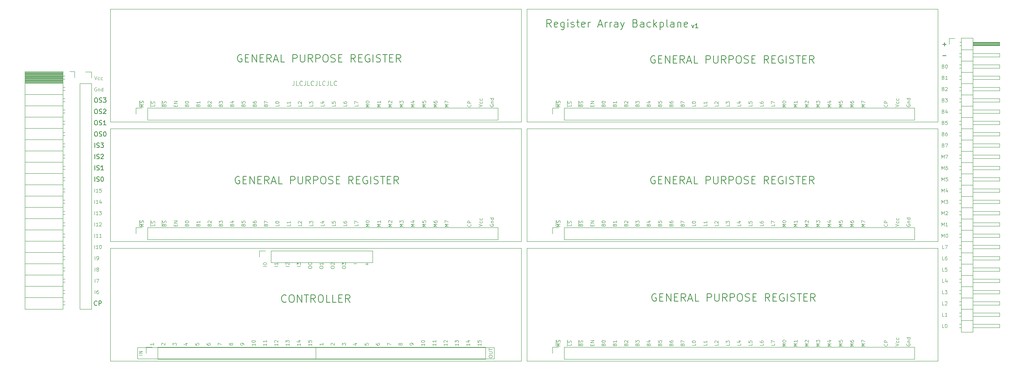
<source format=gbr>
%TF.GenerationSoftware,KiCad,Pcbnew,(5.1.10-1-10_14)*%
%TF.CreationDate,2021-10-11T00:48:47-04:00*%
%TF.ProjectId,backplane,6261636b-706c-4616-9e65-2e6b69636164,rev?*%
%TF.SameCoordinates,Original*%
%TF.FileFunction,Legend,Top*%
%TF.FilePolarity,Positive*%
%FSLAX46Y46*%
G04 Gerber Fmt 4.6, Leading zero omitted, Abs format (unit mm)*
G04 Created by KiCad (PCBNEW (5.1.10-1-10_14)) date 2021-10-11 00:48:47*
%MOMM*%
%LPD*%
G01*
G04 APERTURE LIST*
%ADD10C,0.150000*%
%ADD11C,0.100000*%
%ADD12C,0.120000*%
G04 APERTURE END LIST*
D10*
X249555047Y-68143428D02*
X250316952Y-68143428D01*
X249936000Y-68524380D02*
X249936000Y-67762476D01*
X249555047Y-70683428D02*
X250316952Y-70683428D01*
D11*
X103584952Y-76414380D02*
X103584952Y-77128666D01*
X103537333Y-77271523D01*
X103442095Y-77366761D01*
X103299238Y-77414380D01*
X103204000Y-77414380D01*
X104537333Y-77414380D02*
X104061142Y-77414380D01*
X104061142Y-76414380D01*
X105442095Y-77319142D02*
X105394476Y-77366761D01*
X105251619Y-77414380D01*
X105156380Y-77414380D01*
X105013523Y-77366761D01*
X104918285Y-77271523D01*
X104870666Y-77176285D01*
X104823047Y-76985809D01*
X104823047Y-76842952D01*
X104870666Y-76652476D01*
X104918285Y-76557238D01*
X105013523Y-76462000D01*
X105156380Y-76414380D01*
X105251619Y-76414380D01*
X105394476Y-76462000D01*
X105442095Y-76509619D01*
X106156380Y-76414380D02*
X106156380Y-77128666D01*
X106108761Y-77271523D01*
X106013523Y-77366761D01*
X105870666Y-77414380D01*
X105775428Y-77414380D01*
X107108761Y-77414380D02*
X106632571Y-77414380D01*
X106632571Y-76414380D01*
X108013523Y-77319142D02*
X107965904Y-77366761D01*
X107823047Y-77414380D01*
X107727809Y-77414380D01*
X107584952Y-77366761D01*
X107489714Y-77271523D01*
X107442095Y-77176285D01*
X107394476Y-76985809D01*
X107394476Y-76842952D01*
X107442095Y-76652476D01*
X107489714Y-76557238D01*
X107584952Y-76462000D01*
X107727809Y-76414380D01*
X107823047Y-76414380D01*
X107965904Y-76462000D01*
X108013523Y-76509619D01*
X108727809Y-76414380D02*
X108727809Y-77128666D01*
X108680190Y-77271523D01*
X108584952Y-77366761D01*
X108442095Y-77414380D01*
X108346857Y-77414380D01*
X109680190Y-77414380D02*
X109204000Y-77414380D01*
X109204000Y-76414380D01*
X110584952Y-77319142D02*
X110537333Y-77366761D01*
X110394476Y-77414380D01*
X110299238Y-77414380D01*
X110156380Y-77366761D01*
X110061142Y-77271523D01*
X110013523Y-77176285D01*
X109965904Y-76985809D01*
X109965904Y-76842952D01*
X110013523Y-76652476D01*
X110061142Y-76557238D01*
X110156380Y-76462000D01*
X110299238Y-76414380D01*
X110394476Y-76414380D01*
X110537333Y-76462000D01*
X110584952Y-76509619D01*
X111299238Y-76414380D02*
X111299238Y-77128666D01*
X111251619Y-77271523D01*
X111156380Y-77366761D01*
X111013523Y-77414380D01*
X110918285Y-77414380D01*
X112251619Y-77414380D02*
X111775428Y-77414380D01*
X111775428Y-76414380D01*
X113156380Y-77319142D02*
X113108761Y-77366761D01*
X112965904Y-77414380D01*
X112870666Y-77414380D01*
X112727809Y-77366761D01*
X112632571Y-77271523D01*
X112584952Y-77176285D01*
X112537333Y-76985809D01*
X112537333Y-76842952D01*
X112584952Y-76652476D01*
X112632571Y-76557238D01*
X112727809Y-76462000D01*
X112870666Y-76414380D01*
X112965904Y-76414380D01*
X113108761Y-76462000D01*
X113156380Y-76509619D01*
D10*
X193087714Y-63793714D02*
X193325809Y-64460380D01*
X193563904Y-63793714D01*
X194468666Y-64460380D02*
X193897238Y-64460380D01*
X194182952Y-64460380D02*
X194182952Y-63460380D01*
X194087714Y-63603238D01*
X193992476Y-63698476D01*
X193897238Y-63746095D01*
X161461714Y-64269047D02*
X160895047Y-63459523D01*
X160490285Y-64269047D02*
X160490285Y-62569047D01*
X161137904Y-62569047D01*
X161299809Y-62650000D01*
X161380761Y-62730952D01*
X161461714Y-62892857D01*
X161461714Y-63135714D01*
X161380761Y-63297619D01*
X161299809Y-63378571D01*
X161137904Y-63459523D01*
X160490285Y-63459523D01*
X162837904Y-64188095D02*
X162676000Y-64269047D01*
X162352190Y-64269047D01*
X162190285Y-64188095D01*
X162109333Y-64026190D01*
X162109333Y-63378571D01*
X162190285Y-63216666D01*
X162352190Y-63135714D01*
X162676000Y-63135714D01*
X162837904Y-63216666D01*
X162918857Y-63378571D01*
X162918857Y-63540476D01*
X162109333Y-63702380D01*
X164376000Y-63135714D02*
X164376000Y-64511904D01*
X164295047Y-64673809D01*
X164214095Y-64754761D01*
X164052190Y-64835714D01*
X163809333Y-64835714D01*
X163647428Y-64754761D01*
X164376000Y-64188095D02*
X164214095Y-64269047D01*
X163890285Y-64269047D01*
X163728380Y-64188095D01*
X163647428Y-64107142D01*
X163566476Y-63945238D01*
X163566476Y-63459523D01*
X163647428Y-63297619D01*
X163728380Y-63216666D01*
X163890285Y-63135714D01*
X164214095Y-63135714D01*
X164376000Y-63216666D01*
X165185523Y-64269047D02*
X165185523Y-63135714D01*
X165185523Y-62569047D02*
X165104571Y-62650000D01*
X165185523Y-62730952D01*
X165266476Y-62650000D01*
X165185523Y-62569047D01*
X165185523Y-62730952D01*
X165914095Y-64188095D02*
X166076000Y-64269047D01*
X166399809Y-64269047D01*
X166561714Y-64188095D01*
X166642666Y-64026190D01*
X166642666Y-63945238D01*
X166561714Y-63783333D01*
X166399809Y-63702380D01*
X166156952Y-63702380D01*
X165995047Y-63621428D01*
X165914095Y-63459523D01*
X165914095Y-63378571D01*
X165995047Y-63216666D01*
X166156952Y-63135714D01*
X166399809Y-63135714D01*
X166561714Y-63216666D01*
X167128380Y-63135714D02*
X167776000Y-63135714D01*
X167371238Y-62569047D02*
X167371238Y-64026190D01*
X167452190Y-64188095D01*
X167614095Y-64269047D01*
X167776000Y-64269047D01*
X168990285Y-64188095D02*
X168828380Y-64269047D01*
X168504571Y-64269047D01*
X168342666Y-64188095D01*
X168261714Y-64026190D01*
X168261714Y-63378571D01*
X168342666Y-63216666D01*
X168504571Y-63135714D01*
X168828380Y-63135714D01*
X168990285Y-63216666D01*
X169071238Y-63378571D01*
X169071238Y-63540476D01*
X168261714Y-63702380D01*
X169799809Y-64269047D02*
X169799809Y-63135714D01*
X169799809Y-63459523D02*
X169880761Y-63297619D01*
X169961714Y-63216666D01*
X170123619Y-63135714D01*
X170285523Y-63135714D01*
X172066476Y-63783333D02*
X172876000Y-63783333D01*
X171904571Y-64269047D02*
X172471238Y-62569047D01*
X173037904Y-64269047D01*
X173604571Y-64269047D02*
X173604571Y-63135714D01*
X173604571Y-63459523D02*
X173685523Y-63297619D01*
X173766476Y-63216666D01*
X173928380Y-63135714D01*
X174090285Y-63135714D01*
X174656952Y-64269047D02*
X174656952Y-63135714D01*
X174656952Y-63459523D02*
X174737904Y-63297619D01*
X174818857Y-63216666D01*
X174980761Y-63135714D01*
X175142666Y-63135714D01*
X176437904Y-64269047D02*
X176437904Y-63378571D01*
X176356952Y-63216666D01*
X176195047Y-63135714D01*
X175871238Y-63135714D01*
X175709333Y-63216666D01*
X176437904Y-64188095D02*
X176276000Y-64269047D01*
X175871238Y-64269047D01*
X175709333Y-64188095D01*
X175628380Y-64026190D01*
X175628380Y-63864285D01*
X175709333Y-63702380D01*
X175871238Y-63621428D01*
X176276000Y-63621428D01*
X176437904Y-63540476D01*
X177085523Y-63135714D02*
X177490285Y-64269047D01*
X177895047Y-63135714D02*
X177490285Y-64269047D01*
X177328380Y-64673809D01*
X177247428Y-64754761D01*
X177085523Y-64835714D01*
X180404571Y-63378571D02*
X180647428Y-63459523D01*
X180728380Y-63540476D01*
X180809333Y-63702380D01*
X180809333Y-63945238D01*
X180728380Y-64107142D01*
X180647428Y-64188095D01*
X180485523Y-64269047D01*
X179837904Y-64269047D01*
X179837904Y-62569047D01*
X180404571Y-62569047D01*
X180566476Y-62650000D01*
X180647428Y-62730952D01*
X180728380Y-62892857D01*
X180728380Y-63054761D01*
X180647428Y-63216666D01*
X180566476Y-63297619D01*
X180404571Y-63378571D01*
X179837904Y-63378571D01*
X182266476Y-64269047D02*
X182266476Y-63378571D01*
X182185523Y-63216666D01*
X182023619Y-63135714D01*
X181699809Y-63135714D01*
X181537904Y-63216666D01*
X182266476Y-64188095D02*
X182104571Y-64269047D01*
X181699809Y-64269047D01*
X181537904Y-64188095D01*
X181456952Y-64026190D01*
X181456952Y-63864285D01*
X181537904Y-63702380D01*
X181699809Y-63621428D01*
X182104571Y-63621428D01*
X182266476Y-63540476D01*
X183804571Y-64188095D02*
X183642666Y-64269047D01*
X183318857Y-64269047D01*
X183156952Y-64188095D01*
X183076000Y-64107142D01*
X182995047Y-63945238D01*
X182995047Y-63459523D01*
X183076000Y-63297619D01*
X183156952Y-63216666D01*
X183318857Y-63135714D01*
X183642666Y-63135714D01*
X183804571Y-63216666D01*
X184533142Y-64269047D02*
X184533142Y-62569047D01*
X184695047Y-63621428D02*
X185180761Y-64269047D01*
X185180761Y-63135714D02*
X184533142Y-63783333D01*
X185909333Y-63135714D02*
X185909333Y-64835714D01*
X185909333Y-63216666D02*
X186071238Y-63135714D01*
X186395047Y-63135714D01*
X186556952Y-63216666D01*
X186637904Y-63297619D01*
X186718857Y-63459523D01*
X186718857Y-63945238D01*
X186637904Y-64107142D01*
X186556952Y-64188095D01*
X186395047Y-64269047D01*
X186071238Y-64269047D01*
X185909333Y-64188095D01*
X187690285Y-64269047D02*
X187528380Y-64188095D01*
X187447428Y-64026190D01*
X187447428Y-62569047D01*
X189066476Y-64269047D02*
X189066476Y-63378571D01*
X188985523Y-63216666D01*
X188823619Y-63135714D01*
X188499809Y-63135714D01*
X188337904Y-63216666D01*
X189066476Y-64188095D02*
X188904571Y-64269047D01*
X188499809Y-64269047D01*
X188337904Y-64188095D01*
X188256952Y-64026190D01*
X188256952Y-63864285D01*
X188337904Y-63702380D01*
X188499809Y-63621428D01*
X188904571Y-63621428D01*
X189066476Y-63540476D01*
X189876000Y-63135714D02*
X189876000Y-64269047D01*
X189876000Y-63297619D02*
X189956952Y-63216666D01*
X190118857Y-63135714D01*
X190361714Y-63135714D01*
X190523619Y-63216666D01*
X190604571Y-63378571D01*
X190604571Y-64269047D01*
X192061714Y-64188095D02*
X191899809Y-64269047D01*
X191576000Y-64269047D01*
X191414095Y-64188095D01*
X191333142Y-64026190D01*
X191333142Y-63378571D01*
X191414095Y-63216666D01*
X191576000Y-63135714D01*
X191899809Y-63135714D01*
X192061714Y-63216666D01*
X192142666Y-63378571D01*
X192142666Y-63540476D01*
X191333142Y-63702380D01*
X58755595Y-91384380D02*
X58755595Y-90384380D01*
X59184166Y-91336761D02*
X59327023Y-91384380D01*
X59565119Y-91384380D01*
X59660357Y-91336761D01*
X59707976Y-91289142D01*
X59755595Y-91193904D01*
X59755595Y-91098666D01*
X59707976Y-91003428D01*
X59660357Y-90955809D01*
X59565119Y-90908190D01*
X59374642Y-90860571D01*
X59279404Y-90812952D01*
X59231785Y-90765333D01*
X59184166Y-90670095D01*
X59184166Y-90574857D01*
X59231785Y-90479619D01*
X59279404Y-90432000D01*
X59374642Y-90384380D01*
X59612738Y-90384380D01*
X59755595Y-90432000D01*
X60088928Y-90384380D02*
X60707976Y-90384380D01*
X60374642Y-90765333D01*
X60517500Y-90765333D01*
X60612738Y-90812952D01*
X60660357Y-90860571D01*
X60707976Y-90955809D01*
X60707976Y-91193904D01*
X60660357Y-91289142D01*
X60612738Y-91336761D01*
X60517500Y-91384380D01*
X60231785Y-91384380D01*
X60136547Y-91336761D01*
X60088928Y-91289142D01*
X58755595Y-96464380D02*
X58755595Y-95464380D01*
X59184166Y-96416761D02*
X59327023Y-96464380D01*
X59565119Y-96464380D01*
X59660357Y-96416761D01*
X59707976Y-96369142D01*
X59755595Y-96273904D01*
X59755595Y-96178666D01*
X59707976Y-96083428D01*
X59660357Y-96035809D01*
X59565119Y-95988190D01*
X59374642Y-95940571D01*
X59279404Y-95892952D01*
X59231785Y-95845333D01*
X59184166Y-95750095D01*
X59184166Y-95654857D01*
X59231785Y-95559619D01*
X59279404Y-95512000D01*
X59374642Y-95464380D01*
X59612738Y-95464380D01*
X59755595Y-95512000D01*
X60707976Y-96464380D02*
X60136547Y-96464380D01*
X60422261Y-96464380D02*
X60422261Y-95464380D01*
X60327023Y-95607238D01*
X60231785Y-95702476D01*
X60136547Y-95750095D01*
X58755595Y-99004380D02*
X58755595Y-98004380D01*
X59184166Y-98956761D02*
X59327023Y-99004380D01*
X59565119Y-99004380D01*
X59660357Y-98956761D01*
X59707976Y-98909142D01*
X59755595Y-98813904D01*
X59755595Y-98718666D01*
X59707976Y-98623428D01*
X59660357Y-98575809D01*
X59565119Y-98528190D01*
X59374642Y-98480571D01*
X59279404Y-98432952D01*
X59231785Y-98385333D01*
X59184166Y-98290095D01*
X59184166Y-98194857D01*
X59231785Y-98099619D01*
X59279404Y-98052000D01*
X59374642Y-98004380D01*
X59612738Y-98004380D01*
X59755595Y-98052000D01*
X60374642Y-98004380D02*
X60469880Y-98004380D01*
X60565119Y-98052000D01*
X60612738Y-98099619D01*
X60660357Y-98194857D01*
X60707976Y-98385333D01*
X60707976Y-98623428D01*
X60660357Y-98813904D01*
X60612738Y-98909142D01*
X60565119Y-98956761D01*
X60469880Y-99004380D01*
X60374642Y-99004380D01*
X60279404Y-98956761D01*
X60231785Y-98909142D01*
X60184166Y-98813904D01*
X60136547Y-98623428D01*
X60136547Y-98385333D01*
X60184166Y-98194857D01*
X60231785Y-98099619D01*
X60279404Y-98052000D01*
X60374642Y-98004380D01*
X58755595Y-93924380D02*
X58755595Y-92924380D01*
X59184166Y-93876761D02*
X59327023Y-93924380D01*
X59565119Y-93924380D01*
X59660357Y-93876761D01*
X59707976Y-93829142D01*
X59755595Y-93733904D01*
X59755595Y-93638666D01*
X59707976Y-93543428D01*
X59660357Y-93495809D01*
X59565119Y-93448190D01*
X59374642Y-93400571D01*
X59279404Y-93352952D01*
X59231785Y-93305333D01*
X59184166Y-93210095D01*
X59184166Y-93114857D01*
X59231785Y-93019619D01*
X59279404Y-92972000D01*
X59374642Y-92924380D01*
X59612738Y-92924380D01*
X59755595Y-92972000D01*
X60136547Y-93019619D02*
X60184166Y-92972000D01*
X60279404Y-92924380D01*
X60517500Y-92924380D01*
X60612738Y-92972000D01*
X60660357Y-93019619D01*
X60707976Y-93114857D01*
X60707976Y-93210095D01*
X60660357Y-93352952D01*
X60088928Y-93924380D01*
X60707976Y-93924380D01*
X58946071Y-87844380D02*
X59136547Y-87844380D01*
X59231785Y-87892000D01*
X59327023Y-87987238D01*
X59374642Y-88177714D01*
X59374642Y-88511047D01*
X59327023Y-88701523D01*
X59231785Y-88796761D01*
X59136547Y-88844380D01*
X58946071Y-88844380D01*
X58850833Y-88796761D01*
X58755595Y-88701523D01*
X58707976Y-88511047D01*
X58707976Y-88177714D01*
X58755595Y-87987238D01*
X58850833Y-87892000D01*
X58946071Y-87844380D01*
X59755595Y-88796761D02*
X59898452Y-88844380D01*
X60136547Y-88844380D01*
X60231785Y-88796761D01*
X60279404Y-88749142D01*
X60327023Y-88653904D01*
X60327023Y-88558666D01*
X60279404Y-88463428D01*
X60231785Y-88415809D01*
X60136547Y-88368190D01*
X59946071Y-88320571D01*
X59850833Y-88272952D01*
X59803214Y-88225333D01*
X59755595Y-88130095D01*
X59755595Y-88034857D01*
X59803214Y-87939619D01*
X59850833Y-87892000D01*
X59946071Y-87844380D01*
X60184166Y-87844380D01*
X60327023Y-87892000D01*
X60946071Y-87844380D02*
X61041309Y-87844380D01*
X61136547Y-87892000D01*
X61184166Y-87939619D01*
X61231785Y-88034857D01*
X61279404Y-88225333D01*
X61279404Y-88463428D01*
X61231785Y-88653904D01*
X61184166Y-88749142D01*
X61136547Y-88796761D01*
X61041309Y-88844380D01*
X60946071Y-88844380D01*
X60850833Y-88796761D01*
X60803214Y-88749142D01*
X60755595Y-88653904D01*
X60707976Y-88463428D01*
X60707976Y-88225333D01*
X60755595Y-88034857D01*
X60803214Y-87939619D01*
X60850833Y-87892000D01*
X60946071Y-87844380D01*
X58946071Y-85304380D02*
X59136547Y-85304380D01*
X59231785Y-85352000D01*
X59327023Y-85447238D01*
X59374642Y-85637714D01*
X59374642Y-85971047D01*
X59327023Y-86161523D01*
X59231785Y-86256761D01*
X59136547Y-86304380D01*
X58946071Y-86304380D01*
X58850833Y-86256761D01*
X58755595Y-86161523D01*
X58707976Y-85971047D01*
X58707976Y-85637714D01*
X58755595Y-85447238D01*
X58850833Y-85352000D01*
X58946071Y-85304380D01*
X59755595Y-86256761D02*
X59898452Y-86304380D01*
X60136547Y-86304380D01*
X60231785Y-86256761D01*
X60279404Y-86209142D01*
X60327023Y-86113904D01*
X60327023Y-86018666D01*
X60279404Y-85923428D01*
X60231785Y-85875809D01*
X60136547Y-85828190D01*
X59946071Y-85780571D01*
X59850833Y-85732952D01*
X59803214Y-85685333D01*
X59755595Y-85590095D01*
X59755595Y-85494857D01*
X59803214Y-85399619D01*
X59850833Y-85352000D01*
X59946071Y-85304380D01*
X60184166Y-85304380D01*
X60327023Y-85352000D01*
X61279404Y-86304380D02*
X60707976Y-86304380D01*
X60993690Y-86304380D02*
X60993690Y-85304380D01*
X60898452Y-85447238D01*
X60803214Y-85542476D01*
X60707976Y-85590095D01*
X58946071Y-82764380D02*
X59136547Y-82764380D01*
X59231785Y-82812000D01*
X59327023Y-82907238D01*
X59374642Y-83097714D01*
X59374642Y-83431047D01*
X59327023Y-83621523D01*
X59231785Y-83716761D01*
X59136547Y-83764380D01*
X58946071Y-83764380D01*
X58850833Y-83716761D01*
X58755595Y-83621523D01*
X58707976Y-83431047D01*
X58707976Y-83097714D01*
X58755595Y-82907238D01*
X58850833Y-82812000D01*
X58946071Y-82764380D01*
X59755595Y-83716761D02*
X59898452Y-83764380D01*
X60136547Y-83764380D01*
X60231785Y-83716761D01*
X60279404Y-83669142D01*
X60327023Y-83573904D01*
X60327023Y-83478666D01*
X60279404Y-83383428D01*
X60231785Y-83335809D01*
X60136547Y-83288190D01*
X59946071Y-83240571D01*
X59850833Y-83192952D01*
X59803214Y-83145333D01*
X59755595Y-83050095D01*
X59755595Y-82954857D01*
X59803214Y-82859619D01*
X59850833Y-82812000D01*
X59946071Y-82764380D01*
X60184166Y-82764380D01*
X60327023Y-82812000D01*
X60707976Y-82859619D02*
X60755595Y-82812000D01*
X60850833Y-82764380D01*
X61088928Y-82764380D01*
X61184166Y-82812000D01*
X61231785Y-82859619D01*
X61279404Y-82954857D01*
X61279404Y-83050095D01*
X61231785Y-83192952D01*
X60660357Y-83764380D01*
X61279404Y-83764380D01*
X58946071Y-80224380D02*
X59136547Y-80224380D01*
X59231785Y-80272000D01*
X59327023Y-80367238D01*
X59374642Y-80557714D01*
X59374642Y-80891047D01*
X59327023Y-81081523D01*
X59231785Y-81176761D01*
X59136547Y-81224380D01*
X58946071Y-81224380D01*
X58850833Y-81176761D01*
X58755595Y-81081523D01*
X58707976Y-80891047D01*
X58707976Y-80557714D01*
X58755595Y-80367238D01*
X58850833Y-80272000D01*
X58946071Y-80224380D01*
X59755595Y-81176761D02*
X59898452Y-81224380D01*
X60136547Y-81224380D01*
X60231785Y-81176761D01*
X60279404Y-81129142D01*
X60327023Y-81033904D01*
X60327023Y-80938666D01*
X60279404Y-80843428D01*
X60231785Y-80795809D01*
X60136547Y-80748190D01*
X59946071Y-80700571D01*
X59850833Y-80652952D01*
X59803214Y-80605333D01*
X59755595Y-80510095D01*
X59755595Y-80414857D01*
X59803214Y-80319619D01*
X59850833Y-80272000D01*
X59946071Y-80224380D01*
X60184166Y-80224380D01*
X60327023Y-80272000D01*
X60660357Y-80224380D02*
X61279404Y-80224380D01*
X60946071Y-80605333D01*
X61088928Y-80605333D01*
X61184166Y-80652952D01*
X61231785Y-80700571D01*
X61279404Y-80795809D01*
X61279404Y-81033904D01*
X61231785Y-81129142D01*
X61184166Y-81176761D01*
X61088928Y-81224380D01*
X60803214Y-81224380D01*
X60707976Y-81176761D01*
X60660357Y-81129142D01*
D11*
X58674095Y-103993904D02*
X58674095Y-103193904D01*
X59474095Y-103993904D02*
X59016952Y-103993904D01*
X59245523Y-103993904D02*
X59245523Y-103193904D01*
X59169333Y-103308190D01*
X59093142Y-103384380D01*
X59016952Y-103422476D01*
X60159809Y-103460571D02*
X60159809Y-103993904D01*
X59969333Y-103155809D02*
X59778857Y-103727238D01*
X60274095Y-103727238D01*
X58674095Y-101453904D02*
X58674095Y-100653904D01*
X59474095Y-101453904D02*
X59016952Y-101453904D01*
X59245523Y-101453904D02*
X59245523Y-100653904D01*
X59169333Y-100768190D01*
X59093142Y-100844380D01*
X59016952Y-100882476D01*
X60197904Y-100653904D02*
X59816952Y-100653904D01*
X59778857Y-101034857D01*
X59816952Y-100996761D01*
X59893142Y-100958666D01*
X60083619Y-100958666D01*
X60159809Y-100996761D01*
X60197904Y-101034857D01*
X60236000Y-101111047D01*
X60236000Y-101301523D01*
X60197904Y-101377714D01*
X60159809Y-101415809D01*
X60083619Y-101453904D01*
X59893142Y-101453904D01*
X59816952Y-101415809D01*
X59778857Y-101377714D01*
X58801047Y-124313904D02*
X58801047Y-123513904D01*
X59524857Y-123513904D02*
X59372476Y-123513904D01*
X59296285Y-123552000D01*
X59258190Y-123590095D01*
X59182000Y-123704380D01*
X59143904Y-123856761D01*
X59143904Y-124161523D01*
X59182000Y-124237714D01*
X59220095Y-124275809D01*
X59296285Y-124313904D01*
X59448666Y-124313904D01*
X59524857Y-124275809D01*
X59562952Y-124237714D01*
X59601047Y-124161523D01*
X59601047Y-123971047D01*
X59562952Y-123894857D01*
X59524857Y-123856761D01*
X59448666Y-123818666D01*
X59296285Y-123818666D01*
X59220095Y-123856761D01*
X59182000Y-123894857D01*
X59143904Y-123971047D01*
X58801047Y-121773904D02*
X58801047Y-120973904D01*
X59105809Y-120973904D02*
X59639142Y-120973904D01*
X59296285Y-121773904D01*
X58801047Y-119233904D02*
X58801047Y-118433904D01*
X59296285Y-118776761D02*
X59220095Y-118738666D01*
X59182000Y-118700571D01*
X59143904Y-118624380D01*
X59143904Y-118586285D01*
X59182000Y-118510095D01*
X59220095Y-118472000D01*
X59296285Y-118433904D01*
X59448666Y-118433904D01*
X59524857Y-118472000D01*
X59562952Y-118510095D01*
X59601047Y-118586285D01*
X59601047Y-118624380D01*
X59562952Y-118700571D01*
X59524857Y-118738666D01*
X59448666Y-118776761D01*
X59296285Y-118776761D01*
X59220095Y-118814857D01*
X59182000Y-118852952D01*
X59143904Y-118929142D01*
X59143904Y-119081523D01*
X59182000Y-119157714D01*
X59220095Y-119195809D01*
X59296285Y-119233904D01*
X59448666Y-119233904D01*
X59524857Y-119195809D01*
X59562952Y-119157714D01*
X59601047Y-119081523D01*
X59601047Y-118929142D01*
X59562952Y-118852952D01*
X59524857Y-118814857D01*
X59448666Y-118776761D01*
X58801047Y-116693904D02*
X58801047Y-115893904D01*
X59220095Y-116693904D02*
X59372476Y-116693904D01*
X59448666Y-116655809D01*
X59486761Y-116617714D01*
X59562952Y-116503428D01*
X59601047Y-116351047D01*
X59601047Y-116046285D01*
X59562952Y-115970095D01*
X59524857Y-115932000D01*
X59448666Y-115893904D01*
X59296285Y-115893904D01*
X59220095Y-115932000D01*
X59182000Y-115970095D01*
X59143904Y-116046285D01*
X59143904Y-116236761D01*
X59182000Y-116312952D01*
X59220095Y-116351047D01*
X59296285Y-116389142D01*
X59448666Y-116389142D01*
X59524857Y-116351047D01*
X59562952Y-116312952D01*
X59601047Y-116236761D01*
X58674095Y-114153904D02*
X58674095Y-113353904D01*
X59474095Y-114153904D02*
X59016952Y-114153904D01*
X59245523Y-114153904D02*
X59245523Y-113353904D01*
X59169333Y-113468190D01*
X59093142Y-113544380D01*
X59016952Y-113582476D01*
X59969333Y-113353904D02*
X60045523Y-113353904D01*
X60121714Y-113392000D01*
X60159809Y-113430095D01*
X60197904Y-113506285D01*
X60236000Y-113658666D01*
X60236000Y-113849142D01*
X60197904Y-114001523D01*
X60159809Y-114077714D01*
X60121714Y-114115809D01*
X60045523Y-114153904D01*
X59969333Y-114153904D01*
X59893142Y-114115809D01*
X59855047Y-114077714D01*
X59816952Y-114001523D01*
X59778857Y-113849142D01*
X59778857Y-113658666D01*
X59816952Y-113506285D01*
X59855047Y-113430095D01*
X59893142Y-113392000D01*
X59969333Y-113353904D01*
X58674095Y-111613904D02*
X58674095Y-110813904D01*
X59474095Y-111613904D02*
X59016952Y-111613904D01*
X59245523Y-111613904D02*
X59245523Y-110813904D01*
X59169333Y-110928190D01*
X59093142Y-111004380D01*
X59016952Y-111042476D01*
X60236000Y-111613904D02*
X59778857Y-111613904D01*
X60007428Y-111613904D02*
X60007428Y-110813904D01*
X59931238Y-110928190D01*
X59855047Y-111004380D01*
X59778857Y-111042476D01*
X58674095Y-109073904D02*
X58674095Y-108273904D01*
X59474095Y-109073904D02*
X59016952Y-109073904D01*
X59245523Y-109073904D02*
X59245523Y-108273904D01*
X59169333Y-108388190D01*
X59093142Y-108464380D01*
X59016952Y-108502476D01*
X59778857Y-108350095D02*
X59816952Y-108312000D01*
X59893142Y-108273904D01*
X60083619Y-108273904D01*
X60159809Y-108312000D01*
X60197904Y-108350095D01*
X60236000Y-108426285D01*
X60236000Y-108502476D01*
X60197904Y-108616761D01*
X59740761Y-109073904D01*
X60236000Y-109073904D01*
X58674095Y-106533904D02*
X58674095Y-105733904D01*
X59474095Y-106533904D02*
X59016952Y-106533904D01*
X59245523Y-106533904D02*
X59245523Y-105733904D01*
X59169333Y-105848190D01*
X59093142Y-105924380D01*
X59016952Y-105962476D01*
X59740761Y-105733904D02*
X60236000Y-105733904D01*
X59969333Y-106038666D01*
X60083619Y-106038666D01*
X60159809Y-106076761D01*
X60197904Y-106114857D01*
X60236000Y-106191047D01*
X60236000Y-106381523D01*
X60197904Y-106457714D01*
X60159809Y-106495809D01*
X60083619Y-106533904D01*
X59855047Y-106533904D01*
X59778857Y-106495809D01*
X59740761Y-106457714D01*
D10*
X59245523Y-126849142D02*
X59197904Y-126896761D01*
X59055047Y-126944380D01*
X58959809Y-126944380D01*
X58816952Y-126896761D01*
X58721714Y-126801523D01*
X58674095Y-126706285D01*
X58626476Y-126515809D01*
X58626476Y-126372952D01*
X58674095Y-126182476D01*
X58721714Y-126087238D01*
X58816952Y-125992000D01*
X58959809Y-125944380D01*
X59055047Y-125944380D01*
X59197904Y-125992000D01*
X59245523Y-126039619D01*
X59674095Y-126944380D02*
X59674095Y-125944380D01*
X60055047Y-125944380D01*
X60150285Y-125992000D01*
X60197904Y-126039619D01*
X60245523Y-126134857D01*
X60245523Y-126277714D01*
X60197904Y-126372952D01*
X60150285Y-126420571D01*
X60055047Y-126468190D01*
X59674095Y-126468190D01*
D11*
X58673619Y-75339904D02*
X58940285Y-76139904D01*
X59206952Y-75339904D01*
X59816476Y-76101809D02*
X59740285Y-76139904D01*
X59587904Y-76139904D01*
X59511714Y-76101809D01*
X59473619Y-76063714D01*
X59435523Y-75987523D01*
X59435523Y-75758952D01*
X59473619Y-75682761D01*
X59511714Y-75644666D01*
X59587904Y-75606571D01*
X59740285Y-75606571D01*
X59816476Y-75644666D01*
X60502190Y-76101809D02*
X60426000Y-76139904D01*
X60273619Y-76139904D01*
X60197428Y-76101809D01*
X60159333Y-76063714D01*
X60121238Y-75987523D01*
X60121238Y-75758952D01*
X60159333Y-75682761D01*
X60197428Y-75644666D01*
X60273619Y-75606571D01*
X60426000Y-75606571D01*
X60502190Y-75644666D01*
X59131714Y-77918000D02*
X59055523Y-77879904D01*
X58941238Y-77879904D01*
X58826952Y-77918000D01*
X58750761Y-77994190D01*
X58712666Y-78070380D01*
X58674571Y-78222761D01*
X58674571Y-78337047D01*
X58712666Y-78489428D01*
X58750761Y-78565619D01*
X58826952Y-78641809D01*
X58941238Y-78679904D01*
X59017428Y-78679904D01*
X59131714Y-78641809D01*
X59169809Y-78603714D01*
X59169809Y-78337047D01*
X59017428Y-78337047D01*
X59512666Y-78146571D02*
X59512666Y-78679904D01*
X59512666Y-78222761D02*
X59550761Y-78184666D01*
X59626952Y-78146571D01*
X59741238Y-78146571D01*
X59817428Y-78184666D01*
X59855523Y-78260857D01*
X59855523Y-78679904D01*
X60579333Y-78679904D02*
X60579333Y-77879904D01*
X60579333Y-78641809D02*
X60503142Y-78679904D01*
X60350761Y-78679904D01*
X60274571Y-78641809D01*
X60236476Y-78603714D01*
X60198380Y-78527523D01*
X60198380Y-78298952D01*
X60236476Y-78222761D01*
X60274571Y-78184666D01*
X60350761Y-78146571D01*
X60503142Y-78146571D01*
X60579333Y-78184666D01*
X249288380Y-96373904D02*
X249288380Y-95573904D01*
X249555047Y-96145333D01*
X249821714Y-95573904D01*
X249821714Y-96373904D01*
X250545523Y-95573904D02*
X250393142Y-95573904D01*
X250316952Y-95612000D01*
X250278857Y-95650095D01*
X250202666Y-95764380D01*
X250164571Y-95916761D01*
X250164571Y-96221523D01*
X250202666Y-96297714D01*
X250240761Y-96335809D01*
X250316952Y-96373904D01*
X250469333Y-96373904D01*
X250545523Y-96335809D01*
X250583619Y-96297714D01*
X250621714Y-96221523D01*
X250621714Y-96031047D01*
X250583619Y-95954857D01*
X250545523Y-95916761D01*
X250469333Y-95878666D01*
X250316952Y-95878666D01*
X250240761Y-95916761D01*
X250202666Y-95954857D01*
X250164571Y-96031047D01*
X249288380Y-93833904D02*
X249288380Y-93033904D01*
X249555047Y-93605333D01*
X249821714Y-93033904D01*
X249821714Y-93833904D01*
X250126476Y-93033904D02*
X250659809Y-93033904D01*
X250316952Y-93833904D01*
X249288380Y-106533904D02*
X249288380Y-105733904D01*
X249555047Y-106305333D01*
X249821714Y-105733904D01*
X249821714Y-106533904D01*
X250164571Y-105810095D02*
X250202666Y-105772000D01*
X250278857Y-105733904D01*
X250469333Y-105733904D01*
X250545523Y-105772000D01*
X250583619Y-105810095D01*
X250621714Y-105886285D01*
X250621714Y-105962476D01*
X250583619Y-106076761D01*
X250126476Y-106533904D01*
X250621714Y-106533904D01*
X249288380Y-103993904D02*
X249288380Y-103193904D01*
X249555047Y-103765333D01*
X249821714Y-103193904D01*
X249821714Y-103993904D01*
X250126476Y-103193904D02*
X250621714Y-103193904D01*
X250355047Y-103498666D01*
X250469333Y-103498666D01*
X250545523Y-103536761D01*
X250583619Y-103574857D01*
X250621714Y-103651047D01*
X250621714Y-103841523D01*
X250583619Y-103917714D01*
X250545523Y-103955809D01*
X250469333Y-103993904D01*
X250240761Y-103993904D01*
X250164571Y-103955809D01*
X250126476Y-103917714D01*
X249288380Y-101453904D02*
X249288380Y-100653904D01*
X249555047Y-101225333D01*
X249821714Y-100653904D01*
X249821714Y-101453904D01*
X250545523Y-100920571D02*
X250545523Y-101453904D01*
X250355047Y-100615809D02*
X250164571Y-101187238D01*
X250659809Y-101187238D01*
X249288380Y-111613904D02*
X249288380Y-110813904D01*
X249555047Y-111385333D01*
X249821714Y-110813904D01*
X249821714Y-111613904D01*
X250355047Y-110813904D02*
X250431238Y-110813904D01*
X250507428Y-110852000D01*
X250545523Y-110890095D01*
X250583619Y-110966285D01*
X250621714Y-111118666D01*
X250621714Y-111309142D01*
X250583619Y-111461523D01*
X250545523Y-111537714D01*
X250507428Y-111575809D01*
X250431238Y-111613904D01*
X250355047Y-111613904D01*
X250278857Y-111575809D01*
X250240761Y-111537714D01*
X250202666Y-111461523D01*
X250164571Y-111309142D01*
X250164571Y-111118666D01*
X250202666Y-110966285D01*
X250240761Y-110890095D01*
X250278857Y-110852000D01*
X250355047Y-110813904D01*
X249288380Y-98913904D02*
X249288380Y-98113904D01*
X249555047Y-98685333D01*
X249821714Y-98113904D01*
X249821714Y-98913904D01*
X250583619Y-98113904D02*
X250202666Y-98113904D01*
X250164571Y-98494857D01*
X250202666Y-98456761D01*
X250278857Y-98418666D01*
X250469333Y-98418666D01*
X250545523Y-98456761D01*
X250583619Y-98494857D01*
X250621714Y-98571047D01*
X250621714Y-98761523D01*
X250583619Y-98837714D01*
X250545523Y-98875809D01*
X250469333Y-98913904D01*
X250278857Y-98913904D01*
X250202666Y-98875809D01*
X250164571Y-98837714D01*
X249288380Y-109073904D02*
X249288380Y-108273904D01*
X249555047Y-108845333D01*
X249821714Y-108273904D01*
X249821714Y-109073904D01*
X250621714Y-109073904D02*
X250164571Y-109073904D01*
X250393142Y-109073904D02*
X250393142Y-108273904D01*
X250316952Y-108388190D01*
X250240761Y-108464380D01*
X250164571Y-108502476D01*
X249802666Y-129393904D02*
X249421714Y-129393904D01*
X249421714Y-128593904D01*
X250488380Y-129393904D02*
X250031238Y-129393904D01*
X250259809Y-129393904D02*
X250259809Y-128593904D01*
X250183619Y-128708190D01*
X250107428Y-128784380D01*
X250031238Y-128822476D01*
X249802666Y-124313904D02*
X249421714Y-124313904D01*
X249421714Y-123513904D01*
X249993142Y-123513904D02*
X250488380Y-123513904D01*
X250221714Y-123818666D01*
X250336000Y-123818666D01*
X250412190Y-123856761D01*
X250450285Y-123894857D01*
X250488380Y-123971047D01*
X250488380Y-124161523D01*
X250450285Y-124237714D01*
X250412190Y-124275809D01*
X250336000Y-124313904D01*
X250107428Y-124313904D01*
X250031238Y-124275809D01*
X249993142Y-124237714D01*
X249802666Y-121773904D02*
X249421714Y-121773904D01*
X249421714Y-120973904D01*
X250412190Y-121240571D02*
X250412190Y-121773904D01*
X250221714Y-120935809D02*
X250031238Y-121507238D01*
X250526476Y-121507238D01*
X249802666Y-119233904D02*
X249421714Y-119233904D01*
X249421714Y-118433904D01*
X250450285Y-118433904D02*
X250069333Y-118433904D01*
X250031238Y-118814857D01*
X250069333Y-118776761D01*
X250145523Y-118738666D01*
X250336000Y-118738666D01*
X250412190Y-118776761D01*
X250450285Y-118814857D01*
X250488380Y-118891047D01*
X250488380Y-119081523D01*
X250450285Y-119157714D01*
X250412190Y-119195809D01*
X250336000Y-119233904D01*
X250145523Y-119233904D01*
X250069333Y-119195809D01*
X250031238Y-119157714D01*
X249802666Y-126853904D02*
X249421714Y-126853904D01*
X249421714Y-126053904D01*
X250031238Y-126130095D02*
X250069333Y-126092000D01*
X250145523Y-126053904D01*
X250336000Y-126053904D01*
X250412190Y-126092000D01*
X250450285Y-126130095D01*
X250488380Y-126206285D01*
X250488380Y-126282476D01*
X250450285Y-126396761D01*
X249993142Y-126853904D01*
X250488380Y-126853904D01*
X249802666Y-114153904D02*
X249421714Y-114153904D01*
X249421714Y-113353904D01*
X249993142Y-113353904D02*
X250526476Y-113353904D01*
X250183619Y-114153904D01*
X249802666Y-116693904D02*
X249421714Y-116693904D01*
X249421714Y-115893904D01*
X250412190Y-115893904D02*
X250259809Y-115893904D01*
X250183619Y-115932000D01*
X250145523Y-115970095D01*
X250069333Y-116084380D01*
X250031238Y-116236761D01*
X250031238Y-116541523D01*
X250069333Y-116617714D01*
X250107428Y-116655809D01*
X250183619Y-116693904D01*
X250336000Y-116693904D01*
X250412190Y-116655809D01*
X250450285Y-116617714D01*
X250488380Y-116541523D01*
X250488380Y-116351047D01*
X250450285Y-116274857D01*
X250412190Y-116236761D01*
X250336000Y-116198666D01*
X250183619Y-116198666D01*
X250107428Y-116236761D01*
X250069333Y-116274857D01*
X250031238Y-116351047D01*
X249802666Y-131933904D02*
X249421714Y-131933904D01*
X249421714Y-131133904D01*
X250221714Y-131133904D02*
X250297904Y-131133904D01*
X250374095Y-131172000D01*
X250412190Y-131210095D01*
X250450285Y-131286285D01*
X250488380Y-131438666D01*
X250488380Y-131629142D01*
X250450285Y-131781523D01*
X250412190Y-131857714D01*
X250374095Y-131895809D01*
X250297904Y-131933904D01*
X250221714Y-131933904D01*
X250145523Y-131895809D01*
X250107428Y-131857714D01*
X250069333Y-131781523D01*
X250031238Y-131629142D01*
X250031238Y-131438666D01*
X250069333Y-131286285D01*
X250107428Y-131210095D01*
X250145523Y-131172000D01*
X250221714Y-131133904D01*
X249612190Y-85794857D02*
X249726476Y-85832952D01*
X249764571Y-85871047D01*
X249802666Y-85947238D01*
X249802666Y-86061523D01*
X249764571Y-86137714D01*
X249726476Y-86175809D01*
X249650285Y-86213904D01*
X249345523Y-86213904D01*
X249345523Y-85413904D01*
X249612190Y-85413904D01*
X249688380Y-85452000D01*
X249726476Y-85490095D01*
X249764571Y-85566285D01*
X249764571Y-85642476D01*
X249726476Y-85718666D01*
X249688380Y-85756761D01*
X249612190Y-85794857D01*
X249345523Y-85794857D01*
X250526476Y-85413904D02*
X250145523Y-85413904D01*
X250107428Y-85794857D01*
X250145523Y-85756761D01*
X250221714Y-85718666D01*
X250412190Y-85718666D01*
X250488380Y-85756761D01*
X250526476Y-85794857D01*
X250564571Y-85871047D01*
X250564571Y-86061523D01*
X250526476Y-86137714D01*
X250488380Y-86175809D01*
X250412190Y-86213904D01*
X250221714Y-86213904D01*
X250145523Y-86175809D01*
X250107428Y-86137714D01*
X249612190Y-90874857D02*
X249726476Y-90912952D01*
X249764571Y-90951047D01*
X249802666Y-91027238D01*
X249802666Y-91141523D01*
X249764571Y-91217714D01*
X249726476Y-91255809D01*
X249650285Y-91293904D01*
X249345523Y-91293904D01*
X249345523Y-90493904D01*
X249612190Y-90493904D01*
X249688380Y-90532000D01*
X249726476Y-90570095D01*
X249764571Y-90646285D01*
X249764571Y-90722476D01*
X249726476Y-90798666D01*
X249688380Y-90836761D01*
X249612190Y-90874857D01*
X249345523Y-90874857D01*
X250069333Y-90493904D02*
X250602666Y-90493904D01*
X250259809Y-91293904D01*
X249612190Y-88334857D02*
X249726476Y-88372952D01*
X249764571Y-88411047D01*
X249802666Y-88487238D01*
X249802666Y-88601523D01*
X249764571Y-88677714D01*
X249726476Y-88715809D01*
X249650285Y-88753904D01*
X249345523Y-88753904D01*
X249345523Y-87953904D01*
X249612190Y-87953904D01*
X249688380Y-87992000D01*
X249726476Y-88030095D01*
X249764571Y-88106285D01*
X249764571Y-88182476D01*
X249726476Y-88258666D01*
X249688380Y-88296761D01*
X249612190Y-88334857D01*
X249345523Y-88334857D01*
X250488380Y-87953904D02*
X250336000Y-87953904D01*
X250259809Y-87992000D01*
X250221714Y-88030095D01*
X250145523Y-88144380D01*
X250107428Y-88296761D01*
X250107428Y-88601523D01*
X250145523Y-88677714D01*
X250183619Y-88715809D01*
X250259809Y-88753904D01*
X250412190Y-88753904D01*
X250488380Y-88715809D01*
X250526476Y-88677714D01*
X250564571Y-88601523D01*
X250564571Y-88411047D01*
X250526476Y-88334857D01*
X250488380Y-88296761D01*
X250412190Y-88258666D01*
X250259809Y-88258666D01*
X250183619Y-88296761D01*
X250145523Y-88334857D01*
X250107428Y-88411047D01*
X249612190Y-83254857D02*
X249726476Y-83292952D01*
X249764571Y-83331047D01*
X249802666Y-83407238D01*
X249802666Y-83521523D01*
X249764571Y-83597714D01*
X249726476Y-83635809D01*
X249650285Y-83673904D01*
X249345523Y-83673904D01*
X249345523Y-82873904D01*
X249612190Y-82873904D01*
X249688380Y-82912000D01*
X249726476Y-82950095D01*
X249764571Y-83026285D01*
X249764571Y-83102476D01*
X249726476Y-83178666D01*
X249688380Y-83216761D01*
X249612190Y-83254857D01*
X249345523Y-83254857D01*
X250488380Y-83140571D02*
X250488380Y-83673904D01*
X250297904Y-82835809D02*
X250107428Y-83407238D01*
X250602666Y-83407238D01*
X249612190Y-80714857D02*
X249726476Y-80752952D01*
X249764571Y-80791047D01*
X249802666Y-80867238D01*
X249802666Y-80981523D01*
X249764571Y-81057714D01*
X249726476Y-81095809D01*
X249650285Y-81133904D01*
X249345523Y-81133904D01*
X249345523Y-80333904D01*
X249612190Y-80333904D01*
X249688380Y-80372000D01*
X249726476Y-80410095D01*
X249764571Y-80486285D01*
X249764571Y-80562476D01*
X249726476Y-80638666D01*
X249688380Y-80676761D01*
X249612190Y-80714857D01*
X249345523Y-80714857D01*
X250069333Y-80333904D02*
X250564571Y-80333904D01*
X250297904Y-80638666D01*
X250412190Y-80638666D01*
X250488380Y-80676761D01*
X250526476Y-80714857D01*
X250564571Y-80791047D01*
X250564571Y-80981523D01*
X250526476Y-81057714D01*
X250488380Y-81095809D01*
X250412190Y-81133904D01*
X250183619Y-81133904D01*
X250107428Y-81095809D01*
X250069333Y-81057714D01*
X249612190Y-78174857D02*
X249726476Y-78212952D01*
X249764571Y-78251047D01*
X249802666Y-78327238D01*
X249802666Y-78441523D01*
X249764571Y-78517714D01*
X249726476Y-78555809D01*
X249650285Y-78593904D01*
X249345523Y-78593904D01*
X249345523Y-77793904D01*
X249612190Y-77793904D01*
X249688380Y-77832000D01*
X249726476Y-77870095D01*
X249764571Y-77946285D01*
X249764571Y-78022476D01*
X249726476Y-78098666D01*
X249688380Y-78136761D01*
X249612190Y-78174857D01*
X249345523Y-78174857D01*
X250107428Y-77870095D02*
X250145523Y-77832000D01*
X250221714Y-77793904D01*
X250412190Y-77793904D01*
X250488380Y-77832000D01*
X250526476Y-77870095D01*
X250564571Y-77946285D01*
X250564571Y-78022476D01*
X250526476Y-78136761D01*
X250069333Y-78593904D01*
X250564571Y-78593904D01*
X249612190Y-75634857D02*
X249726476Y-75672952D01*
X249764571Y-75711047D01*
X249802666Y-75787238D01*
X249802666Y-75901523D01*
X249764571Y-75977714D01*
X249726476Y-76015809D01*
X249650285Y-76053904D01*
X249345523Y-76053904D01*
X249345523Y-75253904D01*
X249612190Y-75253904D01*
X249688380Y-75292000D01*
X249726476Y-75330095D01*
X249764571Y-75406285D01*
X249764571Y-75482476D01*
X249726476Y-75558666D01*
X249688380Y-75596761D01*
X249612190Y-75634857D01*
X249345523Y-75634857D01*
X250564571Y-76053904D02*
X250107428Y-76053904D01*
X250336000Y-76053904D02*
X250336000Y-75253904D01*
X250259809Y-75368190D01*
X250183619Y-75444380D01*
X250107428Y-75482476D01*
X249612190Y-73094857D02*
X249726476Y-73132952D01*
X249764571Y-73171047D01*
X249802666Y-73247238D01*
X249802666Y-73361523D01*
X249764571Y-73437714D01*
X249726476Y-73475809D01*
X249650285Y-73513904D01*
X249345523Y-73513904D01*
X249345523Y-72713904D01*
X249612190Y-72713904D01*
X249688380Y-72752000D01*
X249726476Y-72790095D01*
X249764571Y-72866285D01*
X249764571Y-72942476D01*
X249726476Y-73018666D01*
X249688380Y-73056761D01*
X249612190Y-73094857D01*
X249345523Y-73094857D01*
X250297904Y-72713904D02*
X250374095Y-72713904D01*
X250450285Y-72752000D01*
X250488380Y-72790095D01*
X250526476Y-72866285D01*
X250564571Y-73018666D01*
X250564571Y-73209142D01*
X250526476Y-73361523D01*
X250488380Y-73437714D01*
X250450285Y-73475809D01*
X250374095Y-73513904D01*
X250297904Y-73513904D01*
X250221714Y-73475809D01*
X250183619Y-73437714D01*
X250145523Y-73361523D01*
X250107428Y-73209142D01*
X250107428Y-73018666D01*
X250145523Y-72866285D01*
X250183619Y-72790095D01*
X250221714Y-72752000D01*
X250297904Y-72713904D01*
D10*
X101819904Y-126083142D02*
X101738952Y-126164095D01*
X101496095Y-126245047D01*
X101334190Y-126245047D01*
X101091333Y-126164095D01*
X100929428Y-126002190D01*
X100848476Y-125840285D01*
X100767523Y-125516476D01*
X100767523Y-125273619D01*
X100848476Y-124949809D01*
X100929428Y-124787904D01*
X101091333Y-124626000D01*
X101334190Y-124545047D01*
X101496095Y-124545047D01*
X101738952Y-124626000D01*
X101819904Y-124706952D01*
X102872285Y-124545047D02*
X103196095Y-124545047D01*
X103358000Y-124626000D01*
X103519904Y-124787904D01*
X103600857Y-125111714D01*
X103600857Y-125678380D01*
X103519904Y-126002190D01*
X103358000Y-126164095D01*
X103196095Y-126245047D01*
X102872285Y-126245047D01*
X102710380Y-126164095D01*
X102548476Y-126002190D01*
X102467523Y-125678380D01*
X102467523Y-125111714D01*
X102548476Y-124787904D01*
X102710380Y-124626000D01*
X102872285Y-124545047D01*
X104329428Y-126245047D02*
X104329428Y-124545047D01*
X105300857Y-126245047D01*
X105300857Y-124545047D01*
X105867523Y-124545047D02*
X106838952Y-124545047D01*
X106353238Y-126245047D02*
X106353238Y-124545047D01*
X108377047Y-126245047D02*
X107810380Y-125435523D01*
X107405619Y-126245047D02*
X107405619Y-124545047D01*
X108053238Y-124545047D01*
X108215142Y-124626000D01*
X108296095Y-124706952D01*
X108377047Y-124868857D01*
X108377047Y-125111714D01*
X108296095Y-125273619D01*
X108215142Y-125354571D01*
X108053238Y-125435523D01*
X107405619Y-125435523D01*
X109429428Y-124545047D02*
X109753238Y-124545047D01*
X109915142Y-124626000D01*
X110077047Y-124787904D01*
X110158000Y-125111714D01*
X110158000Y-125678380D01*
X110077047Y-126002190D01*
X109915142Y-126164095D01*
X109753238Y-126245047D01*
X109429428Y-126245047D01*
X109267523Y-126164095D01*
X109105619Y-126002190D01*
X109024666Y-125678380D01*
X109024666Y-125111714D01*
X109105619Y-124787904D01*
X109267523Y-124626000D01*
X109429428Y-124545047D01*
X111696095Y-126245047D02*
X110886571Y-126245047D01*
X110886571Y-124545047D01*
X113072285Y-126245047D02*
X112262761Y-126245047D01*
X112262761Y-124545047D01*
X113638952Y-125354571D02*
X114205619Y-125354571D01*
X114448476Y-126245047D02*
X113638952Y-126245047D01*
X113638952Y-124545047D01*
X114448476Y-124545047D01*
X116148476Y-126245047D02*
X115581809Y-125435523D01*
X115177047Y-126245047D02*
X115177047Y-124545047D01*
X115824666Y-124545047D01*
X115986571Y-124626000D01*
X116067523Y-124706952D01*
X116148476Y-124868857D01*
X116148476Y-125111714D01*
X116067523Y-125273619D01*
X115986571Y-125354571D01*
X115824666Y-125435523D01*
X115177047Y-125435523D01*
D12*
X108458000Y-136652000D02*
X108458000Y-138938000D01*
X108458000Y-138938000D02*
X68326000Y-138938000D01*
X68326000Y-138938000D02*
X68326000Y-136398000D01*
X68326000Y-136398000D02*
X101346000Y-136398000D01*
X101346000Y-136398000D02*
X108458000Y-136398000D01*
X108458000Y-136398000D02*
X108458000Y-136652000D01*
X108458000Y-136398000D02*
X146812000Y-136398000D01*
X146812000Y-138938000D02*
X108458000Y-138938000D01*
X146812000Y-136398000D02*
X148590000Y-136398000D01*
X148590000Y-136398000D02*
X148590000Y-138938000D01*
X148590000Y-138938000D02*
X146812000Y-138938000D01*
D11*
X71989904Y-135407428D02*
X71989904Y-135864571D01*
X71989904Y-135636000D02*
X71189904Y-135636000D01*
X71304190Y-135712190D01*
X71380380Y-135788380D01*
X71418476Y-135864571D01*
X73806095Y-135864571D02*
X73768000Y-135826476D01*
X73729904Y-135750285D01*
X73729904Y-135559809D01*
X73768000Y-135483619D01*
X73806095Y-135445523D01*
X73882285Y-135407428D01*
X73958476Y-135407428D01*
X74072761Y-135445523D01*
X74529904Y-135902666D01*
X74529904Y-135407428D01*
X76269904Y-135902666D02*
X76269904Y-135407428D01*
X76574666Y-135674095D01*
X76574666Y-135559809D01*
X76612761Y-135483619D01*
X76650857Y-135445523D01*
X76727047Y-135407428D01*
X76917523Y-135407428D01*
X76993714Y-135445523D01*
X77031809Y-135483619D01*
X77069904Y-135559809D01*
X77069904Y-135788380D01*
X77031809Y-135864571D01*
X76993714Y-135902666D01*
X117176571Y-135483619D02*
X117709904Y-135483619D01*
X116871809Y-135674095D02*
X117443238Y-135864571D01*
X117443238Y-135369333D01*
X114369904Y-135902666D02*
X114369904Y-135407428D01*
X114674666Y-135674095D01*
X114674666Y-135559809D01*
X114712761Y-135483619D01*
X114750857Y-135445523D01*
X114827047Y-135407428D01*
X115017523Y-135407428D01*
X115093714Y-135445523D01*
X115131809Y-135483619D01*
X115169904Y-135559809D01*
X115169904Y-135788380D01*
X115131809Y-135864571D01*
X115093714Y-135902666D01*
X119449904Y-135445523D02*
X119449904Y-135826476D01*
X119830857Y-135864571D01*
X119792761Y-135826476D01*
X119754666Y-135750285D01*
X119754666Y-135559809D01*
X119792761Y-135483619D01*
X119830857Y-135445523D01*
X119907047Y-135407428D01*
X120097523Y-135407428D01*
X120173714Y-135445523D01*
X120211809Y-135483619D01*
X120249904Y-135559809D01*
X120249904Y-135750285D01*
X120211809Y-135826476D01*
X120173714Y-135864571D01*
X124529904Y-135902666D02*
X124529904Y-135369333D01*
X125329904Y-135712190D01*
X121989904Y-135483619D02*
X121989904Y-135636000D01*
X122028000Y-135712190D01*
X122066095Y-135750285D01*
X122180380Y-135826476D01*
X122332761Y-135864571D01*
X122637523Y-135864571D01*
X122713714Y-135826476D01*
X122751809Y-135788380D01*
X122789904Y-135712190D01*
X122789904Y-135559809D01*
X122751809Y-135483619D01*
X122713714Y-135445523D01*
X122637523Y-135407428D01*
X122447047Y-135407428D01*
X122370857Y-135445523D01*
X122332761Y-135483619D01*
X122294666Y-135559809D01*
X122294666Y-135712190D01*
X122332761Y-135788380D01*
X122370857Y-135826476D01*
X122447047Y-135864571D01*
X147389904Y-138468000D02*
X147389904Y-138315619D01*
X147428000Y-138239428D01*
X147504190Y-138163238D01*
X147656571Y-138125142D01*
X147923238Y-138125142D01*
X148075619Y-138163238D01*
X148151809Y-138239428D01*
X148189904Y-138315619D01*
X148189904Y-138468000D01*
X148151809Y-138544190D01*
X148075619Y-138620380D01*
X147923238Y-138658476D01*
X147656571Y-138658476D01*
X147504190Y-138620380D01*
X147428000Y-138544190D01*
X147389904Y-138468000D01*
X147389904Y-137782285D02*
X148037523Y-137782285D01*
X148113714Y-137744190D01*
X148151809Y-137706095D01*
X148189904Y-137629904D01*
X148189904Y-137477523D01*
X148151809Y-137401333D01*
X148113714Y-137363238D01*
X148037523Y-137325142D01*
X147389904Y-137325142D01*
X147389904Y-137058476D02*
X147389904Y-136601333D01*
X148189904Y-136829904D02*
X147389904Y-136829904D01*
X99929904Y-118111380D02*
X99129904Y-118111380D01*
X99929904Y-117311380D02*
X99929904Y-117768523D01*
X99929904Y-117539952D02*
X99129904Y-117539952D01*
X99244190Y-117616142D01*
X99320380Y-117692333D01*
X99358476Y-117768523D01*
X119945142Y-117906761D02*
X119945142Y-117297238D01*
X120249904Y-117602000D02*
X119640380Y-117602000D01*
X69449904Y-138087047D02*
X68649904Y-138087047D01*
X69449904Y-137706095D02*
X68649904Y-137706095D01*
X69449904Y-137248952D01*
X68649904Y-137248952D01*
X111906095Y-135864571D02*
X111868000Y-135826476D01*
X111829904Y-135750285D01*
X111829904Y-135559809D01*
X111868000Y-135483619D01*
X111906095Y-135445523D01*
X111982285Y-135407428D01*
X112058476Y-135407428D01*
X112172761Y-135445523D01*
X112629904Y-135902666D01*
X112629904Y-135407428D01*
X105009904Y-118111380D02*
X104209904Y-118111380D01*
X104209904Y-117806619D02*
X104209904Y-117311380D01*
X104514666Y-117578047D01*
X104514666Y-117463761D01*
X104552761Y-117387571D01*
X104590857Y-117349476D01*
X104667047Y-117311380D01*
X104857523Y-117311380D01*
X104933714Y-117349476D01*
X104971809Y-117387571D01*
X105009904Y-117463761D01*
X105009904Y-117692333D01*
X104971809Y-117768523D01*
X104933714Y-117806619D01*
X106749904Y-118416142D02*
X106749904Y-118263761D01*
X106788000Y-118187571D01*
X106864190Y-118111380D01*
X107016571Y-118073285D01*
X107283238Y-118073285D01*
X107435619Y-118111380D01*
X107511809Y-118187571D01*
X107549904Y-118263761D01*
X107549904Y-118416142D01*
X107511809Y-118492333D01*
X107435619Y-118568523D01*
X107283238Y-118606619D01*
X107016571Y-118606619D01*
X106864190Y-118568523D01*
X106788000Y-118492333D01*
X106749904Y-118416142D01*
X106749904Y-117578047D02*
X106749904Y-117501857D01*
X106788000Y-117425666D01*
X106826095Y-117387571D01*
X106902285Y-117349476D01*
X107054666Y-117311380D01*
X107245142Y-117311380D01*
X107397523Y-117349476D01*
X107473714Y-117387571D01*
X107511809Y-117425666D01*
X107549904Y-117501857D01*
X107549904Y-117578047D01*
X107511809Y-117654238D01*
X107473714Y-117692333D01*
X107397523Y-117730428D01*
X107245142Y-117768523D01*
X107054666Y-117768523D01*
X106902285Y-117730428D01*
X106826095Y-117692333D01*
X106788000Y-117654238D01*
X106749904Y-117578047D01*
X97389904Y-118111380D02*
X96589904Y-118111380D01*
X96589904Y-117578047D02*
X96589904Y-117501857D01*
X96628000Y-117425666D01*
X96666095Y-117387571D01*
X96742285Y-117349476D01*
X96894666Y-117311380D01*
X97085142Y-117311380D01*
X97237523Y-117349476D01*
X97313714Y-117387571D01*
X97351809Y-117425666D01*
X97389904Y-117501857D01*
X97389904Y-117578047D01*
X97351809Y-117654238D01*
X97313714Y-117692333D01*
X97237523Y-117730428D01*
X97085142Y-117768523D01*
X96894666Y-117768523D01*
X96742285Y-117730428D01*
X96666095Y-117692333D01*
X96628000Y-117654238D01*
X96589904Y-117578047D01*
X109289904Y-118416142D02*
X109289904Y-118263761D01*
X109328000Y-118187571D01*
X109404190Y-118111380D01*
X109556571Y-118073285D01*
X109823238Y-118073285D01*
X109975619Y-118111380D01*
X110051809Y-118187571D01*
X110089904Y-118263761D01*
X110089904Y-118416142D01*
X110051809Y-118492333D01*
X109975619Y-118568523D01*
X109823238Y-118606619D01*
X109556571Y-118606619D01*
X109404190Y-118568523D01*
X109328000Y-118492333D01*
X109289904Y-118416142D01*
X110089904Y-117311380D02*
X110089904Y-117768523D01*
X110089904Y-117539952D02*
X109289904Y-117539952D01*
X109404190Y-117616142D01*
X109480380Y-117692333D01*
X109518476Y-117768523D01*
X102469904Y-118111380D02*
X101669904Y-118111380D01*
X101746095Y-117768523D02*
X101708000Y-117730428D01*
X101669904Y-117654238D01*
X101669904Y-117463761D01*
X101708000Y-117387571D01*
X101746095Y-117349476D01*
X101822285Y-117311380D01*
X101898476Y-117311380D01*
X102012761Y-117349476D01*
X102469904Y-117806619D01*
X102469904Y-117311380D01*
X79076571Y-135483619D02*
X79609904Y-135483619D01*
X78771809Y-135674095D02*
X79343238Y-135864571D01*
X79343238Y-135369333D01*
X114369904Y-118416142D02*
X114369904Y-118263761D01*
X114408000Y-118187571D01*
X114484190Y-118111380D01*
X114636571Y-118073285D01*
X114903238Y-118073285D01*
X115055619Y-118111380D01*
X115131809Y-118187571D01*
X115169904Y-118263761D01*
X115169904Y-118416142D01*
X115131809Y-118492333D01*
X115055619Y-118568523D01*
X114903238Y-118606619D01*
X114636571Y-118606619D01*
X114484190Y-118568523D01*
X114408000Y-118492333D01*
X114369904Y-118416142D01*
X114369904Y-117806619D02*
X114369904Y-117311380D01*
X114674666Y-117578047D01*
X114674666Y-117463761D01*
X114712761Y-117387571D01*
X114750857Y-117349476D01*
X114827047Y-117311380D01*
X115017523Y-117311380D01*
X115093714Y-117349476D01*
X115131809Y-117387571D01*
X115169904Y-117463761D01*
X115169904Y-117692333D01*
X115131809Y-117768523D01*
X115093714Y-117806619D01*
X117652761Y-117544857D02*
X117043238Y-117544857D01*
X111829904Y-118416142D02*
X111829904Y-118263761D01*
X111868000Y-118187571D01*
X111944190Y-118111380D01*
X112096571Y-118073285D01*
X112363238Y-118073285D01*
X112515619Y-118111380D01*
X112591809Y-118187571D01*
X112629904Y-118263761D01*
X112629904Y-118416142D01*
X112591809Y-118492333D01*
X112515619Y-118568523D01*
X112363238Y-118606619D01*
X112096571Y-118606619D01*
X111944190Y-118568523D01*
X111868000Y-118492333D01*
X111829904Y-118416142D01*
X111906095Y-117768523D02*
X111868000Y-117730428D01*
X111829904Y-117654238D01*
X111829904Y-117463761D01*
X111868000Y-117387571D01*
X111906095Y-117349476D01*
X111982285Y-117311380D01*
X112058476Y-117311380D01*
X112172761Y-117349476D01*
X112629904Y-117806619D01*
X112629904Y-117311380D01*
X83889904Y-135483619D02*
X83889904Y-135636000D01*
X83928000Y-135712190D01*
X83966095Y-135750285D01*
X84080380Y-135826476D01*
X84232761Y-135864571D01*
X84537523Y-135864571D01*
X84613714Y-135826476D01*
X84651809Y-135788380D01*
X84689904Y-135712190D01*
X84689904Y-135559809D01*
X84651809Y-135483619D01*
X84613714Y-135445523D01*
X84537523Y-135407428D01*
X84347047Y-135407428D01*
X84270857Y-135445523D01*
X84232761Y-135483619D01*
X84194666Y-135559809D01*
X84194666Y-135712190D01*
X84232761Y-135788380D01*
X84270857Y-135826476D01*
X84347047Y-135864571D01*
X81349904Y-135445523D02*
X81349904Y-135826476D01*
X81730857Y-135864571D01*
X81692761Y-135826476D01*
X81654666Y-135750285D01*
X81654666Y-135559809D01*
X81692761Y-135483619D01*
X81730857Y-135445523D01*
X81807047Y-135407428D01*
X81997523Y-135407428D01*
X82073714Y-135445523D01*
X82111809Y-135483619D01*
X82149904Y-135559809D01*
X82149904Y-135750285D01*
X82111809Y-135826476D01*
X82073714Y-135864571D01*
X86429904Y-135902666D02*
X86429904Y-135369333D01*
X87229904Y-135712190D01*
X89312761Y-135712190D02*
X89274666Y-135788380D01*
X89236571Y-135826476D01*
X89160380Y-135864571D01*
X89122285Y-135864571D01*
X89046095Y-135826476D01*
X89008000Y-135788380D01*
X88969904Y-135712190D01*
X88969904Y-135559809D01*
X89008000Y-135483619D01*
X89046095Y-135445523D01*
X89122285Y-135407428D01*
X89160380Y-135407428D01*
X89236571Y-135445523D01*
X89274666Y-135483619D01*
X89312761Y-135559809D01*
X89312761Y-135712190D01*
X89350857Y-135788380D01*
X89388952Y-135826476D01*
X89465142Y-135864571D01*
X89617523Y-135864571D01*
X89693714Y-135826476D01*
X89731809Y-135788380D01*
X89769904Y-135712190D01*
X89769904Y-135559809D01*
X89731809Y-135483619D01*
X89693714Y-135445523D01*
X89617523Y-135407428D01*
X89465142Y-135407428D01*
X89388952Y-135445523D01*
X89350857Y-135483619D01*
X89312761Y-135559809D01*
X92309904Y-135788380D02*
X92309904Y-135636000D01*
X92271809Y-135559809D01*
X92233714Y-135521714D01*
X92119428Y-135445523D01*
X91967047Y-135407428D01*
X91662285Y-135407428D01*
X91586095Y-135445523D01*
X91548000Y-135483619D01*
X91509904Y-135559809D01*
X91509904Y-135712190D01*
X91548000Y-135788380D01*
X91586095Y-135826476D01*
X91662285Y-135864571D01*
X91852761Y-135864571D01*
X91928952Y-135826476D01*
X91967047Y-135788380D01*
X92005142Y-135712190D01*
X92005142Y-135559809D01*
X91967047Y-135483619D01*
X91928952Y-135445523D01*
X91852761Y-135407428D01*
X94849904Y-135534380D02*
X94849904Y-135991523D01*
X94849904Y-135762952D02*
X94049904Y-135762952D01*
X94164190Y-135839142D01*
X94240380Y-135915333D01*
X94278476Y-135991523D01*
X94049904Y-135039142D02*
X94049904Y-134962952D01*
X94088000Y-134886761D01*
X94126095Y-134848666D01*
X94202285Y-134810571D01*
X94354666Y-134772476D01*
X94545142Y-134772476D01*
X94697523Y-134810571D01*
X94773714Y-134848666D01*
X94811809Y-134886761D01*
X94849904Y-134962952D01*
X94849904Y-135039142D01*
X94811809Y-135115333D01*
X94773714Y-135153428D01*
X94697523Y-135191523D01*
X94545142Y-135229619D01*
X94354666Y-135229619D01*
X94202285Y-135191523D01*
X94126095Y-135153428D01*
X94088000Y-135115333D01*
X94049904Y-135039142D01*
X97389904Y-135534380D02*
X97389904Y-135991523D01*
X97389904Y-135762952D02*
X96589904Y-135762952D01*
X96704190Y-135839142D01*
X96780380Y-135915333D01*
X96818476Y-135991523D01*
X97389904Y-134772476D02*
X97389904Y-135229619D01*
X97389904Y-135001047D02*
X96589904Y-135001047D01*
X96704190Y-135077238D01*
X96780380Y-135153428D01*
X96818476Y-135229619D01*
X99929904Y-135534380D02*
X99929904Y-135991523D01*
X99929904Y-135762952D02*
X99129904Y-135762952D01*
X99244190Y-135839142D01*
X99320380Y-135915333D01*
X99358476Y-135991523D01*
X99206095Y-135229619D02*
X99168000Y-135191523D01*
X99129904Y-135115333D01*
X99129904Y-134924857D01*
X99168000Y-134848666D01*
X99206095Y-134810571D01*
X99282285Y-134772476D01*
X99358476Y-134772476D01*
X99472761Y-134810571D01*
X99929904Y-135267714D01*
X99929904Y-134772476D01*
X102469904Y-135534380D02*
X102469904Y-135991523D01*
X102469904Y-135762952D02*
X101669904Y-135762952D01*
X101784190Y-135839142D01*
X101860380Y-135915333D01*
X101898476Y-135991523D01*
X101669904Y-135267714D02*
X101669904Y-134772476D01*
X101974666Y-135039142D01*
X101974666Y-134924857D01*
X102012761Y-134848666D01*
X102050857Y-134810571D01*
X102127047Y-134772476D01*
X102317523Y-134772476D01*
X102393714Y-134810571D01*
X102431809Y-134848666D01*
X102469904Y-134924857D01*
X102469904Y-135153428D01*
X102431809Y-135229619D01*
X102393714Y-135267714D01*
X105009904Y-135534380D02*
X105009904Y-135991523D01*
X105009904Y-135762952D02*
X104209904Y-135762952D01*
X104324190Y-135839142D01*
X104400380Y-135915333D01*
X104438476Y-135991523D01*
X104476571Y-134848666D02*
X105009904Y-134848666D01*
X104171809Y-135039142D02*
X104743238Y-135229619D01*
X104743238Y-134734380D01*
X107549904Y-135534380D02*
X107549904Y-135991523D01*
X107549904Y-135762952D02*
X106749904Y-135762952D01*
X106864190Y-135839142D01*
X106940380Y-135915333D01*
X106978476Y-135991523D01*
X106749904Y-134810571D02*
X106749904Y-135191523D01*
X107130857Y-135229619D01*
X107092761Y-135191523D01*
X107054666Y-135115333D01*
X107054666Y-134924857D01*
X107092761Y-134848666D01*
X107130857Y-134810571D01*
X107207047Y-134772476D01*
X107397523Y-134772476D01*
X107473714Y-134810571D01*
X107511809Y-134848666D01*
X107549904Y-134924857D01*
X107549904Y-135115333D01*
X107511809Y-135191523D01*
X107473714Y-135229619D01*
X110089904Y-135407428D02*
X110089904Y-135864571D01*
X110089904Y-135636000D02*
X109289904Y-135636000D01*
X109404190Y-135712190D01*
X109480380Y-135788380D01*
X109518476Y-135864571D01*
X145649904Y-135534380D02*
X145649904Y-135991523D01*
X145649904Y-135762952D02*
X144849904Y-135762952D01*
X144964190Y-135839142D01*
X145040380Y-135915333D01*
X145078476Y-135991523D01*
X144849904Y-134810571D02*
X144849904Y-135191523D01*
X145230857Y-135229619D01*
X145192761Y-135191523D01*
X145154666Y-135115333D01*
X145154666Y-134924857D01*
X145192761Y-134848666D01*
X145230857Y-134810571D01*
X145307047Y-134772476D01*
X145497523Y-134772476D01*
X145573714Y-134810571D01*
X145611809Y-134848666D01*
X145649904Y-134924857D01*
X145649904Y-135115333D01*
X145611809Y-135191523D01*
X145573714Y-135229619D01*
X140569904Y-135534380D02*
X140569904Y-135991523D01*
X140569904Y-135762952D02*
X139769904Y-135762952D01*
X139884190Y-135839142D01*
X139960380Y-135915333D01*
X139998476Y-135991523D01*
X139769904Y-135267714D02*
X139769904Y-134772476D01*
X140074666Y-135039142D01*
X140074666Y-134924857D01*
X140112761Y-134848666D01*
X140150857Y-134810571D01*
X140227047Y-134772476D01*
X140417523Y-134772476D01*
X140493714Y-134810571D01*
X140531809Y-134848666D01*
X140569904Y-134924857D01*
X140569904Y-135153428D01*
X140531809Y-135229619D01*
X140493714Y-135267714D01*
X143109904Y-135534380D02*
X143109904Y-135991523D01*
X143109904Y-135762952D02*
X142309904Y-135762952D01*
X142424190Y-135839142D01*
X142500380Y-135915333D01*
X142538476Y-135991523D01*
X142576571Y-134848666D02*
X143109904Y-134848666D01*
X142271809Y-135039142D02*
X142843238Y-135229619D01*
X142843238Y-134734380D01*
X138029904Y-135534380D02*
X138029904Y-135991523D01*
X138029904Y-135762952D02*
X137229904Y-135762952D01*
X137344190Y-135839142D01*
X137420380Y-135915333D01*
X137458476Y-135991523D01*
X137306095Y-135229619D02*
X137268000Y-135191523D01*
X137229904Y-135115333D01*
X137229904Y-134924857D01*
X137268000Y-134848666D01*
X137306095Y-134810571D01*
X137382285Y-134772476D01*
X137458476Y-134772476D01*
X137572761Y-134810571D01*
X138029904Y-135267714D01*
X138029904Y-134772476D01*
X135489904Y-135534380D02*
X135489904Y-135991523D01*
X135489904Y-135762952D02*
X134689904Y-135762952D01*
X134804190Y-135839142D01*
X134880380Y-135915333D01*
X134918476Y-135991523D01*
X135489904Y-134772476D02*
X135489904Y-135229619D01*
X135489904Y-135001047D02*
X134689904Y-135001047D01*
X134804190Y-135077238D01*
X134880380Y-135153428D01*
X134918476Y-135229619D01*
X132949904Y-135534380D02*
X132949904Y-135991523D01*
X132949904Y-135762952D02*
X132149904Y-135762952D01*
X132264190Y-135839142D01*
X132340380Y-135915333D01*
X132378476Y-135991523D01*
X132149904Y-135039142D02*
X132149904Y-134962952D01*
X132188000Y-134886761D01*
X132226095Y-134848666D01*
X132302285Y-134810571D01*
X132454666Y-134772476D01*
X132645142Y-134772476D01*
X132797523Y-134810571D01*
X132873714Y-134848666D01*
X132911809Y-134886761D01*
X132949904Y-134962952D01*
X132949904Y-135039142D01*
X132911809Y-135115333D01*
X132873714Y-135153428D01*
X132797523Y-135191523D01*
X132645142Y-135229619D01*
X132454666Y-135229619D01*
X132302285Y-135191523D01*
X132226095Y-135153428D01*
X132188000Y-135115333D01*
X132149904Y-135039142D01*
X130409904Y-135788380D02*
X130409904Y-135636000D01*
X130371809Y-135559809D01*
X130333714Y-135521714D01*
X130219428Y-135445523D01*
X130067047Y-135407428D01*
X129762285Y-135407428D01*
X129686095Y-135445523D01*
X129648000Y-135483619D01*
X129609904Y-135559809D01*
X129609904Y-135712190D01*
X129648000Y-135788380D01*
X129686095Y-135826476D01*
X129762285Y-135864571D01*
X129952761Y-135864571D01*
X130028952Y-135826476D01*
X130067047Y-135788380D01*
X130105142Y-135712190D01*
X130105142Y-135559809D01*
X130067047Y-135483619D01*
X130028952Y-135445523D01*
X129952761Y-135407428D01*
X127412761Y-135712190D02*
X127374666Y-135788380D01*
X127336571Y-135826476D01*
X127260380Y-135864571D01*
X127222285Y-135864571D01*
X127146095Y-135826476D01*
X127108000Y-135788380D01*
X127069904Y-135712190D01*
X127069904Y-135559809D01*
X127108000Y-135483619D01*
X127146095Y-135445523D01*
X127222285Y-135407428D01*
X127260380Y-135407428D01*
X127336571Y-135445523D01*
X127374666Y-135483619D01*
X127412761Y-135559809D01*
X127412761Y-135712190D01*
X127450857Y-135788380D01*
X127488952Y-135826476D01*
X127565142Y-135864571D01*
X127717523Y-135864571D01*
X127793714Y-135826476D01*
X127831809Y-135788380D01*
X127869904Y-135712190D01*
X127869904Y-135559809D01*
X127831809Y-135483619D01*
X127793714Y-135445523D01*
X127717523Y-135407428D01*
X127565142Y-135407428D01*
X127488952Y-135445523D01*
X127450857Y-135483619D01*
X127412761Y-135559809D01*
D10*
X184779238Y-97956000D02*
X184617333Y-97875047D01*
X184374476Y-97875047D01*
X184131619Y-97956000D01*
X183969714Y-98117904D01*
X183888761Y-98279809D01*
X183807809Y-98603619D01*
X183807809Y-98846476D01*
X183888761Y-99170285D01*
X183969714Y-99332190D01*
X184131619Y-99494095D01*
X184374476Y-99575047D01*
X184536380Y-99575047D01*
X184779238Y-99494095D01*
X184860190Y-99413142D01*
X184860190Y-98846476D01*
X184536380Y-98846476D01*
X185588761Y-98684571D02*
X186155428Y-98684571D01*
X186398285Y-99575047D02*
X185588761Y-99575047D01*
X185588761Y-97875047D01*
X186398285Y-97875047D01*
X187126857Y-99575047D02*
X187126857Y-97875047D01*
X188098285Y-99575047D01*
X188098285Y-97875047D01*
X188907809Y-98684571D02*
X189474476Y-98684571D01*
X189717333Y-99575047D02*
X188907809Y-99575047D01*
X188907809Y-97875047D01*
X189717333Y-97875047D01*
X191417333Y-99575047D02*
X190850666Y-98765523D01*
X190445904Y-99575047D02*
X190445904Y-97875047D01*
X191093523Y-97875047D01*
X191255428Y-97956000D01*
X191336380Y-98036952D01*
X191417333Y-98198857D01*
X191417333Y-98441714D01*
X191336380Y-98603619D01*
X191255428Y-98684571D01*
X191093523Y-98765523D01*
X190445904Y-98765523D01*
X192064952Y-99089333D02*
X192874476Y-99089333D01*
X191903047Y-99575047D02*
X192469714Y-97875047D01*
X193036380Y-99575047D01*
X194412571Y-99575047D02*
X193603047Y-99575047D01*
X193603047Y-97875047D01*
X196274476Y-99575047D02*
X196274476Y-97875047D01*
X196922095Y-97875047D01*
X197084000Y-97956000D01*
X197164952Y-98036952D01*
X197245904Y-98198857D01*
X197245904Y-98441714D01*
X197164952Y-98603619D01*
X197084000Y-98684571D01*
X196922095Y-98765523D01*
X196274476Y-98765523D01*
X197974476Y-97875047D02*
X197974476Y-99251238D01*
X198055428Y-99413142D01*
X198136380Y-99494095D01*
X198298285Y-99575047D01*
X198622095Y-99575047D01*
X198784000Y-99494095D01*
X198864952Y-99413142D01*
X198945904Y-99251238D01*
X198945904Y-97875047D01*
X200726857Y-99575047D02*
X200160190Y-98765523D01*
X199755428Y-99575047D02*
X199755428Y-97875047D01*
X200403047Y-97875047D01*
X200564952Y-97956000D01*
X200645904Y-98036952D01*
X200726857Y-98198857D01*
X200726857Y-98441714D01*
X200645904Y-98603619D01*
X200564952Y-98684571D01*
X200403047Y-98765523D01*
X199755428Y-98765523D01*
X201455428Y-99575047D02*
X201455428Y-97875047D01*
X202103047Y-97875047D01*
X202264952Y-97956000D01*
X202345904Y-98036952D01*
X202426857Y-98198857D01*
X202426857Y-98441714D01*
X202345904Y-98603619D01*
X202264952Y-98684571D01*
X202103047Y-98765523D01*
X201455428Y-98765523D01*
X203479238Y-97875047D02*
X203803047Y-97875047D01*
X203964952Y-97956000D01*
X204126857Y-98117904D01*
X204207809Y-98441714D01*
X204207809Y-99008380D01*
X204126857Y-99332190D01*
X203964952Y-99494095D01*
X203803047Y-99575047D01*
X203479238Y-99575047D01*
X203317333Y-99494095D01*
X203155428Y-99332190D01*
X203074476Y-99008380D01*
X203074476Y-98441714D01*
X203155428Y-98117904D01*
X203317333Y-97956000D01*
X203479238Y-97875047D01*
X204855428Y-99494095D02*
X205098285Y-99575047D01*
X205503047Y-99575047D01*
X205664952Y-99494095D01*
X205745904Y-99413142D01*
X205826857Y-99251238D01*
X205826857Y-99089333D01*
X205745904Y-98927428D01*
X205664952Y-98846476D01*
X205503047Y-98765523D01*
X205179238Y-98684571D01*
X205017333Y-98603619D01*
X204936380Y-98522666D01*
X204855428Y-98360761D01*
X204855428Y-98198857D01*
X204936380Y-98036952D01*
X205017333Y-97956000D01*
X205179238Y-97875047D01*
X205584000Y-97875047D01*
X205826857Y-97956000D01*
X206555428Y-98684571D02*
X207122095Y-98684571D01*
X207364952Y-99575047D02*
X206555428Y-99575047D01*
X206555428Y-97875047D01*
X207364952Y-97875047D01*
X210360190Y-99575047D02*
X209793523Y-98765523D01*
X209388761Y-99575047D02*
X209388761Y-97875047D01*
X210036380Y-97875047D01*
X210198285Y-97956000D01*
X210279238Y-98036952D01*
X210360190Y-98198857D01*
X210360190Y-98441714D01*
X210279238Y-98603619D01*
X210198285Y-98684571D01*
X210036380Y-98765523D01*
X209388761Y-98765523D01*
X211088761Y-98684571D02*
X211655428Y-98684571D01*
X211898285Y-99575047D02*
X211088761Y-99575047D01*
X211088761Y-97875047D01*
X211898285Y-97875047D01*
X213517333Y-97956000D02*
X213355428Y-97875047D01*
X213112571Y-97875047D01*
X212869714Y-97956000D01*
X212707809Y-98117904D01*
X212626857Y-98279809D01*
X212545904Y-98603619D01*
X212545904Y-98846476D01*
X212626857Y-99170285D01*
X212707809Y-99332190D01*
X212869714Y-99494095D01*
X213112571Y-99575047D01*
X213274476Y-99575047D01*
X213517333Y-99494095D01*
X213598285Y-99413142D01*
X213598285Y-98846476D01*
X213274476Y-98846476D01*
X214326857Y-99575047D02*
X214326857Y-97875047D01*
X215055428Y-99494095D02*
X215298285Y-99575047D01*
X215703047Y-99575047D01*
X215864952Y-99494095D01*
X215945904Y-99413142D01*
X216026857Y-99251238D01*
X216026857Y-99089333D01*
X215945904Y-98927428D01*
X215864952Y-98846476D01*
X215703047Y-98765523D01*
X215379238Y-98684571D01*
X215217333Y-98603619D01*
X215136380Y-98522666D01*
X215055428Y-98360761D01*
X215055428Y-98198857D01*
X215136380Y-98036952D01*
X215217333Y-97956000D01*
X215379238Y-97875047D01*
X215784000Y-97875047D01*
X216026857Y-97956000D01*
X216512571Y-97875047D02*
X217484000Y-97875047D01*
X216998285Y-99575047D02*
X216998285Y-97875047D01*
X218050666Y-98684571D02*
X218617333Y-98684571D01*
X218860190Y-99575047D02*
X218050666Y-99575047D01*
X218050666Y-97875047D01*
X218860190Y-97875047D01*
X220560190Y-99575047D02*
X219993523Y-98765523D01*
X219588761Y-99575047D02*
X219588761Y-97875047D01*
X220236380Y-97875047D01*
X220398285Y-97956000D01*
X220479238Y-98036952D01*
X220560190Y-98198857D01*
X220560190Y-98441714D01*
X220479238Y-98603619D01*
X220398285Y-98684571D01*
X220236380Y-98765523D01*
X219588761Y-98765523D01*
X184779238Y-70778000D02*
X184617333Y-70697047D01*
X184374476Y-70697047D01*
X184131619Y-70778000D01*
X183969714Y-70939904D01*
X183888761Y-71101809D01*
X183807809Y-71425619D01*
X183807809Y-71668476D01*
X183888761Y-71992285D01*
X183969714Y-72154190D01*
X184131619Y-72316095D01*
X184374476Y-72397047D01*
X184536380Y-72397047D01*
X184779238Y-72316095D01*
X184860190Y-72235142D01*
X184860190Y-71668476D01*
X184536380Y-71668476D01*
X185588761Y-71506571D02*
X186155428Y-71506571D01*
X186398285Y-72397047D02*
X185588761Y-72397047D01*
X185588761Y-70697047D01*
X186398285Y-70697047D01*
X187126857Y-72397047D02*
X187126857Y-70697047D01*
X188098285Y-72397047D01*
X188098285Y-70697047D01*
X188907809Y-71506571D02*
X189474476Y-71506571D01*
X189717333Y-72397047D02*
X188907809Y-72397047D01*
X188907809Y-70697047D01*
X189717333Y-70697047D01*
X191417333Y-72397047D02*
X190850666Y-71587523D01*
X190445904Y-72397047D02*
X190445904Y-70697047D01*
X191093523Y-70697047D01*
X191255428Y-70778000D01*
X191336380Y-70858952D01*
X191417333Y-71020857D01*
X191417333Y-71263714D01*
X191336380Y-71425619D01*
X191255428Y-71506571D01*
X191093523Y-71587523D01*
X190445904Y-71587523D01*
X192064952Y-71911333D02*
X192874476Y-71911333D01*
X191903047Y-72397047D02*
X192469714Y-70697047D01*
X193036380Y-72397047D01*
X194412571Y-72397047D02*
X193603047Y-72397047D01*
X193603047Y-70697047D01*
X196274476Y-72397047D02*
X196274476Y-70697047D01*
X196922095Y-70697047D01*
X197084000Y-70778000D01*
X197164952Y-70858952D01*
X197245904Y-71020857D01*
X197245904Y-71263714D01*
X197164952Y-71425619D01*
X197084000Y-71506571D01*
X196922095Y-71587523D01*
X196274476Y-71587523D01*
X197974476Y-70697047D02*
X197974476Y-72073238D01*
X198055428Y-72235142D01*
X198136380Y-72316095D01*
X198298285Y-72397047D01*
X198622095Y-72397047D01*
X198784000Y-72316095D01*
X198864952Y-72235142D01*
X198945904Y-72073238D01*
X198945904Y-70697047D01*
X200726857Y-72397047D02*
X200160190Y-71587523D01*
X199755428Y-72397047D02*
X199755428Y-70697047D01*
X200403047Y-70697047D01*
X200564952Y-70778000D01*
X200645904Y-70858952D01*
X200726857Y-71020857D01*
X200726857Y-71263714D01*
X200645904Y-71425619D01*
X200564952Y-71506571D01*
X200403047Y-71587523D01*
X199755428Y-71587523D01*
X201455428Y-72397047D02*
X201455428Y-70697047D01*
X202103047Y-70697047D01*
X202264952Y-70778000D01*
X202345904Y-70858952D01*
X202426857Y-71020857D01*
X202426857Y-71263714D01*
X202345904Y-71425619D01*
X202264952Y-71506571D01*
X202103047Y-71587523D01*
X201455428Y-71587523D01*
X203479238Y-70697047D02*
X203803047Y-70697047D01*
X203964952Y-70778000D01*
X204126857Y-70939904D01*
X204207809Y-71263714D01*
X204207809Y-71830380D01*
X204126857Y-72154190D01*
X203964952Y-72316095D01*
X203803047Y-72397047D01*
X203479238Y-72397047D01*
X203317333Y-72316095D01*
X203155428Y-72154190D01*
X203074476Y-71830380D01*
X203074476Y-71263714D01*
X203155428Y-70939904D01*
X203317333Y-70778000D01*
X203479238Y-70697047D01*
X204855428Y-72316095D02*
X205098285Y-72397047D01*
X205503047Y-72397047D01*
X205664952Y-72316095D01*
X205745904Y-72235142D01*
X205826857Y-72073238D01*
X205826857Y-71911333D01*
X205745904Y-71749428D01*
X205664952Y-71668476D01*
X205503047Y-71587523D01*
X205179238Y-71506571D01*
X205017333Y-71425619D01*
X204936380Y-71344666D01*
X204855428Y-71182761D01*
X204855428Y-71020857D01*
X204936380Y-70858952D01*
X205017333Y-70778000D01*
X205179238Y-70697047D01*
X205584000Y-70697047D01*
X205826857Y-70778000D01*
X206555428Y-71506571D02*
X207122095Y-71506571D01*
X207364952Y-72397047D02*
X206555428Y-72397047D01*
X206555428Y-70697047D01*
X207364952Y-70697047D01*
X210360190Y-72397047D02*
X209793523Y-71587523D01*
X209388761Y-72397047D02*
X209388761Y-70697047D01*
X210036380Y-70697047D01*
X210198285Y-70778000D01*
X210279238Y-70858952D01*
X210360190Y-71020857D01*
X210360190Y-71263714D01*
X210279238Y-71425619D01*
X210198285Y-71506571D01*
X210036380Y-71587523D01*
X209388761Y-71587523D01*
X211088761Y-71506571D02*
X211655428Y-71506571D01*
X211898285Y-72397047D02*
X211088761Y-72397047D01*
X211088761Y-70697047D01*
X211898285Y-70697047D01*
X213517333Y-70778000D02*
X213355428Y-70697047D01*
X213112571Y-70697047D01*
X212869714Y-70778000D01*
X212707809Y-70939904D01*
X212626857Y-71101809D01*
X212545904Y-71425619D01*
X212545904Y-71668476D01*
X212626857Y-71992285D01*
X212707809Y-72154190D01*
X212869714Y-72316095D01*
X213112571Y-72397047D01*
X213274476Y-72397047D01*
X213517333Y-72316095D01*
X213598285Y-72235142D01*
X213598285Y-71668476D01*
X213274476Y-71668476D01*
X214326857Y-72397047D02*
X214326857Y-70697047D01*
X215055428Y-72316095D02*
X215298285Y-72397047D01*
X215703047Y-72397047D01*
X215864952Y-72316095D01*
X215945904Y-72235142D01*
X216026857Y-72073238D01*
X216026857Y-71911333D01*
X215945904Y-71749428D01*
X215864952Y-71668476D01*
X215703047Y-71587523D01*
X215379238Y-71506571D01*
X215217333Y-71425619D01*
X215136380Y-71344666D01*
X215055428Y-71182761D01*
X215055428Y-71020857D01*
X215136380Y-70858952D01*
X215217333Y-70778000D01*
X215379238Y-70697047D01*
X215784000Y-70697047D01*
X216026857Y-70778000D01*
X216512571Y-70697047D02*
X217484000Y-70697047D01*
X216998285Y-72397047D02*
X216998285Y-70697047D01*
X218050666Y-71506571D02*
X218617333Y-71506571D01*
X218860190Y-72397047D02*
X218050666Y-72397047D01*
X218050666Y-70697047D01*
X218860190Y-70697047D01*
X220560190Y-72397047D02*
X219993523Y-71587523D01*
X219588761Y-72397047D02*
X219588761Y-70697047D01*
X220236380Y-70697047D01*
X220398285Y-70778000D01*
X220479238Y-70858952D01*
X220560190Y-71020857D01*
X220560190Y-71263714D01*
X220479238Y-71425619D01*
X220398285Y-71506571D01*
X220236380Y-71587523D01*
X219588761Y-71587523D01*
X185033238Y-124372000D02*
X184871333Y-124291047D01*
X184628476Y-124291047D01*
X184385619Y-124372000D01*
X184223714Y-124533904D01*
X184142761Y-124695809D01*
X184061809Y-125019619D01*
X184061809Y-125262476D01*
X184142761Y-125586285D01*
X184223714Y-125748190D01*
X184385619Y-125910095D01*
X184628476Y-125991047D01*
X184790380Y-125991047D01*
X185033238Y-125910095D01*
X185114190Y-125829142D01*
X185114190Y-125262476D01*
X184790380Y-125262476D01*
X185842761Y-125100571D02*
X186409428Y-125100571D01*
X186652285Y-125991047D02*
X185842761Y-125991047D01*
X185842761Y-124291047D01*
X186652285Y-124291047D01*
X187380857Y-125991047D02*
X187380857Y-124291047D01*
X188352285Y-125991047D01*
X188352285Y-124291047D01*
X189161809Y-125100571D02*
X189728476Y-125100571D01*
X189971333Y-125991047D02*
X189161809Y-125991047D01*
X189161809Y-124291047D01*
X189971333Y-124291047D01*
X191671333Y-125991047D02*
X191104666Y-125181523D01*
X190699904Y-125991047D02*
X190699904Y-124291047D01*
X191347523Y-124291047D01*
X191509428Y-124372000D01*
X191590380Y-124452952D01*
X191671333Y-124614857D01*
X191671333Y-124857714D01*
X191590380Y-125019619D01*
X191509428Y-125100571D01*
X191347523Y-125181523D01*
X190699904Y-125181523D01*
X192318952Y-125505333D02*
X193128476Y-125505333D01*
X192157047Y-125991047D02*
X192723714Y-124291047D01*
X193290380Y-125991047D01*
X194666571Y-125991047D02*
X193857047Y-125991047D01*
X193857047Y-124291047D01*
X196528476Y-125991047D02*
X196528476Y-124291047D01*
X197176095Y-124291047D01*
X197338000Y-124372000D01*
X197418952Y-124452952D01*
X197499904Y-124614857D01*
X197499904Y-124857714D01*
X197418952Y-125019619D01*
X197338000Y-125100571D01*
X197176095Y-125181523D01*
X196528476Y-125181523D01*
X198228476Y-124291047D02*
X198228476Y-125667238D01*
X198309428Y-125829142D01*
X198390380Y-125910095D01*
X198552285Y-125991047D01*
X198876095Y-125991047D01*
X199038000Y-125910095D01*
X199118952Y-125829142D01*
X199199904Y-125667238D01*
X199199904Y-124291047D01*
X200980857Y-125991047D02*
X200414190Y-125181523D01*
X200009428Y-125991047D02*
X200009428Y-124291047D01*
X200657047Y-124291047D01*
X200818952Y-124372000D01*
X200899904Y-124452952D01*
X200980857Y-124614857D01*
X200980857Y-124857714D01*
X200899904Y-125019619D01*
X200818952Y-125100571D01*
X200657047Y-125181523D01*
X200009428Y-125181523D01*
X201709428Y-125991047D02*
X201709428Y-124291047D01*
X202357047Y-124291047D01*
X202518952Y-124372000D01*
X202599904Y-124452952D01*
X202680857Y-124614857D01*
X202680857Y-124857714D01*
X202599904Y-125019619D01*
X202518952Y-125100571D01*
X202357047Y-125181523D01*
X201709428Y-125181523D01*
X203733238Y-124291047D02*
X204057047Y-124291047D01*
X204218952Y-124372000D01*
X204380857Y-124533904D01*
X204461809Y-124857714D01*
X204461809Y-125424380D01*
X204380857Y-125748190D01*
X204218952Y-125910095D01*
X204057047Y-125991047D01*
X203733238Y-125991047D01*
X203571333Y-125910095D01*
X203409428Y-125748190D01*
X203328476Y-125424380D01*
X203328476Y-124857714D01*
X203409428Y-124533904D01*
X203571333Y-124372000D01*
X203733238Y-124291047D01*
X205109428Y-125910095D02*
X205352285Y-125991047D01*
X205757047Y-125991047D01*
X205918952Y-125910095D01*
X205999904Y-125829142D01*
X206080857Y-125667238D01*
X206080857Y-125505333D01*
X205999904Y-125343428D01*
X205918952Y-125262476D01*
X205757047Y-125181523D01*
X205433238Y-125100571D01*
X205271333Y-125019619D01*
X205190380Y-124938666D01*
X205109428Y-124776761D01*
X205109428Y-124614857D01*
X205190380Y-124452952D01*
X205271333Y-124372000D01*
X205433238Y-124291047D01*
X205838000Y-124291047D01*
X206080857Y-124372000D01*
X206809428Y-125100571D02*
X207376095Y-125100571D01*
X207618952Y-125991047D02*
X206809428Y-125991047D01*
X206809428Y-124291047D01*
X207618952Y-124291047D01*
X210614190Y-125991047D02*
X210047523Y-125181523D01*
X209642761Y-125991047D02*
X209642761Y-124291047D01*
X210290380Y-124291047D01*
X210452285Y-124372000D01*
X210533238Y-124452952D01*
X210614190Y-124614857D01*
X210614190Y-124857714D01*
X210533238Y-125019619D01*
X210452285Y-125100571D01*
X210290380Y-125181523D01*
X209642761Y-125181523D01*
X211342761Y-125100571D02*
X211909428Y-125100571D01*
X212152285Y-125991047D02*
X211342761Y-125991047D01*
X211342761Y-124291047D01*
X212152285Y-124291047D01*
X213771333Y-124372000D02*
X213609428Y-124291047D01*
X213366571Y-124291047D01*
X213123714Y-124372000D01*
X212961809Y-124533904D01*
X212880857Y-124695809D01*
X212799904Y-125019619D01*
X212799904Y-125262476D01*
X212880857Y-125586285D01*
X212961809Y-125748190D01*
X213123714Y-125910095D01*
X213366571Y-125991047D01*
X213528476Y-125991047D01*
X213771333Y-125910095D01*
X213852285Y-125829142D01*
X213852285Y-125262476D01*
X213528476Y-125262476D01*
X214580857Y-125991047D02*
X214580857Y-124291047D01*
X215309428Y-125910095D02*
X215552285Y-125991047D01*
X215957047Y-125991047D01*
X216118952Y-125910095D01*
X216199904Y-125829142D01*
X216280857Y-125667238D01*
X216280857Y-125505333D01*
X216199904Y-125343428D01*
X216118952Y-125262476D01*
X215957047Y-125181523D01*
X215633238Y-125100571D01*
X215471333Y-125019619D01*
X215390380Y-124938666D01*
X215309428Y-124776761D01*
X215309428Y-124614857D01*
X215390380Y-124452952D01*
X215471333Y-124372000D01*
X215633238Y-124291047D01*
X216038000Y-124291047D01*
X216280857Y-124372000D01*
X216766571Y-124291047D02*
X217738000Y-124291047D01*
X217252285Y-125991047D02*
X217252285Y-124291047D01*
X218304666Y-125100571D02*
X218871333Y-125100571D01*
X219114190Y-125991047D02*
X218304666Y-125991047D01*
X218304666Y-124291047D01*
X219114190Y-124291047D01*
X220814190Y-125991047D02*
X220247523Y-125181523D01*
X219842761Y-125991047D02*
X219842761Y-124291047D01*
X220490380Y-124291047D01*
X220652285Y-124372000D01*
X220733238Y-124452952D01*
X220814190Y-124614857D01*
X220814190Y-124857714D01*
X220733238Y-125019619D01*
X220652285Y-125100571D01*
X220490380Y-125181523D01*
X219842761Y-125181523D01*
X91307238Y-97956000D02*
X91145333Y-97875047D01*
X90902476Y-97875047D01*
X90659619Y-97956000D01*
X90497714Y-98117904D01*
X90416761Y-98279809D01*
X90335809Y-98603619D01*
X90335809Y-98846476D01*
X90416761Y-99170285D01*
X90497714Y-99332190D01*
X90659619Y-99494095D01*
X90902476Y-99575047D01*
X91064380Y-99575047D01*
X91307238Y-99494095D01*
X91388190Y-99413142D01*
X91388190Y-98846476D01*
X91064380Y-98846476D01*
X92116761Y-98684571D02*
X92683428Y-98684571D01*
X92926285Y-99575047D02*
X92116761Y-99575047D01*
X92116761Y-97875047D01*
X92926285Y-97875047D01*
X93654857Y-99575047D02*
X93654857Y-97875047D01*
X94626285Y-99575047D01*
X94626285Y-97875047D01*
X95435809Y-98684571D02*
X96002476Y-98684571D01*
X96245333Y-99575047D02*
X95435809Y-99575047D01*
X95435809Y-97875047D01*
X96245333Y-97875047D01*
X97945333Y-99575047D02*
X97378666Y-98765523D01*
X96973904Y-99575047D02*
X96973904Y-97875047D01*
X97621523Y-97875047D01*
X97783428Y-97956000D01*
X97864380Y-98036952D01*
X97945333Y-98198857D01*
X97945333Y-98441714D01*
X97864380Y-98603619D01*
X97783428Y-98684571D01*
X97621523Y-98765523D01*
X96973904Y-98765523D01*
X98592952Y-99089333D02*
X99402476Y-99089333D01*
X98431047Y-99575047D02*
X98997714Y-97875047D01*
X99564380Y-99575047D01*
X100940571Y-99575047D02*
X100131047Y-99575047D01*
X100131047Y-97875047D01*
X102802476Y-99575047D02*
X102802476Y-97875047D01*
X103450095Y-97875047D01*
X103612000Y-97956000D01*
X103692952Y-98036952D01*
X103773904Y-98198857D01*
X103773904Y-98441714D01*
X103692952Y-98603619D01*
X103612000Y-98684571D01*
X103450095Y-98765523D01*
X102802476Y-98765523D01*
X104502476Y-97875047D02*
X104502476Y-99251238D01*
X104583428Y-99413142D01*
X104664380Y-99494095D01*
X104826285Y-99575047D01*
X105150095Y-99575047D01*
X105312000Y-99494095D01*
X105392952Y-99413142D01*
X105473904Y-99251238D01*
X105473904Y-97875047D01*
X107254857Y-99575047D02*
X106688190Y-98765523D01*
X106283428Y-99575047D02*
X106283428Y-97875047D01*
X106931047Y-97875047D01*
X107092952Y-97956000D01*
X107173904Y-98036952D01*
X107254857Y-98198857D01*
X107254857Y-98441714D01*
X107173904Y-98603619D01*
X107092952Y-98684571D01*
X106931047Y-98765523D01*
X106283428Y-98765523D01*
X107983428Y-99575047D02*
X107983428Y-97875047D01*
X108631047Y-97875047D01*
X108792952Y-97956000D01*
X108873904Y-98036952D01*
X108954857Y-98198857D01*
X108954857Y-98441714D01*
X108873904Y-98603619D01*
X108792952Y-98684571D01*
X108631047Y-98765523D01*
X107983428Y-98765523D01*
X110007238Y-97875047D02*
X110331047Y-97875047D01*
X110492952Y-97956000D01*
X110654857Y-98117904D01*
X110735809Y-98441714D01*
X110735809Y-99008380D01*
X110654857Y-99332190D01*
X110492952Y-99494095D01*
X110331047Y-99575047D01*
X110007238Y-99575047D01*
X109845333Y-99494095D01*
X109683428Y-99332190D01*
X109602476Y-99008380D01*
X109602476Y-98441714D01*
X109683428Y-98117904D01*
X109845333Y-97956000D01*
X110007238Y-97875047D01*
X111383428Y-99494095D02*
X111626285Y-99575047D01*
X112031047Y-99575047D01*
X112192952Y-99494095D01*
X112273904Y-99413142D01*
X112354857Y-99251238D01*
X112354857Y-99089333D01*
X112273904Y-98927428D01*
X112192952Y-98846476D01*
X112031047Y-98765523D01*
X111707238Y-98684571D01*
X111545333Y-98603619D01*
X111464380Y-98522666D01*
X111383428Y-98360761D01*
X111383428Y-98198857D01*
X111464380Y-98036952D01*
X111545333Y-97956000D01*
X111707238Y-97875047D01*
X112112000Y-97875047D01*
X112354857Y-97956000D01*
X113083428Y-98684571D02*
X113650095Y-98684571D01*
X113892952Y-99575047D02*
X113083428Y-99575047D01*
X113083428Y-97875047D01*
X113892952Y-97875047D01*
X116888190Y-99575047D02*
X116321523Y-98765523D01*
X115916761Y-99575047D02*
X115916761Y-97875047D01*
X116564380Y-97875047D01*
X116726285Y-97956000D01*
X116807238Y-98036952D01*
X116888190Y-98198857D01*
X116888190Y-98441714D01*
X116807238Y-98603619D01*
X116726285Y-98684571D01*
X116564380Y-98765523D01*
X115916761Y-98765523D01*
X117616761Y-98684571D02*
X118183428Y-98684571D01*
X118426285Y-99575047D02*
X117616761Y-99575047D01*
X117616761Y-97875047D01*
X118426285Y-97875047D01*
X120045333Y-97956000D02*
X119883428Y-97875047D01*
X119640571Y-97875047D01*
X119397714Y-97956000D01*
X119235809Y-98117904D01*
X119154857Y-98279809D01*
X119073904Y-98603619D01*
X119073904Y-98846476D01*
X119154857Y-99170285D01*
X119235809Y-99332190D01*
X119397714Y-99494095D01*
X119640571Y-99575047D01*
X119802476Y-99575047D01*
X120045333Y-99494095D01*
X120126285Y-99413142D01*
X120126285Y-98846476D01*
X119802476Y-98846476D01*
X120854857Y-99575047D02*
X120854857Y-97875047D01*
X121583428Y-99494095D02*
X121826285Y-99575047D01*
X122231047Y-99575047D01*
X122392952Y-99494095D01*
X122473904Y-99413142D01*
X122554857Y-99251238D01*
X122554857Y-99089333D01*
X122473904Y-98927428D01*
X122392952Y-98846476D01*
X122231047Y-98765523D01*
X121907238Y-98684571D01*
X121745333Y-98603619D01*
X121664380Y-98522666D01*
X121583428Y-98360761D01*
X121583428Y-98198857D01*
X121664380Y-98036952D01*
X121745333Y-97956000D01*
X121907238Y-97875047D01*
X122312000Y-97875047D01*
X122554857Y-97956000D01*
X123040571Y-97875047D02*
X124012000Y-97875047D01*
X123526285Y-99575047D02*
X123526285Y-97875047D01*
X124578666Y-98684571D02*
X125145333Y-98684571D01*
X125388190Y-99575047D02*
X124578666Y-99575047D01*
X124578666Y-97875047D01*
X125388190Y-97875047D01*
X127088190Y-99575047D02*
X126521523Y-98765523D01*
X126116761Y-99575047D02*
X126116761Y-97875047D01*
X126764380Y-97875047D01*
X126926285Y-97956000D01*
X127007238Y-98036952D01*
X127088190Y-98198857D01*
X127088190Y-98441714D01*
X127007238Y-98603619D01*
X126926285Y-98684571D01*
X126764380Y-98765523D01*
X126116761Y-98765523D01*
X91815238Y-70524000D02*
X91653333Y-70443047D01*
X91410476Y-70443047D01*
X91167619Y-70524000D01*
X91005714Y-70685904D01*
X90924761Y-70847809D01*
X90843809Y-71171619D01*
X90843809Y-71414476D01*
X90924761Y-71738285D01*
X91005714Y-71900190D01*
X91167619Y-72062095D01*
X91410476Y-72143047D01*
X91572380Y-72143047D01*
X91815238Y-72062095D01*
X91896190Y-71981142D01*
X91896190Y-71414476D01*
X91572380Y-71414476D01*
X92624761Y-71252571D02*
X93191428Y-71252571D01*
X93434285Y-72143047D02*
X92624761Y-72143047D01*
X92624761Y-70443047D01*
X93434285Y-70443047D01*
X94162857Y-72143047D02*
X94162857Y-70443047D01*
X95134285Y-72143047D01*
X95134285Y-70443047D01*
X95943809Y-71252571D02*
X96510476Y-71252571D01*
X96753333Y-72143047D02*
X95943809Y-72143047D01*
X95943809Y-70443047D01*
X96753333Y-70443047D01*
X98453333Y-72143047D02*
X97886666Y-71333523D01*
X97481904Y-72143047D02*
X97481904Y-70443047D01*
X98129523Y-70443047D01*
X98291428Y-70524000D01*
X98372380Y-70604952D01*
X98453333Y-70766857D01*
X98453333Y-71009714D01*
X98372380Y-71171619D01*
X98291428Y-71252571D01*
X98129523Y-71333523D01*
X97481904Y-71333523D01*
X99100952Y-71657333D02*
X99910476Y-71657333D01*
X98939047Y-72143047D02*
X99505714Y-70443047D01*
X100072380Y-72143047D01*
X101448571Y-72143047D02*
X100639047Y-72143047D01*
X100639047Y-70443047D01*
X103310476Y-72143047D02*
X103310476Y-70443047D01*
X103958095Y-70443047D01*
X104120000Y-70524000D01*
X104200952Y-70604952D01*
X104281904Y-70766857D01*
X104281904Y-71009714D01*
X104200952Y-71171619D01*
X104120000Y-71252571D01*
X103958095Y-71333523D01*
X103310476Y-71333523D01*
X105010476Y-70443047D02*
X105010476Y-71819238D01*
X105091428Y-71981142D01*
X105172380Y-72062095D01*
X105334285Y-72143047D01*
X105658095Y-72143047D01*
X105820000Y-72062095D01*
X105900952Y-71981142D01*
X105981904Y-71819238D01*
X105981904Y-70443047D01*
X107762857Y-72143047D02*
X107196190Y-71333523D01*
X106791428Y-72143047D02*
X106791428Y-70443047D01*
X107439047Y-70443047D01*
X107600952Y-70524000D01*
X107681904Y-70604952D01*
X107762857Y-70766857D01*
X107762857Y-71009714D01*
X107681904Y-71171619D01*
X107600952Y-71252571D01*
X107439047Y-71333523D01*
X106791428Y-71333523D01*
X108491428Y-72143047D02*
X108491428Y-70443047D01*
X109139047Y-70443047D01*
X109300952Y-70524000D01*
X109381904Y-70604952D01*
X109462857Y-70766857D01*
X109462857Y-71009714D01*
X109381904Y-71171619D01*
X109300952Y-71252571D01*
X109139047Y-71333523D01*
X108491428Y-71333523D01*
X110515238Y-70443047D02*
X110839047Y-70443047D01*
X111000952Y-70524000D01*
X111162857Y-70685904D01*
X111243809Y-71009714D01*
X111243809Y-71576380D01*
X111162857Y-71900190D01*
X111000952Y-72062095D01*
X110839047Y-72143047D01*
X110515238Y-72143047D01*
X110353333Y-72062095D01*
X110191428Y-71900190D01*
X110110476Y-71576380D01*
X110110476Y-71009714D01*
X110191428Y-70685904D01*
X110353333Y-70524000D01*
X110515238Y-70443047D01*
X111891428Y-72062095D02*
X112134285Y-72143047D01*
X112539047Y-72143047D01*
X112700952Y-72062095D01*
X112781904Y-71981142D01*
X112862857Y-71819238D01*
X112862857Y-71657333D01*
X112781904Y-71495428D01*
X112700952Y-71414476D01*
X112539047Y-71333523D01*
X112215238Y-71252571D01*
X112053333Y-71171619D01*
X111972380Y-71090666D01*
X111891428Y-70928761D01*
X111891428Y-70766857D01*
X111972380Y-70604952D01*
X112053333Y-70524000D01*
X112215238Y-70443047D01*
X112620000Y-70443047D01*
X112862857Y-70524000D01*
X113591428Y-71252571D02*
X114158095Y-71252571D01*
X114400952Y-72143047D02*
X113591428Y-72143047D01*
X113591428Y-70443047D01*
X114400952Y-70443047D01*
X117396190Y-72143047D02*
X116829523Y-71333523D01*
X116424761Y-72143047D02*
X116424761Y-70443047D01*
X117072380Y-70443047D01*
X117234285Y-70524000D01*
X117315238Y-70604952D01*
X117396190Y-70766857D01*
X117396190Y-71009714D01*
X117315238Y-71171619D01*
X117234285Y-71252571D01*
X117072380Y-71333523D01*
X116424761Y-71333523D01*
X118124761Y-71252571D02*
X118691428Y-71252571D01*
X118934285Y-72143047D02*
X118124761Y-72143047D01*
X118124761Y-70443047D01*
X118934285Y-70443047D01*
X120553333Y-70524000D02*
X120391428Y-70443047D01*
X120148571Y-70443047D01*
X119905714Y-70524000D01*
X119743809Y-70685904D01*
X119662857Y-70847809D01*
X119581904Y-71171619D01*
X119581904Y-71414476D01*
X119662857Y-71738285D01*
X119743809Y-71900190D01*
X119905714Y-72062095D01*
X120148571Y-72143047D01*
X120310476Y-72143047D01*
X120553333Y-72062095D01*
X120634285Y-71981142D01*
X120634285Y-71414476D01*
X120310476Y-71414476D01*
X121362857Y-72143047D02*
X121362857Y-70443047D01*
X122091428Y-72062095D02*
X122334285Y-72143047D01*
X122739047Y-72143047D01*
X122900952Y-72062095D01*
X122981904Y-71981142D01*
X123062857Y-71819238D01*
X123062857Y-71657333D01*
X122981904Y-71495428D01*
X122900952Y-71414476D01*
X122739047Y-71333523D01*
X122415238Y-71252571D01*
X122253333Y-71171619D01*
X122172380Y-71090666D01*
X122091428Y-70928761D01*
X122091428Y-70766857D01*
X122172380Y-70604952D01*
X122253333Y-70524000D01*
X122415238Y-70443047D01*
X122820000Y-70443047D01*
X123062857Y-70524000D01*
X123548571Y-70443047D02*
X124520000Y-70443047D01*
X124034285Y-72143047D02*
X124034285Y-70443047D01*
X125086666Y-71252571D02*
X125653333Y-71252571D01*
X125896190Y-72143047D02*
X125086666Y-72143047D01*
X125086666Y-70443047D01*
X125896190Y-70443047D01*
X127596190Y-72143047D02*
X127029523Y-71333523D01*
X126624761Y-72143047D02*
X126624761Y-70443047D01*
X127272380Y-70443047D01*
X127434285Y-70524000D01*
X127515238Y-70604952D01*
X127596190Y-70766857D01*
X127596190Y-71009714D01*
X127515238Y-71171619D01*
X127434285Y-71252571D01*
X127272380Y-71333523D01*
X126624761Y-71333523D01*
D12*
X248412000Y-112522000D02*
X155956000Y-112522000D01*
X248412000Y-60198000D02*
X248412000Y-85598000D01*
X155956000Y-60198000D02*
X248412000Y-60198000D01*
X162464000Y-80882000D02*
X162464000Y-82232000D01*
X154686000Y-139446000D02*
X62230000Y-139446000D01*
X155956000Y-87122000D02*
X248412000Y-87122000D01*
X167544000Y-107806000D02*
X167544000Y-109156000D01*
X164994000Y-107806000D02*
X164994000Y-109156000D01*
X154686000Y-114046000D02*
X154686000Y-139446000D01*
X62230000Y-139446000D02*
X62230000Y-114046000D01*
X162464000Y-107806000D02*
X162464000Y-109156000D01*
X62230000Y-114046000D02*
X154686000Y-114046000D01*
X248412000Y-85598000D02*
X155956000Y-85598000D01*
X155956000Y-112522000D02*
X155956000Y-87122000D01*
X164994000Y-80882000D02*
X164994000Y-82232000D01*
X167544000Y-80882000D02*
X167544000Y-82232000D01*
X248412000Y-87122000D02*
X248412000Y-112522000D01*
X155956000Y-85598000D02*
X155956000Y-60198000D01*
D11*
X163425904Y-109153619D02*
X162625904Y-109153619D01*
X163197333Y-108886952D01*
X162625904Y-108620285D01*
X163425904Y-108620285D01*
X163387809Y-108277428D02*
X163425904Y-108163142D01*
X163425904Y-107972666D01*
X163387809Y-107896476D01*
X163349714Y-107858380D01*
X163273523Y-107820285D01*
X163197333Y-107820285D01*
X163121142Y-107858380D01*
X163083047Y-107896476D01*
X163044952Y-107972666D01*
X163006857Y-108125047D01*
X162968761Y-108201238D01*
X162930666Y-108239333D01*
X162854476Y-108277428D01*
X162778285Y-108277428D01*
X162702095Y-108239333D01*
X162664000Y-108201238D01*
X162625904Y-108125047D01*
X162625904Y-107934571D01*
X162664000Y-107820285D01*
X193905904Y-108639333D02*
X193905904Y-109020285D01*
X193105904Y-109020285D01*
X193105904Y-108220285D02*
X193105904Y-108144095D01*
X193144000Y-108067904D01*
X193182095Y-108029809D01*
X193258285Y-107991714D01*
X193410666Y-107953619D01*
X193601142Y-107953619D01*
X193753523Y-107991714D01*
X193829714Y-108029809D01*
X193867809Y-108067904D01*
X193905904Y-108144095D01*
X193905904Y-108220285D01*
X193867809Y-108296476D01*
X193829714Y-108334571D01*
X193753523Y-108372666D01*
X193601142Y-108410761D01*
X193410666Y-108410761D01*
X193258285Y-108372666D01*
X193182095Y-108334571D01*
X193144000Y-108296476D01*
X193105904Y-108220285D01*
X183326857Y-108829809D02*
X183364952Y-108715523D01*
X183403047Y-108677428D01*
X183479238Y-108639333D01*
X183593523Y-108639333D01*
X183669714Y-108677428D01*
X183707809Y-108715523D01*
X183745904Y-108791714D01*
X183745904Y-109096476D01*
X182945904Y-109096476D01*
X182945904Y-108829809D01*
X182984000Y-108753619D01*
X183022095Y-108715523D01*
X183098285Y-108677428D01*
X183174476Y-108677428D01*
X183250666Y-108715523D01*
X183288761Y-108753619D01*
X183326857Y-108829809D01*
X183326857Y-109096476D01*
X183212571Y-107953619D02*
X183745904Y-107953619D01*
X182907809Y-108144095D02*
X183479238Y-108334571D01*
X183479238Y-107839333D01*
X226925904Y-109153619D02*
X226125904Y-109153619D01*
X226697333Y-108886952D01*
X226125904Y-108620285D01*
X226925904Y-108620285D01*
X226125904Y-107858380D02*
X226125904Y-108239333D01*
X226506857Y-108277428D01*
X226468761Y-108239333D01*
X226430666Y-108163142D01*
X226430666Y-107972666D01*
X226468761Y-107896476D01*
X226506857Y-107858380D01*
X226583047Y-107820285D01*
X226773523Y-107820285D01*
X226849714Y-107858380D01*
X226887809Y-107896476D01*
X226925904Y-107972666D01*
X226925904Y-108163142D01*
X226887809Y-108239333D01*
X226849714Y-108277428D01*
X209145904Y-108639333D02*
X209145904Y-109020285D01*
X208345904Y-109020285D01*
X208345904Y-108029809D02*
X208345904Y-108182190D01*
X208384000Y-108258380D01*
X208422095Y-108296476D01*
X208536380Y-108372666D01*
X208688761Y-108410761D01*
X208993523Y-108410761D01*
X209069714Y-108372666D01*
X209107809Y-108334571D01*
X209145904Y-108258380D01*
X209145904Y-108106000D01*
X209107809Y-108029809D01*
X209069714Y-107991714D01*
X208993523Y-107953619D01*
X208803047Y-107953619D01*
X208726857Y-107991714D01*
X208688761Y-108029809D01*
X208650666Y-108106000D01*
X208650666Y-108258380D01*
X208688761Y-108334571D01*
X208726857Y-108372666D01*
X208803047Y-108410761D01*
X232005904Y-109153619D02*
X231205904Y-109153619D01*
X231777333Y-108886952D01*
X231205904Y-108620285D01*
X232005904Y-108620285D01*
X231205904Y-108315523D02*
X231205904Y-107782190D01*
X232005904Y-108125047D01*
X237009714Y-108658380D02*
X237047809Y-108696476D01*
X237085904Y-108810761D01*
X237085904Y-108886952D01*
X237047809Y-109001238D01*
X236971619Y-109077428D01*
X236895428Y-109115523D01*
X236743047Y-109153619D01*
X236628761Y-109153619D01*
X236476380Y-109115523D01*
X236400190Y-109077428D01*
X236324000Y-109001238D01*
X236285904Y-108886952D01*
X236285904Y-108810761D01*
X236324000Y-108696476D01*
X236362095Y-108658380D01*
X237085904Y-108315523D02*
X236285904Y-108315523D01*
X236285904Y-108010761D01*
X236324000Y-107934571D01*
X236362095Y-107896476D01*
X236438285Y-107858380D01*
X236552571Y-107858380D01*
X236628761Y-107896476D01*
X236666857Y-107934571D01*
X236704952Y-108010761D01*
X236704952Y-108315523D01*
X211685904Y-108639333D02*
X211685904Y-109020285D01*
X210885904Y-109020285D01*
X210885904Y-108448857D02*
X210885904Y-107915523D01*
X211685904Y-108258380D01*
X190946857Y-108829809D02*
X190984952Y-108715523D01*
X191023047Y-108677428D01*
X191099238Y-108639333D01*
X191213523Y-108639333D01*
X191289714Y-108677428D01*
X191327809Y-108715523D01*
X191365904Y-108791714D01*
X191365904Y-109096476D01*
X190565904Y-109096476D01*
X190565904Y-108829809D01*
X190604000Y-108753619D01*
X190642095Y-108715523D01*
X190718285Y-108677428D01*
X190794476Y-108677428D01*
X190870666Y-108715523D01*
X190908761Y-108753619D01*
X190946857Y-108829809D01*
X190946857Y-109096476D01*
X190565904Y-108372666D02*
X190565904Y-107839333D01*
X191365904Y-108182190D01*
X185866857Y-108829809D02*
X185904952Y-108715523D01*
X185943047Y-108677428D01*
X186019238Y-108639333D01*
X186133523Y-108639333D01*
X186209714Y-108677428D01*
X186247809Y-108715523D01*
X186285904Y-108791714D01*
X186285904Y-109096476D01*
X185485904Y-109096476D01*
X185485904Y-108829809D01*
X185524000Y-108753619D01*
X185562095Y-108715523D01*
X185638285Y-108677428D01*
X185714476Y-108677428D01*
X185790666Y-108715523D01*
X185828761Y-108753619D01*
X185866857Y-108829809D01*
X185866857Y-109096476D01*
X185485904Y-107915523D02*
X185485904Y-108296476D01*
X185866857Y-108334571D01*
X185828761Y-108296476D01*
X185790666Y-108220285D01*
X185790666Y-108029809D01*
X185828761Y-107953619D01*
X185866857Y-107915523D01*
X185943047Y-107877428D01*
X186133523Y-107877428D01*
X186209714Y-107915523D01*
X186247809Y-107953619D01*
X186285904Y-108029809D01*
X186285904Y-108220285D01*
X186247809Y-108296476D01*
X186209714Y-108334571D01*
X214225904Y-109153619D02*
X213425904Y-109153619D01*
X213997333Y-108886952D01*
X213425904Y-108620285D01*
X214225904Y-108620285D01*
X213425904Y-108086952D02*
X213425904Y-108010761D01*
X213464000Y-107934571D01*
X213502095Y-107896476D01*
X213578285Y-107858380D01*
X213730666Y-107820285D01*
X213921142Y-107820285D01*
X214073523Y-107858380D01*
X214149714Y-107896476D01*
X214187809Y-107934571D01*
X214225904Y-108010761D01*
X214225904Y-108086952D01*
X214187809Y-108163142D01*
X214149714Y-108201238D01*
X214073523Y-108239333D01*
X213921142Y-108277428D01*
X213730666Y-108277428D01*
X213578285Y-108239333D01*
X213502095Y-108201238D01*
X213464000Y-108163142D01*
X213425904Y-108086952D01*
X241404000Y-108680285D02*
X241365904Y-108756476D01*
X241365904Y-108870761D01*
X241404000Y-108985047D01*
X241480190Y-109061238D01*
X241556380Y-109099333D01*
X241708761Y-109137428D01*
X241823047Y-109137428D01*
X241975428Y-109099333D01*
X242051619Y-109061238D01*
X242127809Y-108985047D01*
X242165904Y-108870761D01*
X242165904Y-108794571D01*
X242127809Y-108680285D01*
X242089714Y-108642190D01*
X241823047Y-108642190D01*
X241823047Y-108794571D01*
X241632571Y-108299333D02*
X242165904Y-108299333D01*
X241708761Y-108299333D02*
X241670666Y-108261238D01*
X241632571Y-108185047D01*
X241632571Y-108070761D01*
X241670666Y-107994571D01*
X241746857Y-107956476D01*
X242165904Y-107956476D01*
X242165904Y-107232666D02*
X241365904Y-107232666D01*
X242127809Y-107232666D02*
X242165904Y-107308857D01*
X242165904Y-107461238D01*
X242127809Y-107537428D01*
X242089714Y-107575523D01*
X242013523Y-107613619D01*
X241784952Y-107613619D01*
X241708761Y-107575523D01*
X241670666Y-107537428D01*
X241632571Y-107461238D01*
X241632571Y-107308857D01*
X241670666Y-107232666D01*
X168086857Y-108829809D02*
X168124952Y-108715523D01*
X168163047Y-108677428D01*
X168239238Y-108639333D01*
X168353523Y-108639333D01*
X168429714Y-108677428D01*
X168467809Y-108715523D01*
X168505904Y-108791714D01*
X168505904Y-109096476D01*
X167705904Y-109096476D01*
X167705904Y-108829809D01*
X167744000Y-108753619D01*
X167782095Y-108715523D01*
X167858285Y-108677428D01*
X167934476Y-108677428D01*
X168010666Y-108715523D01*
X168048761Y-108753619D01*
X168086857Y-108829809D01*
X168086857Y-109096476D01*
X168467809Y-108334571D02*
X168505904Y-108220285D01*
X168505904Y-108029809D01*
X168467809Y-107953619D01*
X168429714Y-107915523D01*
X168353523Y-107877428D01*
X168277333Y-107877428D01*
X168201142Y-107915523D01*
X168163047Y-107953619D01*
X168124952Y-108029809D01*
X168086857Y-108182190D01*
X168048761Y-108258380D01*
X168010666Y-108296476D01*
X167934476Y-108334571D01*
X167858285Y-108334571D01*
X167782095Y-108296476D01*
X167744000Y-108258380D01*
X167705904Y-108182190D01*
X167705904Y-107991714D01*
X167744000Y-107877428D01*
X180786857Y-108829809D02*
X180824952Y-108715523D01*
X180863047Y-108677428D01*
X180939238Y-108639333D01*
X181053523Y-108639333D01*
X181129714Y-108677428D01*
X181167809Y-108715523D01*
X181205904Y-108791714D01*
X181205904Y-109096476D01*
X180405904Y-109096476D01*
X180405904Y-108829809D01*
X180444000Y-108753619D01*
X180482095Y-108715523D01*
X180558285Y-108677428D01*
X180634476Y-108677428D01*
X180710666Y-108715523D01*
X180748761Y-108753619D01*
X180786857Y-108829809D01*
X180786857Y-109096476D01*
X180405904Y-108372666D02*
X180405904Y-107877428D01*
X180710666Y-108144095D01*
X180710666Y-108029809D01*
X180748761Y-107953619D01*
X180786857Y-107915523D01*
X180863047Y-107877428D01*
X181053523Y-107877428D01*
X181129714Y-107915523D01*
X181167809Y-107953619D01*
X181205904Y-108029809D01*
X181205904Y-108258380D01*
X181167809Y-108334571D01*
X181129714Y-108372666D01*
X206605904Y-108639333D02*
X206605904Y-109020285D01*
X205805904Y-109020285D01*
X205805904Y-107991714D02*
X205805904Y-108372666D01*
X206186857Y-108410761D01*
X206148761Y-108372666D01*
X206110666Y-108296476D01*
X206110666Y-108106000D01*
X206148761Y-108029809D01*
X206186857Y-107991714D01*
X206263047Y-107953619D01*
X206453523Y-107953619D01*
X206529714Y-107991714D01*
X206567809Y-108029809D01*
X206605904Y-108106000D01*
X206605904Y-108296476D01*
X206567809Y-108372666D01*
X206529714Y-108410761D01*
X173166857Y-108829809D02*
X173204952Y-108715523D01*
X173243047Y-108677428D01*
X173319238Y-108639333D01*
X173433523Y-108639333D01*
X173509714Y-108677428D01*
X173547809Y-108715523D01*
X173585904Y-108791714D01*
X173585904Y-109096476D01*
X172785904Y-109096476D01*
X172785904Y-108829809D01*
X172824000Y-108753619D01*
X172862095Y-108715523D01*
X172938285Y-108677428D01*
X173014476Y-108677428D01*
X173090666Y-108715523D01*
X173128761Y-108753619D01*
X173166857Y-108829809D01*
X173166857Y-109096476D01*
X172785904Y-108144095D02*
X172785904Y-108067904D01*
X172824000Y-107991714D01*
X172862095Y-107953619D01*
X172938285Y-107915523D01*
X173090666Y-107877428D01*
X173281142Y-107877428D01*
X173433523Y-107915523D01*
X173509714Y-107953619D01*
X173547809Y-107991714D01*
X173585904Y-108067904D01*
X173585904Y-108144095D01*
X173547809Y-108220285D01*
X173509714Y-108258380D01*
X173433523Y-108296476D01*
X173281142Y-108334571D01*
X173090666Y-108334571D01*
X172938285Y-108296476D01*
X172862095Y-108258380D01*
X172824000Y-108220285D01*
X172785904Y-108144095D01*
X175706857Y-108829809D02*
X175744952Y-108715523D01*
X175783047Y-108677428D01*
X175859238Y-108639333D01*
X175973523Y-108639333D01*
X176049714Y-108677428D01*
X176087809Y-108715523D01*
X176125904Y-108791714D01*
X176125904Y-109096476D01*
X175325904Y-109096476D01*
X175325904Y-108829809D01*
X175364000Y-108753619D01*
X175402095Y-108715523D01*
X175478285Y-108677428D01*
X175554476Y-108677428D01*
X175630666Y-108715523D01*
X175668761Y-108753619D01*
X175706857Y-108829809D01*
X175706857Y-109096476D01*
X176125904Y-107877428D02*
X176125904Y-108334571D01*
X176125904Y-108106000D02*
X175325904Y-108106000D01*
X175440190Y-108182190D01*
X175516380Y-108258380D01*
X175554476Y-108334571D01*
X221845904Y-109153619D02*
X221045904Y-109153619D01*
X221617333Y-108886952D01*
X221045904Y-108620285D01*
X221845904Y-108620285D01*
X221045904Y-108315523D02*
X221045904Y-107820285D01*
X221350666Y-108086952D01*
X221350666Y-107972666D01*
X221388761Y-107896476D01*
X221426857Y-107858380D01*
X221503047Y-107820285D01*
X221693523Y-107820285D01*
X221769714Y-107858380D01*
X221807809Y-107896476D01*
X221845904Y-107972666D01*
X221845904Y-108201238D01*
X221807809Y-108277428D01*
X221769714Y-108315523D01*
X219305904Y-109153619D02*
X218505904Y-109153619D01*
X219077333Y-108886952D01*
X218505904Y-108620285D01*
X219305904Y-108620285D01*
X218582095Y-108277428D02*
X218544000Y-108239333D01*
X218505904Y-108163142D01*
X218505904Y-107972666D01*
X218544000Y-107896476D01*
X218582095Y-107858380D01*
X218658285Y-107820285D01*
X218734476Y-107820285D01*
X218848761Y-107858380D01*
X219305904Y-108315523D01*
X219305904Y-107820285D01*
X229465904Y-109153619D02*
X228665904Y-109153619D01*
X229237333Y-108886952D01*
X228665904Y-108620285D01*
X229465904Y-108620285D01*
X228665904Y-107896476D02*
X228665904Y-108048857D01*
X228704000Y-108125047D01*
X228742095Y-108163142D01*
X228856380Y-108239333D01*
X229008761Y-108277428D01*
X229313523Y-108277428D01*
X229389714Y-108239333D01*
X229427809Y-108201238D01*
X229465904Y-108125047D01*
X229465904Y-107972666D01*
X229427809Y-107896476D01*
X229389714Y-107858380D01*
X229313523Y-107820285D01*
X229123047Y-107820285D01*
X229046857Y-107858380D01*
X229008761Y-107896476D01*
X228970666Y-107972666D01*
X228970666Y-108125047D01*
X229008761Y-108201238D01*
X229046857Y-108239333D01*
X229123047Y-108277428D01*
X196445904Y-108639333D02*
X196445904Y-109020285D01*
X195645904Y-109020285D01*
X196445904Y-107953619D02*
X196445904Y-108410761D01*
X196445904Y-108182190D02*
X195645904Y-108182190D01*
X195760190Y-108258380D01*
X195836380Y-108334571D01*
X195874476Y-108410761D01*
X198985904Y-108639333D02*
X198985904Y-109020285D01*
X198185904Y-109020285D01*
X198262095Y-108410761D02*
X198224000Y-108372666D01*
X198185904Y-108296476D01*
X198185904Y-108106000D01*
X198224000Y-108029809D01*
X198262095Y-107991714D01*
X198338285Y-107953619D01*
X198414476Y-107953619D01*
X198528761Y-107991714D01*
X198985904Y-108448857D01*
X198985904Y-107953619D01*
X224385904Y-109153619D02*
X223585904Y-109153619D01*
X224157333Y-108886952D01*
X223585904Y-108620285D01*
X224385904Y-108620285D01*
X223852571Y-107896476D02*
X224385904Y-107896476D01*
X223547809Y-108086952D02*
X224119238Y-108277428D01*
X224119238Y-107782190D01*
X238825904Y-109138380D02*
X239625904Y-108871714D01*
X238825904Y-108605047D01*
X239587809Y-107995523D02*
X239625904Y-108071714D01*
X239625904Y-108224095D01*
X239587809Y-108300285D01*
X239549714Y-108338380D01*
X239473523Y-108376476D01*
X239244952Y-108376476D01*
X239168761Y-108338380D01*
X239130666Y-108300285D01*
X239092571Y-108224095D01*
X239092571Y-108071714D01*
X239130666Y-107995523D01*
X239587809Y-107309809D02*
X239625904Y-107386000D01*
X239625904Y-107538380D01*
X239587809Y-107614571D01*
X239549714Y-107652666D01*
X239473523Y-107690761D01*
X239244952Y-107690761D01*
X239168761Y-107652666D01*
X239130666Y-107614571D01*
X239092571Y-107538380D01*
X239092571Y-107386000D01*
X239130666Y-107309809D01*
X170626857Y-109096476D02*
X170626857Y-108829809D01*
X171045904Y-108715523D02*
X171045904Y-109096476D01*
X170245904Y-109096476D01*
X170245904Y-108715523D01*
X171045904Y-108372666D02*
X170245904Y-108372666D01*
X171045904Y-107915523D01*
X170245904Y-107915523D01*
X216765904Y-109153619D02*
X215965904Y-109153619D01*
X216537333Y-108886952D01*
X215965904Y-108620285D01*
X216765904Y-108620285D01*
X216765904Y-107820285D02*
X216765904Y-108277428D01*
X216765904Y-108048857D02*
X215965904Y-108048857D01*
X216080190Y-108125047D01*
X216156380Y-108201238D01*
X216194476Y-108277428D01*
X178246857Y-108829809D02*
X178284952Y-108715523D01*
X178323047Y-108677428D01*
X178399238Y-108639333D01*
X178513523Y-108639333D01*
X178589714Y-108677428D01*
X178627809Y-108715523D01*
X178665904Y-108791714D01*
X178665904Y-109096476D01*
X177865904Y-109096476D01*
X177865904Y-108829809D01*
X177904000Y-108753619D01*
X177942095Y-108715523D01*
X178018285Y-108677428D01*
X178094476Y-108677428D01*
X178170666Y-108715523D01*
X178208761Y-108753619D01*
X178246857Y-108829809D01*
X178246857Y-109096476D01*
X177942095Y-108334571D02*
X177904000Y-108296476D01*
X177865904Y-108220285D01*
X177865904Y-108029809D01*
X177904000Y-107953619D01*
X177942095Y-107915523D01*
X178018285Y-107877428D01*
X178094476Y-107877428D01*
X178208761Y-107915523D01*
X178665904Y-108372666D01*
X178665904Y-107877428D01*
X165965904Y-108639333D02*
X165965904Y-109020285D01*
X165165904Y-109020285D01*
X165927809Y-108410761D02*
X165965904Y-108296476D01*
X165965904Y-108106000D01*
X165927809Y-108029809D01*
X165889714Y-107991714D01*
X165813523Y-107953619D01*
X165737333Y-107953619D01*
X165661142Y-107991714D01*
X165623047Y-108029809D01*
X165584952Y-108106000D01*
X165546857Y-108258380D01*
X165508761Y-108334571D01*
X165470666Y-108372666D01*
X165394476Y-108410761D01*
X165318285Y-108410761D01*
X165242095Y-108372666D01*
X165204000Y-108334571D01*
X165165904Y-108258380D01*
X165165904Y-108067904D01*
X165204000Y-107953619D01*
X188406857Y-108829809D02*
X188444952Y-108715523D01*
X188483047Y-108677428D01*
X188559238Y-108639333D01*
X188673523Y-108639333D01*
X188749714Y-108677428D01*
X188787809Y-108715523D01*
X188825904Y-108791714D01*
X188825904Y-109096476D01*
X188025904Y-109096476D01*
X188025904Y-108829809D01*
X188064000Y-108753619D01*
X188102095Y-108715523D01*
X188178285Y-108677428D01*
X188254476Y-108677428D01*
X188330666Y-108715523D01*
X188368761Y-108753619D01*
X188406857Y-108829809D01*
X188406857Y-109096476D01*
X188025904Y-107953619D02*
X188025904Y-108106000D01*
X188064000Y-108182190D01*
X188102095Y-108220285D01*
X188216380Y-108296476D01*
X188368761Y-108334571D01*
X188673523Y-108334571D01*
X188749714Y-108296476D01*
X188787809Y-108258380D01*
X188825904Y-108182190D01*
X188825904Y-108029809D01*
X188787809Y-107953619D01*
X188749714Y-107915523D01*
X188673523Y-107877428D01*
X188483047Y-107877428D01*
X188406857Y-107915523D01*
X188368761Y-107953619D01*
X188330666Y-108029809D01*
X188330666Y-108182190D01*
X188368761Y-108258380D01*
X188406857Y-108296476D01*
X188483047Y-108334571D01*
X201525904Y-108639333D02*
X201525904Y-109020285D01*
X200725904Y-109020285D01*
X200725904Y-108448857D02*
X200725904Y-107953619D01*
X201030666Y-108220285D01*
X201030666Y-108106000D01*
X201068761Y-108029809D01*
X201106857Y-107991714D01*
X201183047Y-107953619D01*
X201373523Y-107953619D01*
X201449714Y-107991714D01*
X201487809Y-108029809D01*
X201525904Y-108106000D01*
X201525904Y-108334571D01*
X201487809Y-108410761D01*
X201449714Y-108448857D01*
X204065904Y-108639333D02*
X204065904Y-109020285D01*
X203265904Y-109020285D01*
X203532571Y-108029809D02*
X204065904Y-108029809D01*
X203227809Y-108220285D02*
X203799238Y-108410761D01*
X203799238Y-107915523D01*
X173166857Y-81905809D02*
X173204952Y-81791523D01*
X173243047Y-81753428D01*
X173319238Y-81715333D01*
X173433523Y-81715333D01*
X173509714Y-81753428D01*
X173547809Y-81791523D01*
X173585904Y-81867714D01*
X173585904Y-82172476D01*
X172785904Y-82172476D01*
X172785904Y-81905809D01*
X172824000Y-81829619D01*
X172862095Y-81791523D01*
X172938285Y-81753428D01*
X173014476Y-81753428D01*
X173090666Y-81791523D01*
X173128761Y-81829619D01*
X173166857Y-81905809D01*
X173166857Y-82172476D01*
X172785904Y-81220095D02*
X172785904Y-81143904D01*
X172824000Y-81067714D01*
X172862095Y-81029619D01*
X172938285Y-80991523D01*
X173090666Y-80953428D01*
X173281142Y-80953428D01*
X173433523Y-80991523D01*
X173509714Y-81029619D01*
X173547809Y-81067714D01*
X173585904Y-81143904D01*
X173585904Y-81220095D01*
X173547809Y-81296285D01*
X173509714Y-81334380D01*
X173433523Y-81372476D01*
X173281142Y-81410571D01*
X173090666Y-81410571D01*
X172938285Y-81372476D01*
X172862095Y-81334380D01*
X172824000Y-81296285D01*
X172785904Y-81220095D01*
X183326857Y-81905809D02*
X183364952Y-81791523D01*
X183403047Y-81753428D01*
X183479238Y-81715333D01*
X183593523Y-81715333D01*
X183669714Y-81753428D01*
X183707809Y-81791523D01*
X183745904Y-81867714D01*
X183745904Y-82172476D01*
X182945904Y-82172476D01*
X182945904Y-81905809D01*
X182984000Y-81829619D01*
X183022095Y-81791523D01*
X183098285Y-81753428D01*
X183174476Y-81753428D01*
X183250666Y-81791523D01*
X183288761Y-81829619D01*
X183326857Y-81905809D01*
X183326857Y-82172476D01*
X183212571Y-81029619D02*
X183745904Y-81029619D01*
X182907809Y-81220095D02*
X183479238Y-81410571D01*
X183479238Y-80915333D01*
X168086857Y-81905809D02*
X168124952Y-81791523D01*
X168163047Y-81753428D01*
X168239238Y-81715333D01*
X168353523Y-81715333D01*
X168429714Y-81753428D01*
X168467809Y-81791523D01*
X168505904Y-81867714D01*
X168505904Y-82172476D01*
X167705904Y-82172476D01*
X167705904Y-81905809D01*
X167744000Y-81829619D01*
X167782095Y-81791523D01*
X167858285Y-81753428D01*
X167934476Y-81753428D01*
X168010666Y-81791523D01*
X168048761Y-81829619D01*
X168086857Y-81905809D01*
X168086857Y-82172476D01*
X168467809Y-81410571D02*
X168505904Y-81296285D01*
X168505904Y-81105809D01*
X168467809Y-81029619D01*
X168429714Y-80991523D01*
X168353523Y-80953428D01*
X168277333Y-80953428D01*
X168201142Y-80991523D01*
X168163047Y-81029619D01*
X168124952Y-81105809D01*
X168086857Y-81258190D01*
X168048761Y-81334380D01*
X168010666Y-81372476D01*
X167934476Y-81410571D01*
X167858285Y-81410571D01*
X167782095Y-81372476D01*
X167744000Y-81334380D01*
X167705904Y-81258190D01*
X167705904Y-81067714D01*
X167744000Y-80953428D01*
X178246857Y-81905809D02*
X178284952Y-81791523D01*
X178323047Y-81753428D01*
X178399238Y-81715333D01*
X178513523Y-81715333D01*
X178589714Y-81753428D01*
X178627809Y-81791523D01*
X178665904Y-81867714D01*
X178665904Y-82172476D01*
X177865904Y-82172476D01*
X177865904Y-81905809D01*
X177904000Y-81829619D01*
X177942095Y-81791523D01*
X178018285Y-81753428D01*
X178094476Y-81753428D01*
X178170666Y-81791523D01*
X178208761Y-81829619D01*
X178246857Y-81905809D01*
X178246857Y-82172476D01*
X177942095Y-81410571D02*
X177904000Y-81372476D01*
X177865904Y-81296285D01*
X177865904Y-81105809D01*
X177904000Y-81029619D01*
X177942095Y-80991523D01*
X178018285Y-80953428D01*
X178094476Y-80953428D01*
X178208761Y-80991523D01*
X178665904Y-81448666D01*
X178665904Y-80953428D01*
X163425904Y-82229619D02*
X162625904Y-82229619D01*
X163197333Y-81962952D01*
X162625904Y-81696285D01*
X163425904Y-81696285D01*
X163387809Y-81353428D02*
X163425904Y-81239142D01*
X163425904Y-81048666D01*
X163387809Y-80972476D01*
X163349714Y-80934380D01*
X163273523Y-80896285D01*
X163197333Y-80896285D01*
X163121142Y-80934380D01*
X163083047Y-80972476D01*
X163044952Y-81048666D01*
X163006857Y-81201047D01*
X162968761Y-81277238D01*
X162930666Y-81315333D01*
X162854476Y-81353428D01*
X162778285Y-81353428D01*
X162702095Y-81315333D01*
X162664000Y-81277238D01*
X162625904Y-81201047D01*
X162625904Y-81010571D01*
X162664000Y-80896285D01*
X180786857Y-81905809D02*
X180824952Y-81791523D01*
X180863047Y-81753428D01*
X180939238Y-81715333D01*
X181053523Y-81715333D01*
X181129714Y-81753428D01*
X181167809Y-81791523D01*
X181205904Y-81867714D01*
X181205904Y-82172476D01*
X180405904Y-82172476D01*
X180405904Y-81905809D01*
X180444000Y-81829619D01*
X180482095Y-81791523D01*
X180558285Y-81753428D01*
X180634476Y-81753428D01*
X180710666Y-81791523D01*
X180748761Y-81829619D01*
X180786857Y-81905809D01*
X180786857Y-82172476D01*
X180405904Y-81448666D02*
X180405904Y-80953428D01*
X180710666Y-81220095D01*
X180710666Y-81105809D01*
X180748761Y-81029619D01*
X180786857Y-80991523D01*
X180863047Y-80953428D01*
X181053523Y-80953428D01*
X181129714Y-80991523D01*
X181167809Y-81029619D01*
X181205904Y-81105809D01*
X181205904Y-81334380D01*
X181167809Y-81410571D01*
X181129714Y-81448666D01*
X188406857Y-81905809D02*
X188444952Y-81791523D01*
X188483047Y-81753428D01*
X188559238Y-81715333D01*
X188673523Y-81715333D01*
X188749714Y-81753428D01*
X188787809Y-81791523D01*
X188825904Y-81867714D01*
X188825904Y-82172476D01*
X188025904Y-82172476D01*
X188025904Y-81905809D01*
X188064000Y-81829619D01*
X188102095Y-81791523D01*
X188178285Y-81753428D01*
X188254476Y-81753428D01*
X188330666Y-81791523D01*
X188368761Y-81829619D01*
X188406857Y-81905809D01*
X188406857Y-82172476D01*
X188025904Y-81029619D02*
X188025904Y-81182000D01*
X188064000Y-81258190D01*
X188102095Y-81296285D01*
X188216380Y-81372476D01*
X188368761Y-81410571D01*
X188673523Y-81410571D01*
X188749714Y-81372476D01*
X188787809Y-81334380D01*
X188825904Y-81258190D01*
X188825904Y-81105809D01*
X188787809Y-81029619D01*
X188749714Y-80991523D01*
X188673523Y-80953428D01*
X188483047Y-80953428D01*
X188406857Y-80991523D01*
X188368761Y-81029619D01*
X188330666Y-81105809D01*
X188330666Y-81258190D01*
X188368761Y-81334380D01*
X188406857Y-81372476D01*
X188483047Y-81410571D01*
X224385904Y-82229619D02*
X223585904Y-82229619D01*
X224157333Y-81962952D01*
X223585904Y-81696285D01*
X224385904Y-81696285D01*
X223852571Y-80972476D02*
X224385904Y-80972476D01*
X223547809Y-81162952D02*
X224119238Y-81353428D01*
X224119238Y-80858190D01*
X198985904Y-81715333D02*
X198985904Y-82096285D01*
X198185904Y-82096285D01*
X198262095Y-81486761D02*
X198224000Y-81448666D01*
X198185904Y-81372476D01*
X198185904Y-81182000D01*
X198224000Y-81105809D01*
X198262095Y-81067714D01*
X198338285Y-81029619D01*
X198414476Y-81029619D01*
X198528761Y-81067714D01*
X198985904Y-81524857D01*
X198985904Y-81029619D01*
X229465904Y-82229619D02*
X228665904Y-82229619D01*
X229237333Y-81962952D01*
X228665904Y-81696285D01*
X229465904Y-81696285D01*
X228665904Y-80972476D02*
X228665904Y-81124857D01*
X228704000Y-81201047D01*
X228742095Y-81239142D01*
X228856380Y-81315333D01*
X229008761Y-81353428D01*
X229313523Y-81353428D01*
X229389714Y-81315333D01*
X229427809Y-81277238D01*
X229465904Y-81201047D01*
X229465904Y-81048666D01*
X229427809Y-80972476D01*
X229389714Y-80934380D01*
X229313523Y-80896285D01*
X229123047Y-80896285D01*
X229046857Y-80934380D01*
X229008761Y-80972476D01*
X228970666Y-81048666D01*
X228970666Y-81201047D01*
X229008761Y-81277238D01*
X229046857Y-81315333D01*
X229123047Y-81353428D01*
X221845904Y-82229619D02*
X221045904Y-82229619D01*
X221617333Y-81962952D01*
X221045904Y-81696285D01*
X221845904Y-81696285D01*
X221045904Y-81391523D02*
X221045904Y-80896285D01*
X221350666Y-81162952D01*
X221350666Y-81048666D01*
X221388761Y-80972476D01*
X221426857Y-80934380D01*
X221503047Y-80896285D01*
X221693523Y-80896285D01*
X221769714Y-80934380D01*
X221807809Y-80972476D01*
X221845904Y-81048666D01*
X221845904Y-81277238D01*
X221807809Y-81353428D01*
X221769714Y-81391523D01*
X196445904Y-81715333D02*
X196445904Y-82096285D01*
X195645904Y-82096285D01*
X196445904Y-81029619D02*
X196445904Y-81486761D01*
X196445904Y-81258190D02*
X195645904Y-81258190D01*
X195760190Y-81334380D01*
X195836380Y-81410571D01*
X195874476Y-81486761D01*
X206605904Y-81715333D02*
X206605904Y-82096285D01*
X205805904Y-82096285D01*
X205805904Y-81067714D02*
X205805904Y-81448666D01*
X206186857Y-81486761D01*
X206148761Y-81448666D01*
X206110666Y-81372476D01*
X206110666Y-81182000D01*
X206148761Y-81105809D01*
X206186857Y-81067714D01*
X206263047Y-81029619D01*
X206453523Y-81029619D01*
X206529714Y-81067714D01*
X206567809Y-81105809D01*
X206605904Y-81182000D01*
X206605904Y-81372476D01*
X206567809Y-81448666D01*
X206529714Y-81486761D01*
X226925904Y-82229619D02*
X226125904Y-82229619D01*
X226697333Y-81962952D01*
X226125904Y-81696285D01*
X226925904Y-81696285D01*
X226125904Y-80934380D02*
X226125904Y-81315333D01*
X226506857Y-81353428D01*
X226468761Y-81315333D01*
X226430666Y-81239142D01*
X226430666Y-81048666D01*
X226468761Y-80972476D01*
X226506857Y-80934380D01*
X226583047Y-80896285D01*
X226773523Y-80896285D01*
X226849714Y-80934380D01*
X226887809Y-80972476D01*
X226925904Y-81048666D01*
X226925904Y-81239142D01*
X226887809Y-81315333D01*
X226849714Y-81353428D01*
X211685904Y-81715333D02*
X211685904Y-82096285D01*
X210885904Y-82096285D01*
X210885904Y-81524857D02*
X210885904Y-80991523D01*
X211685904Y-81334380D01*
X185866857Y-81905809D02*
X185904952Y-81791523D01*
X185943047Y-81753428D01*
X186019238Y-81715333D01*
X186133523Y-81715333D01*
X186209714Y-81753428D01*
X186247809Y-81791523D01*
X186285904Y-81867714D01*
X186285904Y-82172476D01*
X185485904Y-82172476D01*
X185485904Y-81905809D01*
X185524000Y-81829619D01*
X185562095Y-81791523D01*
X185638285Y-81753428D01*
X185714476Y-81753428D01*
X185790666Y-81791523D01*
X185828761Y-81829619D01*
X185866857Y-81905809D01*
X185866857Y-82172476D01*
X185485904Y-80991523D02*
X185485904Y-81372476D01*
X185866857Y-81410571D01*
X185828761Y-81372476D01*
X185790666Y-81296285D01*
X185790666Y-81105809D01*
X185828761Y-81029619D01*
X185866857Y-80991523D01*
X185943047Y-80953428D01*
X186133523Y-80953428D01*
X186209714Y-80991523D01*
X186247809Y-81029619D01*
X186285904Y-81105809D01*
X186285904Y-81296285D01*
X186247809Y-81372476D01*
X186209714Y-81410571D01*
X219305904Y-82229619D02*
X218505904Y-82229619D01*
X219077333Y-81962952D01*
X218505904Y-81696285D01*
X219305904Y-81696285D01*
X218582095Y-81353428D02*
X218544000Y-81315333D01*
X218505904Y-81239142D01*
X218505904Y-81048666D01*
X218544000Y-80972476D01*
X218582095Y-80934380D01*
X218658285Y-80896285D01*
X218734476Y-80896285D01*
X218848761Y-80934380D01*
X219305904Y-81391523D01*
X219305904Y-80896285D01*
X216765904Y-82229619D02*
X215965904Y-82229619D01*
X216537333Y-81962952D01*
X215965904Y-81696285D01*
X216765904Y-81696285D01*
X216765904Y-80896285D02*
X216765904Y-81353428D01*
X216765904Y-81124857D02*
X215965904Y-81124857D01*
X216080190Y-81201047D01*
X216156380Y-81277238D01*
X216194476Y-81353428D01*
X190946857Y-81905809D02*
X190984952Y-81791523D01*
X191023047Y-81753428D01*
X191099238Y-81715333D01*
X191213523Y-81715333D01*
X191289714Y-81753428D01*
X191327809Y-81791523D01*
X191365904Y-81867714D01*
X191365904Y-82172476D01*
X190565904Y-82172476D01*
X190565904Y-81905809D01*
X190604000Y-81829619D01*
X190642095Y-81791523D01*
X190718285Y-81753428D01*
X190794476Y-81753428D01*
X190870666Y-81791523D01*
X190908761Y-81829619D01*
X190946857Y-81905809D01*
X190946857Y-82172476D01*
X190565904Y-81448666D02*
X190565904Y-80915333D01*
X191365904Y-81258190D01*
X201525904Y-81715333D02*
X201525904Y-82096285D01*
X200725904Y-82096285D01*
X200725904Y-81524857D02*
X200725904Y-81029619D01*
X201030666Y-81296285D01*
X201030666Y-81182000D01*
X201068761Y-81105809D01*
X201106857Y-81067714D01*
X201183047Y-81029619D01*
X201373523Y-81029619D01*
X201449714Y-81067714D01*
X201487809Y-81105809D01*
X201525904Y-81182000D01*
X201525904Y-81410571D01*
X201487809Y-81486761D01*
X201449714Y-81524857D01*
X204065904Y-81715333D02*
X204065904Y-82096285D01*
X203265904Y-82096285D01*
X203532571Y-81105809D02*
X204065904Y-81105809D01*
X203227809Y-81296285D02*
X203799238Y-81486761D01*
X203799238Y-80991523D01*
X209145904Y-81715333D02*
X209145904Y-82096285D01*
X208345904Y-82096285D01*
X208345904Y-81105809D02*
X208345904Y-81258190D01*
X208384000Y-81334380D01*
X208422095Y-81372476D01*
X208536380Y-81448666D01*
X208688761Y-81486761D01*
X208993523Y-81486761D01*
X209069714Y-81448666D01*
X209107809Y-81410571D01*
X209145904Y-81334380D01*
X209145904Y-81182000D01*
X209107809Y-81105809D01*
X209069714Y-81067714D01*
X208993523Y-81029619D01*
X208803047Y-81029619D01*
X208726857Y-81067714D01*
X208688761Y-81105809D01*
X208650666Y-81182000D01*
X208650666Y-81334380D01*
X208688761Y-81410571D01*
X208726857Y-81448666D01*
X208803047Y-81486761D01*
X193905904Y-81715333D02*
X193905904Y-82096285D01*
X193105904Y-82096285D01*
X193105904Y-81296285D02*
X193105904Y-81220095D01*
X193144000Y-81143904D01*
X193182095Y-81105809D01*
X193258285Y-81067714D01*
X193410666Y-81029619D01*
X193601142Y-81029619D01*
X193753523Y-81067714D01*
X193829714Y-81105809D01*
X193867809Y-81143904D01*
X193905904Y-81220095D01*
X193905904Y-81296285D01*
X193867809Y-81372476D01*
X193829714Y-81410571D01*
X193753523Y-81448666D01*
X193601142Y-81486761D01*
X193410666Y-81486761D01*
X193258285Y-81448666D01*
X193182095Y-81410571D01*
X193144000Y-81372476D01*
X193105904Y-81296285D01*
X214225904Y-82229619D02*
X213425904Y-82229619D01*
X213997333Y-81962952D01*
X213425904Y-81696285D01*
X214225904Y-81696285D01*
X213425904Y-81162952D02*
X213425904Y-81086761D01*
X213464000Y-81010571D01*
X213502095Y-80972476D01*
X213578285Y-80934380D01*
X213730666Y-80896285D01*
X213921142Y-80896285D01*
X214073523Y-80934380D01*
X214149714Y-80972476D01*
X214187809Y-81010571D01*
X214225904Y-81086761D01*
X214225904Y-81162952D01*
X214187809Y-81239142D01*
X214149714Y-81277238D01*
X214073523Y-81315333D01*
X213921142Y-81353428D01*
X213730666Y-81353428D01*
X213578285Y-81315333D01*
X213502095Y-81277238D01*
X213464000Y-81239142D01*
X213425904Y-81162952D01*
X237009714Y-81734380D02*
X237047809Y-81772476D01*
X237085904Y-81886761D01*
X237085904Y-81962952D01*
X237047809Y-82077238D01*
X236971619Y-82153428D01*
X236895428Y-82191523D01*
X236743047Y-82229619D01*
X236628761Y-82229619D01*
X236476380Y-82191523D01*
X236400190Y-82153428D01*
X236324000Y-82077238D01*
X236285904Y-81962952D01*
X236285904Y-81886761D01*
X236324000Y-81772476D01*
X236362095Y-81734380D01*
X237085904Y-81391523D02*
X236285904Y-81391523D01*
X236285904Y-81086761D01*
X236324000Y-81010571D01*
X236362095Y-80972476D01*
X236438285Y-80934380D01*
X236552571Y-80934380D01*
X236628761Y-80972476D01*
X236666857Y-81010571D01*
X236704952Y-81086761D01*
X236704952Y-81391523D01*
X232005904Y-82229619D02*
X231205904Y-82229619D01*
X231777333Y-81962952D01*
X231205904Y-81696285D01*
X232005904Y-81696285D01*
X231205904Y-81391523D02*
X231205904Y-80858190D01*
X232005904Y-81201047D01*
X241404000Y-81756285D02*
X241365904Y-81832476D01*
X241365904Y-81946761D01*
X241404000Y-82061047D01*
X241480190Y-82137238D01*
X241556380Y-82175333D01*
X241708761Y-82213428D01*
X241823047Y-82213428D01*
X241975428Y-82175333D01*
X242051619Y-82137238D01*
X242127809Y-82061047D01*
X242165904Y-81946761D01*
X242165904Y-81870571D01*
X242127809Y-81756285D01*
X242089714Y-81718190D01*
X241823047Y-81718190D01*
X241823047Y-81870571D01*
X241632571Y-81375333D02*
X242165904Y-81375333D01*
X241708761Y-81375333D02*
X241670666Y-81337238D01*
X241632571Y-81261047D01*
X241632571Y-81146761D01*
X241670666Y-81070571D01*
X241746857Y-81032476D01*
X242165904Y-81032476D01*
X242165904Y-80308666D02*
X241365904Y-80308666D01*
X242127809Y-80308666D02*
X242165904Y-80384857D01*
X242165904Y-80537238D01*
X242127809Y-80613428D01*
X242089714Y-80651523D01*
X242013523Y-80689619D01*
X241784952Y-80689619D01*
X241708761Y-80651523D01*
X241670666Y-80613428D01*
X241632571Y-80537238D01*
X241632571Y-80384857D01*
X241670666Y-80308666D01*
X238825904Y-82214380D02*
X239625904Y-81947714D01*
X238825904Y-81681047D01*
X239587809Y-81071523D02*
X239625904Y-81147714D01*
X239625904Y-81300095D01*
X239587809Y-81376285D01*
X239549714Y-81414380D01*
X239473523Y-81452476D01*
X239244952Y-81452476D01*
X239168761Y-81414380D01*
X239130666Y-81376285D01*
X239092571Y-81300095D01*
X239092571Y-81147714D01*
X239130666Y-81071523D01*
X239587809Y-80385809D02*
X239625904Y-80462000D01*
X239625904Y-80614380D01*
X239587809Y-80690571D01*
X239549714Y-80728666D01*
X239473523Y-80766761D01*
X239244952Y-80766761D01*
X239168761Y-80728666D01*
X239130666Y-80690571D01*
X239092571Y-80614380D01*
X239092571Y-80462000D01*
X239130666Y-80385809D01*
X175706857Y-81905809D02*
X175744952Y-81791523D01*
X175783047Y-81753428D01*
X175859238Y-81715333D01*
X175973523Y-81715333D01*
X176049714Y-81753428D01*
X176087809Y-81791523D01*
X176125904Y-81867714D01*
X176125904Y-82172476D01*
X175325904Y-82172476D01*
X175325904Y-81905809D01*
X175364000Y-81829619D01*
X175402095Y-81791523D01*
X175478285Y-81753428D01*
X175554476Y-81753428D01*
X175630666Y-81791523D01*
X175668761Y-81829619D01*
X175706857Y-81905809D01*
X175706857Y-82172476D01*
X176125904Y-80953428D02*
X176125904Y-81410571D01*
X176125904Y-81182000D02*
X175325904Y-81182000D01*
X175440190Y-81258190D01*
X175516380Y-81334380D01*
X175554476Y-81410571D01*
X170626857Y-82172476D02*
X170626857Y-81905809D01*
X171045904Y-81791523D02*
X171045904Y-82172476D01*
X170245904Y-82172476D01*
X170245904Y-81791523D01*
X171045904Y-81448666D02*
X170245904Y-81448666D01*
X171045904Y-80991523D01*
X170245904Y-80991523D01*
X165965904Y-81715333D02*
X165965904Y-82096285D01*
X165165904Y-82096285D01*
X165927809Y-81486761D02*
X165965904Y-81372476D01*
X165965904Y-81182000D01*
X165927809Y-81105809D01*
X165889714Y-81067714D01*
X165813523Y-81029619D01*
X165737333Y-81029619D01*
X165661142Y-81067714D01*
X165623047Y-81105809D01*
X165584952Y-81182000D01*
X165546857Y-81334380D01*
X165508761Y-81410571D01*
X165470666Y-81448666D01*
X165394476Y-81486761D01*
X165318285Y-81486761D01*
X165242095Y-81448666D01*
X165204000Y-81410571D01*
X165165904Y-81334380D01*
X165165904Y-81143904D01*
X165204000Y-81029619D01*
D12*
X248412000Y-114046000D02*
X248412000Y-139446000D01*
X155956000Y-114046000D02*
X248412000Y-114046000D01*
X155956000Y-139446000D02*
X155956000Y-114046000D01*
X248412000Y-139446000D02*
X155956000Y-139446000D01*
X62230000Y-87122000D02*
X154686000Y-87122000D01*
X62230000Y-112522000D02*
X62230000Y-87122000D01*
X154686000Y-112522000D02*
X62230000Y-112522000D01*
X154686000Y-87122000D02*
X154686000Y-112522000D01*
X62230000Y-60198000D02*
X154686000Y-60198000D01*
X62230000Y-85598000D02*
X62230000Y-60198000D01*
X154686000Y-85598000D02*
X62230000Y-85598000D01*
X154686000Y-60198000D02*
X154686000Y-85598000D01*
X162464000Y-134730000D02*
X162464000Y-136080000D01*
X164994000Y-134730000D02*
X164994000Y-136080000D01*
X167544000Y-134730000D02*
X167544000Y-136080000D01*
D11*
X173166857Y-135753809D02*
X173204952Y-135639523D01*
X173243047Y-135601428D01*
X173319238Y-135563333D01*
X173433523Y-135563333D01*
X173509714Y-135601428D01*
X173547809Y-135639523D01*
X173585904Y-135715714D01*
X173585904Y-136020476D01*
X172785904Y-136020476D01*
X172785904Y-135753809D01*
X172824000Y-135677619D01*
X172862095Y-135639523D01*
X172938285Y-135601428D01*
X173014476Y-135601428D01*
X173090666Y-135639523D01*
X173128761Y-135677619D01*
X173166857Y-135753809D01*
X173166857Y-136020476D01*
X172785904Y-135068095D02*
X172785904Y-134991904D01*
X172824000Y-134915714D01*
X172862095Y-134877619D01*
X172938285Y-134839523D01*
X173090666Y-134801428D01*
X173281142Y-134801428D01*
X173433523Y-134839523D01*
X173509714Y-134877619D01*
X173547809Y-134915714D01*
X173585904Y-134991904D01*
X173585904Y-135068095D01*
X173547809Y-135144285D01*
X173509714Y-135182380D01*
X173433523Y-135220476D01*
X173281142Y-135258571D01*
X173090666Y-135258571D01*
X172938285Y-135220476D01*
X172862095Y-135182380D01*
X172824000Y-135144285D01*
X172785904Y-135068095D01*
X183326857Y-135753809D02*
X183364952Y-135639523D01*
X183403047Y-135601428D01*
X183479238Y-135563333D01*
X183593523Y-135563333D01*
X183669714Y-135601428D01*
X183707809Y-135639523D01*
X183745904Y-135715714D01*
X183745904Y-136020476D01*
X182945904Y-136020476D01*
X182945904Y-135753809D01*
X182984000Y-135677619D01*
X183022095Y-135639523D01*
X183098285Y-135601428D01*
X183174476Y-135601428D01*
X183250666Y-135639523D01*
X183288761Y-135677619D01*
X183326857Y-135753809D01*
X183326857Y-136020476D01*
X183212571Y-134877619D02*
X183745904Y-134877619D01*
X182907809Y-135068095D02*
X183479238Y-135258571D01*
X183479238Y-134763333D01*
X168086857Y-135753809D02*
X168124952Y-135639523D01*
X168163047Y-135601428D01*
X168239238Y-135563333D01*
X168353523Y-135563333D01*
X168429714Y-135601428D01*
X168467809Y-135639523D01*
X168505904Y-135715714D01*
X168505904Y-136020476D01*
X167705904Y-136020476D01*
X167705904Y-135753809D01*
X167744000Y-135677619D01*
X167782095Y-135639523D01*
X167858285Y-135601428D01*
X167934476Y-135601428D01*
X168010666Y-135639523D01*
X168048761Y-135677619D01*
X168086857Y-135753809D01*
X168086857Y-136020476D01*
X168467809Y-135258571D02*
X168505904Y-135144285D01*
X168505904Y-134953809D01*
X168467809Y-134877619D01*
X168429714Y-134839523D01*
X168353523Y-134801428D01*
X168277333Y-134801428D01*
X168201142Y-134839523D01*
X168163047Y-134877619D01*
X168124952Y-134953809D01*
X168086857Y-135106190D01*
X168048761Y-135182380D01*
X168010666Y-135220476D01*
X167934476Y-135258571D01*
X167858285Y-135258571D01*
X167782095Y-135220476D01*
X167744000Y-135182380D01*
X167705904Y-135106190D01*
X167705904Y-134915714D01*
X167744000Y-134801428D01*
X178246857Y-135753809D02*
X178284952Y-135639523D01*
X178323047Y-135601428D01*
X178399238Y-135563333D01*
X178513523Y-135563333D01*
X178589714Y-135601428D01*
X178627809Y-135639523D01*
X178665904Y-135715714D01*
X178665904Y-136020476D01*
X177865904Y-136020476D01*
X177865904Y-135753809D01*
X177904000Y-135677619D01*
X177942095Y-135639523D01*
X178018285Y-135601428D01*
X178094476Y-135601428D01*
X178170666Y-135639523D01*
X178208761Y-135677619D01*
X178246857Y-135753809D01*
X178246857Y-136020476D01*
X177942095Y-135258571D02*
X177904000Y-135220476D01*
X177865904Y-135144285D01*
X177865904Y-134953809D01*
X177904000Y-134877619D01*
X177942095Y-134839523D01*
X178018285Y-134801428D01*
X178094476Y-134801428D01*
X178208761Y-134839523D01*
X178665904Y-135296666D01*
X178665904Y-134801428D01*
X163425904Y-136077619D02*
X162625904Y-136077619D01*
X163197333Y-135810952D01*
X162625904Y-135544285D01*
X163425904Y-135544285D01*
X163387809Y-135201428D02*
X163425904Y-135087142D01*
X163425904Y-134896666D01*
X163387809Y-134820476D01*
X163349714Y-134782380D01*
X163273523Y-134744285D01*
X163197333Y-134744285D01*
X163121142Y-134782380D01*
X163083047Y-134820476D01*
X163044952Y-134896666D01*
X163006857Y-135049047D01*
X162968761Y-135125238D01*
X162930666Y-135163333D01*
X162854476Y-135201428D01*
X162778285Y-135201428D01*
X162702095Y-135163333D01*
X162664000Y-135125238D01*
X162625904Y-135049047D01*
X162625904Y-134858571D01*
X162664000Y-134744285D01*
X180786857Y-135753809D02*
X180824952Y-135639523D01*
X180863047Y-135601428D01*
X180939238Y-135563333D01*
X181053523Y-135563333D01*
X181129714Y-135601428D01*
X181167809Y-135639523D01*
X181205904Y-135715714D01*
X181205904Y-136020476D01*
X180405904Y-136020476D01*
X180405904Y-135753809D01*
X180444000Y-135677619D01*
X180482095Y-135639523D01*
X180558285Y-135601428D01*
X180634476Y-135601428D01*
X180710666Y-135639523D01*
X180748761Y-135677619D01*
X180786857Y-135753809D01*
X180786857Y-136020476D01*
X180405904Y-135296666D02*
X180405904Y-134801428D01*
X180710666Y-135068095D01*
X180710666Y-134953809D01*
X180748761Y-134877619D01*
X180786857Y-134839523D01*
X180863047Y-134801428D01*
X181053523Y-134801428D01*
X181129714Y-134839523D01*
X181167809Y-134877619D01*
X181205904Y-134953809D01*
X181205904Y-135182380D01*
X181167809Y-135258571D01*
X181129714Y-135296666D01*
X188406857Y-135753809D02*
X188444952Y-135639523D01*
X188483047Y-135601428D01*
X188559238Y-135563333D01*
X188673523Y-135563333D01*
X188749714Y-135601428D01*
X188787809Y-135639523D01*
X188825904Y-135715714D01*
X188825904Y-136020476D01*
X188025904Y-136020476D01*
X188025904Y-135753809D01*
X188064000Y-135677619D01*
X188102095Y-135639523D01*
X188178285Y-135601428D01*
X188254476Y-135601428D01*
X188330666Y-135639523D01*
X188368761Y-135677619D01*
X188406857Y-135753809D01*
X188406857Y-136020476D01*
X188025904Y-134877619D02*
X188025904Y-135030000D01*
X188064000Y-135106190D01*
X188102095Y-135144285D01*
X188216380Y-135220476D01*
X188368761Y-135258571D01*
X188673523Y-135258571D01*
X188749714Y-135220476D01*
X188787809Y-135182380D01*
X188825904Y-135106190D01*
X188825904Y-134953809D01*
X188787809Y-134877619D01*
X188749714Y-134839523D01*
X188673523Y-134801428D01*
X188483047Y-134801428D01*
X188406857Y-134839523D01*
X188368761Y-134877619D01*
X188330666Y-134953809D01*
X188330666Y-135106190D01*
X188368761Y-135182380D01*
X188406857Y-135220476D01*
X188483047Y-135258571D01*
X224385904Y-136077619D02*
X223585904Y-136077619D01*
X224157333Y-135810952D01*
X223585904Y-135544285D01*
X224385904Y-135544285D01*
X223852571Y-134820476D02*
X224385904Y-134820476D01*
X223547809Y-135010952D02*
X224119238Y-135201428D01*
X224119238Y-134706190D01*
X198985904Y-135563333D02*
X198985904Y-135944285D01*
X198185904Y-135944285D01*
X198262095Y-135334761D02*
X198224000Y-135296666D01*
X198185904Y-135220476D01*
X198185904Y-135030000D01*
X198224000Y-134953809D01*
X198262095Y-134915714D01*
X198338285Y-134877619D01*
X198414476Y-134877619D01*
X198528761Y-134915714D01*
X198985904Y-135372857D01*
X198985904Y-134877619D01*
X229465904Y-136077619D02*
X228665904Y-136077619D01*
X229237333Y-135810952D01*
X228665904Y-135544285D01*
X229465904Y-135544285D01*
X228665904Y-134820476D02*
X228665904Y-134972857D01*
X228704000Y-135049047D01*
X228742095Y-135087142D01*
X228856380Y-135163333D01*
X229008761Y-135201428D01*
X229313523Y-135201428D01*
X229389714Y-135163333D01*
X229427809Y-135125238D01*
X229465904Y-135049047D01*
X229465904Y-134896666D01*
X229427809Y-134820476D01*
X229389714Y-134782380D01*
X229313523Y-134744285D01*
X229123047Y-134744285D01*
X229046857Y-134782380D01*
X229008761Y-134820476D01*
X228970666Y-134896666D01*
X228970666Y-135049047D01*
X229008761Y-135125238D01*
X229046857Y-135163333D01*
X229123047Y-135201428D01*
X221845904Y-136077619D02*
X221045904Y-136077619D01*
X221617333Y-135810952D01*
X221045904Y-135544285D01*
X221845904Y-135544285D01*
X221045904Y-135239523D02*
X221045904Y-134744285D01*
X221350666Y-135010952D01*
X221350666Y-134896666D01*
X221388761Y-134820476D01*
X221426857Y-134782380D01*
X221503047Y-134744285D01*
X221693523Y-134744285D01*
X221769714Y-134782380D01*
X221807809Y-134820476D01*
X221845904Y-134896666D01*
X221845904Y-135125238D01*
X221807809Y-135201428D01*
X221769714Y-135239523D01*
X196445904Y-135563333D02*
X196445904Y-135944285D01*
X195645904Y-135944285D01*
X196445904Y-134877619D02*
X196445904Y-135334761D01*
X196445904Y-135106190D02*
X195645904Y-135106190D01*
X195760190Y-135182380D01*
X195836380Y-135258571D01*
X195874476Y-135334761D01*
X206605904Y-135563333D02*
X206605904Y-135944285D01*
X205805904Y-135944285D01*
X205805904Y-134915714D02*
X205805904Y-135296666D01*
X206186857Y-135334761D01*
X206148761Y-135296666D01*
X206110666Y-135220476D01*
X206110666Y-135030000D01*
X206148761Y-134953809D01*
X206186857Y-134915714D01*
X206263047Y-134877619D01*
X206453523Y-134877619D01*
X206529714Y-134915714D01*
X206567809Y-134953809D01*
X206605904Y-135030000D01*
X206605904Y-135220476D01*
X206567809Y-135296666D01*
X206529714Y-135334761D01*
X226925904Y-136077619D02*
X226125904Y-136077619D01*
X226697333Y-135810952D01*
X226125904Y-135544285D01*
X226925904Y-135544285D01*
X226125904Y-134782380D02*
X226125904Y-135163333D01*
X226506857Y-135201428D01*
X226468761Y-135163333D01*
X226430666Y-135087142D01*
X226430666Y-134896666D01*
X226468761Y-134820476D01*
X226506857Y-134782380D01*
X226583047Y-134744285D01*
X226773523Y-134744285D01*
X226849714Y-134782380D01*
X226887809Y-134820476D01*
X226925904Y-134896666D01*
X226925904Y-135087142D01*
X226887809Y-135163333D01*
X226849714Y-135201428D01*
X211685904Y-135563333D02*
X211685904Y-135944285D01*
X210885904Y-135944285D01*
X210885904Y-135372857D02*
X210885904Y-134839523D01*
X211685904Y-135182380D01*
X185866857Y-135753809D02*
X185904952Y-135639523D01*
X185943047Y-135601428D01*
X186019238Y-135563333D01*
X186133523Y-135563333D01*
X186209714Y-135601428D01*
X186247809Y-135639523D01*
X186285904Y-135715714D01*
X186285904Y-136020476D01*
X185485904Y-136020476D01*
X185485904Y-135753809D01*
X185524000Y-135677619D01*
X185562095Y-135639523D01*
X185638285Y-135601428D01*
X185714476Y-135601428D01*
X185790666Y-135639523D01*
X185828761Y-135677619D01*
X185866857Y-135753809D01*
X185866857Y-136020476D01*
X185485904Y-134839523D02*
X185485904Y-135220476D01*
X185866857Y-135258571D01*
X185828761Y-135220476D01*
X185790666Y-135144285D01*
X185790666Y-134953809D01*
X185828761Y-134877619D01*
X185866857Y-134839523D01*
X185943047Y-134801428D01*
X186133523Y-134801428D01*
X186209714Y-134839523D01*
X186247809Y-134877619D01*
X186285904Y-134953809D01*
X186285904Y-135144285D01*
X186247809Y-135220476D01*
X186209714Y-135258571D01*
X219305904Y-136077619D02*
X218505904Y-136077619D01*
X219077333Y-135810952D01*
X218505904Y-135544285D01*
X219305904Y-135544285D01*
X218582095Y-135201428D02*
X218544000Y-135163333D01*
X218505904Y-135087142D01*
X218505904Y-134896666D01*
X218544000Y-134820476D01*
X218582095Y-134782380D01*
X218658285Y-134744285D01*
X218734476Y-134744285D01*
X218848761Y-134782380D01*
X219305904Y-135239523D01*
X219305904Y-134744285D01*
X216765904Y-136077619D02*
X215965904Y-136077619D01*
X216537333Y-135810952D01*
X215965904Y-135544285D01*
X216765904Y-135544285D01*
X216765904Y-134744285D02*
X216765904Y-135201428D01*
X216765904Y-134972857D02*
X215965904Y-134972857D01*
X216080190Y-135049047D01*
X216156380Y-135125238D01*
X216194476Y-135201428D01*
X190946857Y-135753809D02*
X190984952Y-135639523D01*
X191023047Y-135601428D01*
X191099238Y-135563333D01*
X191213523Y-135563333D01*
X191289714Y-135601428D01*
X191327809Y-135639523D01*
X191365904Y-135715714D01*
X191365904Y-136020476D01*
X190565904Y-136020476D01*
X190565904Y-135753809D01*
X190604000Y-135677619D01*
X190642095Y-135639523D01*
X190718285Y-135601428D01*
X190794476Y-135601428D01*
X190870666Y-135639523D01*
X190908761Y-135677619D01*
X190946857Y-135753809D01*
X190946857Y-136020476D01*
X190565904Y-135296666D02*
X190565904Y-134763333D01*
X191365904Y-135106190D01*
X201525904Y-135563333D02*
X201525904Y-135944285D01*
X200725904Y-135944285D01*
X200725904Y-135372857D02*
X200725904Y-134877619D01*
X201030666Y-135144285D01*
X201030666Y-135030000D01*
X201068761Y-134953809D01*
X201106857Y-134915714D01*
X201183047Y-134877619D01*
X201373523Y-134877619D01*
X201449714Y-134915714D01*
X201487809Y-134953809D01*
X201525904Y-135030000D01*
X201525904Y-135258571D01*
X201487809Y-135334761D01*
X201449714Y-135372857D01*
X204065904Y-135563333D02*
X204065904Y-135944285D01*
X203265904Y-135944285D01*
X203532571Y-134953809D02*
X204065904Y-134953809D01*
X203227809Y-135144285D02*
X203799238Y-135334761D01*
X203799238Y-134839523D01*
X209145904Y-135563333D02*
X209145904Y-135944285D01*
X208345904Y-135944285D01*
X208345904Y-134953809D02*
X208345904Y-135106190D01*
X208384000Y-135182380D01*
X208422095Y-135220476D01*
X208536380Y-135296666D01*
X208688761Y-135334761D01*
X208993523Y-135334761D01*
X209069714Y-135296666D01*
X209107809Y-135258571D01*
X209145904Y-135182380D01*
X209145904Y-135030000D01*
X209107809Y-134953809D01*
X209069714Y-134915714D01*
X208993523Y-134877619D01*
X208803047Y-134877619D01*
X208726857Y-134915714D01*
X208688761Y-134953809D01*
X208650666Y-135030000D01*
X208650666Y-135182380D01*
X208688761Y-135258571D01*
X208726857Y-135296666D01*
X208803047Y-135334761D01*
X193905904Y-135563333D02*
X193905904Y-135944285D01*
X193105904Y-135944285D01*
X193105904Y-135144285D02*
X193105904Y-135068095D01*
X193144000Y-134991904D01*
X193182095Y-134953809D01*
X193258285Y-134915714D01*
X193410666Y-134877619D01*
X193601142Y-134877619D01*
X193753523Y-134915714D01*
X193829714Y-134953809D01*
X193867809Y-134991904D01*
X193905904Y-135068095D01*
X193905904Y-135144285D01*
X193867809Y-135220476D01*
X193829714Y-135258571D01*
X193753523Y-135296666D01*
X193601142Y-135334761D01*
X193410666Y-135334761D01*
X193258285Y-135296666D01*
X193182095Y-135258571D01*
X193144000Y-135220476D01*
X193105904Y-135144285D01*
X214225904Y-136077619D02*
X213425904Y-136077619D01*
X213997333Y-135810952D01*
X213425904Y-135544285D01*
X214225904Y-135544285D01*
X213425904Y-135010952D02*
X213425904Y-134934761D01*
X213464000Y-134858571D01*
X213502095Y-134820476D01*
X213578285Y-134782380D01*
X213730666Y-134744285D01*
X213921142Y-134744285D01*
X214073523Y-134782380D01*
X214149714Y-134820476D01*
X214187809Y-134858571D01*
X214225904Y-134934761D01*
X214225904Y-135010952D01*
X214187809Y-135087142D01*
X214149714Y-135125238D01*
X214073523Y-135163333D01*
X213921142Y-135201428D01*
X213730666Y-135201428D01*
X213578285Y-135163333D01*
X213502095Y-135125238D01*
X213464000Y-135087142D01*
X213425904Y-135010952D01*
X237009714Y-135582380D02*
X237047809Y-135620476D01*
X237085904Y-135734761D01*
X237085904Y-135810952D01*
X237047809Y-135925238D01*
X236971619Y-136001428D01*
X236895428Y-136039523D01*
X236743047Y-136077619D01*
X236628761Y-136077619D01*
X236476380Y-136039523D01*
X236400190Y-136001428D01*
X236324000Y-135925238D01*
X236285904Y-135810952D01*
X236285904Y-135734761D01*
X236324000Y-135620476D01*
X236362095Y-135582380D01*
X237085904Y-135239523D02*
X236285904Y-135239523D01*
X236285904Y-134934761D01*
X236324000Y-134858571D01*
X236362095Y-134820476D01*
X236438285Y-134782380D01*
X236552571Y-134782380D01*
X236628761Y-134820476D01*
X236666857Y-134858571D01*
X236704952Y-134934761D01*
X236704952Y-135239523D01*
X232005904Y-136077619D02*
X231205904Y-136077619D01*
X231777333Y-135810952D01*
X231205904Y-135544285D01*
X232005904Y-135544285D01*
X231205904Y-135239523D02*
X231205904Y-134706190D01*
X232005904Y-135049047D01*
X241404000Y-135604285D02*
X241365904Y-135680476D01*
X241365904Y-135794761D01*
X241404000Y-135909047D01*
X241480190Y-135985238D01*
X241556380Y-136023333D01*
X241708761Y-136061428D01*
X241823047Y-136061428D01*
X241975428Y-136023333D01*
X242051619Y-135985238D01*
X242127809Y-135909047D01*
X242165904Y-135794761D01*
X242165904Y-135718571D01*
X242127809Y-135604285D01*
X242089714Y-135566190D01*
X241823047Y-135566190D01*
X241823047Y-135718571D01*
X241632571Y-135223333D02*
X242165904Y-135223333D01*
X241708761Y-135223333D02*
X241670666Y-135185238D01*
X241632571Y-135109047D01*
X241632571Y-134994761D01*
X241670666Y-134918571D01*
X241746857Y-134880476D01*
X242165904Y-134880476D01*
X242165904Y-134156666D02*
X241365904Y-134156666D01*
X242127809Y-134156666D02*
X242165904Y-134232857D01*
X242165904Y-134385238D01*
X242127809Y-134461428D01*
X242089714Y-134499523D01*
X242013523Y-134537619D01*
X241784952Y-134537619D01*
X241708761Y-134499523D01*
X241670666Y-134461428D01*
X241632571Y-134385238D01*
X241632571Y-134232857D01*
X241670666Y-134156666D01*
X238825904Y-136062380D02*
X239625904Y-135795714D01*
X238825904Y-135529047D01*
X239587809Y-134919523D02*
X239625904Y-134995714D01*
X239625904Y-135148095D01*
X239587809Y-135224285D01*
X239549714Y-135262380D01*
X239473523Y-135300476D01*
X239244952Y-135300476D01*
X239168761Y-135262380D01*
X239130666Y-135224285D01*
X239092571Y-135148095D01*
X239092571Y-134995714D01*
X239130666Y-134919523D01*
X239587809Y-134233809D02*
X239625904Y-134310000D01*
X239625904Y-134462380D01*
X239587809Y-134538571D01*
X239549714Y-134576666D01*
X239473523Y-134614761D01*
X239244952Y-134614761D01*
X239168761Y-134576666D01*
X239130666Y-134538571D01*
X239092571Y-134462380D01*
X239092571Y-134310000D01*
X239130666Y-134233809D01*
X175706857Y-135753809D02*
X175744952Y-135639523D01*
X175783047Y-135601428D01*
X175859238Y-135563333D01*
X175973523Y-135563333D01*
X176049714Y-135601428D01*
X176087809Y-135639523D01*
X176125904Y-135715714D01*
X176125904Y-136020476D01*
X175325904Y-136020476D01*
X175325904Y-135753809D01*
X175364000Y-135677619D01*
X175402095Y-135639523D01*
X175478285Y-135601428D01*
X175554476Y-135601428D01*
X175630666Y-135639523D01*
X175668761Y-135677619D01*
X175706857Y-135753809D01*
X175706857Y-136020476D01*
X176125904Y-134801428D02*
X176125904Y-135258571D01*
X176125904Y-135030000D02*
X175325904Y-135030000D01*
X175440190Y-135106190D01*
X175516380Y-135182380D01*
X175554476Y-135258571D01*
X170626857Y-136020476D02*
X170626857Y-135753809D01*
X171045904Y-135639523D02*
X171045904Y-136020476D01*
X170245904Y-136020476D01*
X170245904Y-135639523D01*
X171045904Y-135296666D02*
X170245904Y-135296666D01*
X171045904Y-134839523D01*
X170245904Y-134839523D01*
X165965904Y-135563333D02*
X165965904Y-135944285D01*
X165165904Y-135944285D01*
X165927809Y-135334761D02*
X165965904Y-135220476D01*
X165965904Y-135030000D01*
X165927809Y-134953809D01*
X165889714Y-134915714D01*
X165813523Y-134877619D01*
X165737333Y-134877619D01*
X165661142Y-134915714D01*
X165623047Y-134953809D01*
X165584952Y-135030000D01*
X165546857Y-135182380D01*
X165508761Y-135258571D01*
X165470666Y-135296666D01*
X165394476Y-135334761D01*
X165318285Y-135334761D01*
X165242095Y-135296666D01*
X165204000Y-135258571D01*
X165165904Y-135182380D01*
X165165904Y-134991904D01*
X165204000Y-134877619D01*
D12*
X68738000Y-107806000D02*
X68738000Y-109156000D01*
X71268000Y-107806000D02*
X71268000Y-109156000D01*
X73818000Y-107806000D02*
X73818000Y-109156000D01*
D11*
X79440857Y-108829809D02*
X79478952Y-108715523D01*
X79517047Y-108677428D01*
X79593238Y-108639333D01*
X79707523Y-108639333D01*
X79783714Y-108677428D01*
X79821809Y-108715523D01*
X79859904Y-108791714D01*
X79859904Y-109096476D01*
X79059904Y-109096476D01*
X79059904Y-108829809D01*
X79098000Y-108753619D01*
X79136095Y-108715523D01*
X79212285Y-108677428D01*
X79288476Y-108677428D01*
X79364666Y-108715523D01*
X79402761Y-108753619D01*
X79440857Y-108829809D01*
X79440857Y-109096476D01*
X79059904Y-108144095D02*
X79059904Y-108067904D01*
X79098000Y-107991714D01*
X79136095Y-107953619D01*
X79212285Y-107915523D01*
X79364666Y-107877428D01*
X79555142Y-107877428D01*
X79707523Y-107915523D01*
X79783714Y-107953619D01*
X79821809Y-107991714D01*
X79859904Y-108067904D01*
X79859904Y-108144095D01*
X79821809Y-108220285D01*
X79783714Y-108258380D01*
X79707523Y-108296476D01*
X79555142Y-108334571D01*
X79364666Y-108334571D01*
X79212285Y-108296476D01*
X79136095Y-108258380D01*
X79098000Y-108220285D01*
X79059904Y-108144095D01*
X89600857Y-108829809D02*
X89638952Y-108715523D01*
X89677047Y-108677428D01*
X89753238Y-108639333D01*
X89867523Y-108639333D01*
X89943714Y-108677428D01*
X89981809Y-108715523D01*
X90019904Y-108791714D01*
X90019904Y-109096476D01*
X89219904Y-109096476D01*
X89219904Y-108829809D01*
X89258000Y-108753619D01*
X89296095Y-108715523D01*
X89372285Y-108677428D01*
X89448476Y-108677428D01*
X89524666Y-108715523D01*
X89562761Y-108753619D01*
X89600857Y-108829809D01*
X89600857Y-109096476D01*
X89486571Y-107953619D02*
X90019904Y-107953619D01*
X89181809Y-108144095D02*
X89753238Y-108334571D01*
X89753238Y-107839333D01*
X74360857Y-108829809D02*
X74398952Y-108715523D01*
X74437047Y-108677428D01*
X74513238Y-108639333D01*
X74627523Y-108639333D01*
X74703714Y-108677428D01*
X74741809Y-108715523D01*
X74779904Y-108791714D01*
X74779904Y-109096476D01*
X73979904Y-109096476D01*
X73979904Y-108829809D01*
X74018000Y-108753619D01*
X74056095Y-108715523D01*
X74132285Y-108677428D01*
X74208476Y-108677428D01*
X74284666Y-108715523D01*
X74322761Y-108753619D01*
X74360857Y-108829809D01*
X74360857Y-109096476D01*
X74741809Y-108334571D02*
X74779904Y-108220285D01*
X74779904Y-108029809D01*
X74741809Y-107953619D01*
X74703714Y-107915523D01*
X74627523Y-107877428D01*
X74551333Y-107877428D01*
X74475142Y-107915523D01*
X74437047Y-107953619D01*
X74398952Y-108029809D01*
X74360857Y-108182190D01*
X74322761Y-108258380D01*
X74284666Y-108296476D01*
X74208476Y-108334571D01*
X74132285Y-108334571D01*
X74056095Y-108296476D01*
X74018000Y-108258380D01*
X73979904Y-108182190D01*
X73979904Y-107991714D01*
X74018000Y-107877428D01*
X84520857Y-108829809D02*
X84558952Y-108715523D01*
X84597047Y-108677428D01*
X84673238Y-108639333D01*
X84787523Y-108639333D01*
X84863714Y-108677428D01*
X84901809Y-108715523D01*
X84939904Y-108791714D01*
X84939904Y-109096476D01*
X84139904Y-109096476D01*
X84139904Y-108829809D01*
X84178000Y-108753619D01*
X84216095Y-108715523D01*
X84292285Y-108677428D01*
X84368476Y-108677428D01*
X84444666Y-108715523D01*
X84482761Y-108753619D01*
X84520857Y-108829809D01*
X84520857Y-109096476D01*
X84216095Y-108334571D02*
X84178000Y-108296476D01*
X84139904Y-108220285D01*
X84139904Y-108029809D01*
X84178000Y-107953619D01*
X84216095Y-107915523D01*
X84292285Y-107877428D01*
X84368476Y-107877428D01*
X84482761Y-107915523D01*
X84939904Y-108372666D01*
X84939904Y-107877428D01*
X69699904Y-109153619D02*
X68899904Y-109153619D01*
X69471333Y-108886952D01*
X68899904Y-108620285D01*
X69699904Y-108620285D01*
X69661809Y-108277428D02*
X69699904Y-108163142D01*
X69699904Y-107972666D01*
X69661809Y-107896476D01*
X69623714Y-107858380D01*
X69547523Y-107820285D01*
X69471333Y-107820285D01*
X69395142Y-107858380D01*
X69357047Y-107896476D01*
X69318952Y-107972666D01*
X69280857Y-108125047D01*
X69242761Y-108201238D01*
X69204666Y-108239333D01*
X69128476Y-108277428D01*
X69052285Y-108277428D01*
X68976095Y-108239333D01*
X68938000Y-108201238D01*
X68899904Y-108125047D01*
X68899904Y-107934571D01*
X68938000Y-107820285D01*
X87060857Y-108829809D02*
X87098952Y-108715523D01*
X87137047Y-108677428D01*
X87213238Y-108639333D01*
X87327523Y-108639333D01*
X87403714Y-108677428D01*
X87441809Y-108715523D01*
X87479904Y-108791714D01*
X87479904Y-109096476D01*
X86679904Y-109096476D01*
X86679904Y-108829809D01*
X86718000Y-108753619D01*
X86756095Y-108715523D01*
X86832285Y-108677428D01*
X86908476Y-108677428D01*
X86984666Y-108715523D01*
X87022761Y-108753619D01*
X87060857Y-108829809D01*
X87060857Y-109096476D01*
X86679904Y-108372666D02*
X86679904Y-107877428D01*
X86984666Y-108144095D01*
X86984666Y-108029809D01*
X87022761Y-107953619D01*
X87060857Y-107915523D01*
X87137047Y-107877428D01*
X87327523Y-107877428D01*
X87403714Y-107915523D01*
X87441809Y-107953619D01*
X87479904Y-108029809D01*
X87479904Y-108258380D01*
X87441809Y-108334571D01*
X87403714Y-108372666D01*
X94680857Y-108829809D02*
X94718952Y-108715523D01*
X94757047Y-108677428D01*
X94833238Y-108639333D01*
X94947523Y-108639333D01*
X95023714Y-108677428D01*
X95061809Y-108715523D01*
X95099904Y-108791714D01*
X95099904Y-109096476D01*
X94299904Y-109096476D01*
X94299904Y-108829809D01*
X94338000Y-108753619D01*
X94376095Y-108715523D01*
X94452285Y-108677428D01*
X94528476Y-108677428D01*
X94604666Y-108715523D01*
X94642761Y-108753619D01*
X94680857Y-108829809D01*
X94680857Y-109096476D01*
X94299904Y-107953619D02*
X94299904Y-108106000D01*
X94338000Y-108182190D01*
X94376095Y-108220285D01*
X94490380Y-108296476D01*
X94642761Y-108334571D01*
X94947523Y-108334571D01*
X95023714Y-108296476D01*
X95061809Y-108258380D01*
X95099904Y-108182190D01*
X95099904Y-108029809D01*
X95061809Y-107953619D01*
X95023714Y-107915523D01*
X94947523Y-107877428D01*
X94757047Y-107877428D01*
X94680857Y-107915523D01*
X94642761Y-107953619D01*
X94604666Y-108029809D01*
X94604666Y-108182190D01*
X94642761Y-108258380D01*
X94680857Y-108296476D01*
X94757047Y-108334571D01*
X130659904Y-109153619D02*
X129859904Y-109153619D01*
X130431333Y-108886952D01*
X129859904Y-108620285D01*
X130659904Y-108620285D01*
X130126571Y-107896476D02*
X130659904Y-107896476D01*
X129821809Y-108086952D02*
X130393238Y-108277428D01*
X130393238Y-107782190D01*
X105259904Y-108639333D02*
X105259904Y-109020285D01*
X104459904Y-109020285D01*
X104536095Y-108410761D02*
X104498000Y-108372666D01*
X104459904Y-108296476D01*
X104459904Y-108106000D01*
X104498000Y-108029809D01*
X104536095Y-107991714D01*
X104612285Y-107953619D01*
X104688476Y-107953619D01*
X104802761Y-107991714D01*
X105259904Y-108448857D01*
X105259904Y-107953619D01*
X135739904Y-109153619D02*
X134939904Y-109153619D01*
X135511333Y-108886952D01*
X134939904Y-108620285D01*
X135739904Y-108620285D01*
X134939904Y-107896476D02*
X134939904Y-108048857D01*
X134978000Y-108125047D01*
X135016095Y-108163142D01*
X135130380Y-108239333D01*
X135282761Y-108277428D01*
X135587523Y-108277428D01*
X135663714Y-108239333D01*
X135701809Y-108201238D01*
X135739904Y-108125047D01*
X135739904Y-107972666D01*
X135701809Y-107896476D01*
X135663714Y-107858380D01*
X135587523Y-107820285D01*
X135397047Y-107820285D01*
X135320857Y-107858380D01*
X135282761Y-107896476D01*
X135244666Y-107972666D01*
X135244666Y-108125047D01*
X135282761Y-108201238D01*
X135320857Y-108239333D01*
X135397047Y-108277428D01*
X128119904Y-109153619D02*
X127319904Y-109153619D01*
X127891333Y-108886952D01*
X127319904Y-108620285D01*
X128119904Y-108620285D01*
X127319904Y-108315523D02*
X127319904Y-107820285D01*
X127624666Y-108086952D01*
X127624666Y-107972666D01*
X127662761Y-107896476D01*
X127700857Y-107858380D01*
X127777047Y-107820285D01*
X127967523Y-107820285D01*
X128043714Y-107858380D01*
X128081809Y-107896476D01*
X128119904Y-107972666D01*
X128119904Y-108201238D01*
X128081809Y-108277428D01*
X128043714Y-108315523D01*
X102719904Y-108639333D02*
X102719904Y-109020285D01*
X101919904Y-109020285D01*
X102719904Y-107953619D02*
X102719904Y-108410761D01*
X102719904Y-108182190D02*
X101919904Y-108182190D01*
X102034190Y-108258380D01*
X102110380Y-108334571D01*
X102148476Y-108410761D01*
X112879904Y-108639333D02*
X112879904Y-109020285D01*
X112079904Y-109020285D01*
X112079904Y-107991714D02*
X112079904Y-108372666D01*
X112460857Y-108410761D01*
X112422761Y-108372666D01*
X112384666Y-108296476D01*
X112384666Y-108106000D01*
X112422761Y-108029809D01*
X112460857Y-107991714D01*
X112537047Y-107953619D01*
X112727523Y-107953619D01*
X112803714Y-107991714D01*
X112841809Y-108029809D01*
X112879904Y-108106000D01*
X112879904Y-108296476D01*
X112841809Y-108372666D01*
X112803714Y-108410761D01*
X133199904Y-109153619D02*
X132399904Y-109153619D01*
X132971333Y-108886952D01*
X132399904Y-108620285D01*
X133199904Y-108620285D01*
X132399904Y-107858380D02*
X132399904Y-108239333D01*
X132780857Y-108277428D01*
X132742761Y-108239333D01*
X132704666Y-108163142D01*
X132704666Y-107972666D01*
X132742761Y-107896476D01*
X132780857Y-107858380D01*
X132857047Y-107820285D01*
X133047523Y-107820285D01*
X133123714Y-107858380D01*
X133161809Y-107896476D01*
X133199904Y-107972666D01*
X133199904Y-108163142D01*
X133161809Y-108239333D01*
X133123714Y-108277428D01*
X117959904Y-108639333D02*
X117959904Y-109020285D01*
X117159904Y-109020285D01*
X117159904Y-108448857D02*
X117159904Y-107915523D01*
X117959904Y-108258380D01*
X92140857Y-108829809D02*
X92178952Y-108715523D01*
X92217047Y-108677428D01*
X92293238Y-108639333D01*
X92407523Y-108639333D01*
X92483714Y-108677428D01*
X92521809Y-108715523D01*
X92559904Y-108791714D01*
X92559904Y-109096476D01*
X91759904Y-109096476D01*
X91759904Y-108829809D01*
X91798000Y-108753619D01*
X91836095Y-108715523D01*
X91912285Y-108677428D01*
X91988476Y-108677428D01*
X92064666Y-108715523D01*
X92102761Y-108753619D01*
X92140857Y-108829809D01*
X92140857Y-109096476D01*
X91759904Y-107915523D02*
X91759904Y-108296476D01*
X92140857Y-108334571D01*
X92102761Y-108296476D01*
X92064666Y-108220285D01*
X92064666Y-108029809D01*
X92102761Y-107953619D01*
X92140857Y-107915523D01*
X92217047Y-107877428D01*
X92407523Y-107877428D01*
X92483714Y-107915523D01*
X92521809Y-107953619D01*
X92559904Y-108029809D01*
X92559904Y-108220285D01*
X92521809Y-108296476D01*
X92483714Y-108334571D01*
X125579904Y-109153619D02*
X124779904Y-109153619D01*
X125351333Y-108886952D01*
X124779904Y-108620285D01*
X125579904Y-108620285D01*
X124856095Y-108277428D02*
X124818000Y-108239333D01*
X124779904Y-108163142D01*
X124779904Y-107972666D01*
X124818000Y-107896476D01*
X124856095Y-107858380D01*
X124932285Y-107820285D01*
X125008476Y-107820285D01*
X125122761Y-107858380D01*
X125579904Y-108315523D01*
X125579904Y-107820285D01*
X123039904Y-109153619D02*
X122239904Y-109153619D01*
X122811333Y-108886952D01*
X122239904Y-108620285D01*
X123039904Y-108620285D01*
X123039904Y-107820285D02*
X123039904Y-108277428D01*
X123039904Y-108048857D02*
X122239904Y-108048857D01*
X122354190Y-108125047D01*
X122430380Y-108201238D01*
X122468476Y-108277428D01*
X97220857Y-108829809D02*
X97258952Y-108715523D01*
X97297047Y-108677428D01*
X97373238Y-108639333D01*
X97487523Y-108639333D01*
X97563714Y-108677428D01*
X97601809Y-108715523D01*
X97639904Y-108791714D01*
X97639904Y-109096476D01*
X96839904Y-109096476D01*
X96839904Y-108829809D01*
X96878000Y-108753619D01*
X96916095Y-108715523D01*
X96992285Y-108677428D01*
X97068476Y-108677428D01*
X97144666Y-108715523D01*
X97182761Y-108753619D01*
X97220857Y-108829809D01*
X97220857Y-109096476D01*
X96839904Y-108372666D02*
X96839904Y-107839333D01*
X97639904Y-108182190D01*
X107799904Y-108639333D02*
X107799904Y-109020285D01*
X106999904Y-109020285D01*
X106999904Y-108448857D02*
X106999904Y-107953619D01*
X107304666Y-108220285D01*
X107304666Y-108106000D01*
X107342761Y-108029809D01*
X107380857Y-107991714D01*
X107457047Y-107953619D01*
X107647523Y-107953619D01*
X107723714Y-107991714D01*
X107761809Y-108029809D01*
X107799904Y-108106000D01*
X107799904Y-108334571D01*
X107761809Y-108410761D01*
X107723714Y-108448857D01*
X110339904Y-108639333D02*
X110339904Y-109020285D01*
X109539904Y-109020285D01*
X109806571Y-108029809D02*
X110339904Y-108029809D01*
X109501809Y-108220285D02*
X110073238Y-108410761D01*
X110073238Y-107915523D01*
X115419904Y-108639333D02*
X115419904Y-109020285D01*
X114619904Y-109020285D01*
X114619904Y-108029809D02*
X114619904Y-108182190D01*
X114658000Y-108258380D01*
X114696095Y-108296476D01*
X114810380Y-108372666D01*
X114962761Y-108410761D01*
X115267523Y-108410761D01*
X115343714Y-108372666D01*
X115381809Y-108334571D01*
X115419904Y-108258380D01*
X115419904Y-108106000D01*
X115381809Y-108029809D01*
X115343714Y-107991714D01*
X115267523Y-107953619D01*
X115077047Y-107953619D01*
X115000857Y-107991714D01*
X114962761Y-108029809D01*
X114924666Y-108106000D01*
X114924666Y-108258380D01*
X114962761Y-108334571D01*
X115000857Y-108372666D01*
X115077047Y-108410761D01*
X100179904Y-108639333D02*
X100179904Y-109020285D01*
X99379904Y-109020285D01*
X99379904Y-108220285D02*
X99379904Y-108144095D01*
X99418000Y-108067904D01*
X99456095Y-108029809D01*
X99532285Y-107991714D01*
X99684666Y-107953619D01*
X99875142Y-107953619D01*
X100027523Y-107991714D01*
X100103714Y-108029809D01*
X100141809Y-108067904D01*
X100179904Y-108144095D01*
X100179904Y-108220285D01*
X100141809Y-108296476D01*
X100103714Y-108334571D01*
X100027523Y-108372666D01*
X99875142Y-108410761D01*
X99684666Y-108410761D01*
X99532285Y-108372666D01*
X99456095Y-108334571D01*
X99418000Y-108296476D01*
X99379904Y-108220285D01*
X120499904Y-109153619D02*
X119699904Y-109153619D01*
X120271333Y-108886952D01*
X119699904Y-108620285D01*
X120499904Y-108620285D01*
X119699904Y-108086952D02*
X119699904Y-108010761D01*
X119738000Y-107934571D01*
X119776095Y-107896476D01*
X119852285Y-107858380D01*
X120004666Y-107820285D01*
X120195142Y-107820285D01*
X120347523Y-107858380D01*
X120423714Y-107896476D01*
X120461809Y-107934571D01*
X120499904Y-108010761D01*
X120499904Y-108086952D01*
X120461809Y-108163142D01*
X120423714Y-108201238D01*
X120347523Y-108239333D01*
X120195142Y-108277428D01*
X120004666Y-108277428D01*
X119852285Y-108239333D01*
X119776095Y-108201238D01*
X119738000Y-108163142D01*
X119699904Y-108086952D01*
X143283714Y-108658380D02*
X143321809Y-108696476D01*
X143359904Y-108810761D01*
X143359904Y-108886952D01*
X143321809Y-109001238D01*
X143245619Y-109077428D01*
X143169428Y-109115523D01*
X143017047Y-109153619D01*
X142902761Y-109153619D01*
X142750380Y-109115523D01*
X142674190Y-109077428D01*
X142598000Y-109001238D01*
X142559904Y-108886952D01*
X142559904Y-108810761D01*
X142598000Y-108696476D01*
X142636095Y-108658380D01*
X143359904Y-108315523D02*
X142559904Y-108315523D01*
X142559904Y-108010761D01*
X142598000Y-107934571D01*
X142636095Y-107896476D01*
X142712285Y-107858380D01*
X142826571Y-107858380D01*
X142902761Y-107896476D01*
X142940857Y-107934571D01*
X142978952Y-108010761D01*
X142978952Y-108315523D01*
X138279904Y-109153619D02*
X137479904Y-109153619D01*
X138051333Y-108886952D01*
X137479904Y-108620285D01*
X138279904Y-108620285D01*
X137479904Y-108315523D02*
X137479904Y-107782190D01*
X138279904Y-108125047D01*
X147678000Y-108680285D02*
X147639904Y-108756476D01*
X147639904Y-108870761D01*
X147678000Y-108985047D01*
X147754190Y-109061238D01*
X147830380Y-109099333D01*
X147982761Y-109137428D01*
X148097047Y-109137428D01*
X148249428Y-109099333D01*
X148325619Y-109061238D01*
X148401809Y-108985047D01*
X148439904Y-108870761D01*
X148439904Y-108794571D01*
X148401809Y-108680285D01*
X148363714Y-108642190D01*
X148097047Y-108642190D01*
X148097047Y-108794571D01*
X147906571Y-108299333D02*
X148439904Y-108299333D01*
X147982761Y-108299333D02*
X147944666Y-108261238D01*
X147906571Y-108185047D01*
X147906571Y-108070761D01*
X147944666Y-107994571D01*
X148020857Y-107956476D01*
X148439904Y-107956476D01*
X148439904Y-107232666D02*
X147639904Y-107232666D01*
X148401809Y-107232666D02*
X148439904Y-107308857D01*
X148439904Y-107461238D01*
X148401809Y-107537428D01*
X148363714Y-107575523D01*
X148287523Y-107613619D01*
X148058952Y-107613619D01*
X147982761Y-107575523D01*
X147944666Y-107537428D01*
X147906571Y-107461238D01*
X147906571Y-107308857D01*
X147944666Y-107232666D01*
X145099904Y-109138380D02*
X145899904Y-108871714D01*
X145099904Y-108605047D01*
X145861809Y-107995523D02*
X145899904Y-108071714D01*
X145899904Y-108224095D01*
X145861809Y-108300285D01*
X145823714Y-108338380D01*
X145747523Y-108376476D01*
X145518952Y-108376476D01*
X145442761Y-108338380D01*
X145404666Y-108300285D01*
X145366571Y-108224095D01*
X145366571Y-108071714D01*
X145404666Y-107995523D01*
X145861809Y-107309809D02*
X145899904Y-107386000D01*
X145899904Y-107538380D01*
X145861809Y-107614571D01*
X145823714Y-107652666D01*
X145747523Y-107690761D01*
X145518952Y-107690761D01*
X145442761Y-107652666D01*
X145404666Y-107614571D01*
X145366571Y-107538380D01*
X145366571Y-107386000D01*
X145404666Y-107309809D01*
X81980857Y-108829809D02*
X82018952Y-108715523D01*
X82057047Y-108677428D01*
X82133238Y-108639333D01*
X82247523Y-108639333D01*
X82323714Y-108677428D01*
X82361809Y-108715523D01*
X82399904Y-108791714D01*
X82399904Y-109096476D01*
X81599904Y-109096476D01*
X81599904Y-108829809D01*
X81638000Y-108753619D01*
X81676095Y-108715523D01*
X81752285Y-108677428D01*
X81828476Y-108677428D01*
X81904666Y-108715523D01*
X81942761Y-108753619D01*
X81980857Y-108829809D01*
X81980857Y-109096476D01*
X82399904Y-107877428D02*
X82399904Y-108334571D01*
X82399904Y-108106000D02*
X81599904Y-108106000D01*
X81714190Y-108182190D01*
X81790380Y-108258380D01*
X81828476Y-108334571D01*
X76900857Y-109096476D02*
X76900857Y-108829809D01*
X77319904Y-108715523D02*
X77319904Y-109096476D01*
X76519904Y-109096476D01*
X76519904Y-108715523D01*
X77319904Y-108372666D02*
X76519904Y-108372666D01*
X77319904Y-107915523D01*
X76519904Y-107915523D01*
X72239904Y-108639333D02*
X72239904Y-109020285D01*
X71439904Y-109020285D01*
X72201809Y-108410761D02*
X72239904Y-108296476D01*
X72239904Y-108106000D01*
X72201809Y-108029809D01*
X72163714Y-107991714D01*
X72087523Y-107953619D01*
X72011333Y-107953619D01*
X71935142Y-107991714D01*
X71897047Y-108029809D01*
X71858952Y-108106000D01*
X71820857Y-108258380D01*
X71782761Y-108334571D01*
X71744666Y-108372666D01*
X71668476Y-108410761D01*
X71592285Y-108410761D01*
X71516095Y-108372666D01*
X71478000Y-108334571D01*
X71439904Y-108258380D01*
X71439904Y-108067904D01*
X71478000Y-107953619D01*
X72239904Y-81715333D02*
X72239904Y-82096285D01*
X71439904Y-82096285D01*
X72201809Y-81486761D02*
X72239904Y-81372476D01*
X72239904Y-81182000D01*
X72201809Y-81105809D01*
X72163714Y-81067714D01*
X72087523Y-81029619D01*
X72011333Y-81029619D01*
X71935142Y-81067714D01*
X71897047Y-81105809D01*
X71858952Y-81182000D01*
X71820857Y-81334380D01*
X71782761Y-81410571D01*
X71744666Y-81448666D01*
X71668476Y-81486761D01*
X71592285Y-81486761D01*
X71516095Y-81448666D01*
X71478000Y-81410571D01*
X71439904Y-81334380D01*
X71439904Y-81143904D01*
X71478000Y-81029619D01*
X76900857Y-82172476D02*
X76900857Y-81905809D01*
X77319904Y-81791523D02*
X77319904Y-82172476D01*
X76519904Y-82172476D01*
X76519904Y-81791523D01*
X77319904Y-81448666D02*
X76519904Y-81448666D01*
X77319904Y-80991523D01*
X76519904Y-80991523D01*
X69699904Y-82229619D02*
X68899904Y-82229619D01*
X69471333Y-81962952D01*
X68899904Y-81696285D01*
X69699904Y-81696285D01*
X69661809Y-81353428D02*
X69699904Y-81239142D01*
X69699904Y-81048666D01*
X69661809Y-80972476D01*
X69623714Y-80934380D01*
X69547523Y-80896285D01*
X69471333Y-80896285D01*
X69395142Y-80934380D01*
X69357047Y-80972476D01*
X69318952Y-81048666D01*
X69280857Y-81201047D01*
X69242761Y-81277238D01*
X69204666Y-81315333D01*
X69128476Y-81353428D01*
X69052285Y-81353428D01*
X68976095Y-81315333D01*
X68938000Y-81277238D01*
X68899904Y-81201047D01*
X68899904Y-81010571D01*
X68938000Y-80896285D01*
X74360857Y-81905809D02*
X74398952Y-81791523D01*
X74437047Y-81753428D01*
X74513238Y-81715333D01*
X74627523Y-81715333D01*
X74703714Y-81753428D01*
X74741809Y-81791523D01*
X74779904Y-81867714D01*
X74779904Y-82172476D01*
X73979904Y-82172476D01*
X73979904Y-81905809D01*
X74018000Y-81829619D01*
X74056095Y-81791523D01*
X74132285Y-81753428D01*
X74208476Y-81753428D01*
X74284666Y-81791523D01*
X74322761Y-81829619D01*
X74360857Y-81905809D01*
X74360857Y-82172476D01*
X74741809Y-81410571D02*
X74779904Y-81296285D01*
X74779904Y-81105809D01*
X74741809Y-81029619D01*
X74703714Y-80991523D01*
X74627523Y-80953428D01*
X74551333Y-80953428D01*
X74475142Y-80991523D01*
X74437047Y-81029619D01*
X74398952Y-81105809D01*
X74360857Y-81258190D01*
X74322761Y-81334380D01*
X74284666Y-81372476D01*
X74208476Y-81410571D01*
X74132285Y-81410571D01*
X74056095Y-81372476D01*
X74018000Y-81334380D01*
X73979904Y-81258190D01*
X73979904Y-81067714D01*
X74018000Y-80953428D01*
D12*
X73818000Y-80882000D02*
X73818000Y-82232000D01*
X71268000Y-80882000D02*
X71268000Y-82232000D01*
X68738000Y-80882000D02*
X68738000Y-82232000D01*
D11*
X81980857Y-81905809D02*
X82018952Y-81791523D01*
X82057047Y-81753428D01*
X82133238Y-81715333D01*
X82247523Y-81715333D01*
X82323714Y-81753428D01*
X82361809Y-81791523D01*
X82399904Y-81867714D01*
X82399904Y-82172476D01*
X81599904Y-82172476D01*
X81599904Y-81905809D01*
X81638000Y-81829619D01*
X81676095Y-81791523D01*
X81752285Y-81753428D01*
X81828476Y-81753428D01*
X81904666Y-81791523D01*
X81942761Y-81829619D01*
X81980857Y-81905809D01*
X81980857Y-82172476D01*
X82399904Y-80953428D02*
X82399904Y-81410571D01*
X82399904Y-81182000D02*
X81599904Y-81182000D01*
X81714190Y-81258190D01*
X81790380Y-81334380D01*
X81828476Y-81410571D01*
X100179904Y-81715333D02*
X100179904Y-82096285D01*
X99379904Y-82096285D01*
X99379904Y-81296285D02*
X99379904Y-81220095D01*
X99418000Y-81143904D01*
X99456095Y-81105809D01*
X99532285Y-81067714D01*
X99684666Y-81029619D01*
X99875142Y-81029619D01*
X100027523Y-81067714D01*
X100103714Y-81105809D01*
X100141809Y-81143904D01*
X100179904Y-81220095D01*
X100179904Y-81296285D01*
X100141809Y-81372476D01*
X100103714Y-81410571D01*
X100027523Y-81448666D01*
X99875142Y-81486761D01*
X99684666Y-81486761D01*
X99532285Y-81448666D01*
X99456095Y-81410571D01*
X99418000Y-81372476D01*
X99379904Y-81296285D01*
X110339904Y-81715333D02*
X110339904Y-82096285D01*
X109539904Y-82096285D01*
X109806571Y-81105809D02*
X110339904Y-81105809D01*
X109501809Y-81296285D02*
X110073238Y-81486761D01*
X110073238Y-80991523D01*
X107799904Y-81715333D02*
X107799904Y-82096285D01*
X106999904Y-82096285D01*
X106999904Y-81524857D02*
X106999904Y-81029619D01*
X107304666Y-81296285D01*
X107304666Y-81182000D01*
X107342761Y-81105809D01*
X107380857Y-81067714D01*
X107457047Y-81029619D01*
X107647523Y-81029619D01*
X107723714Y-81067714D01*
X107761809Y-81105809D01*
X107799904Y-81182000D01*
X107799904Y-81410571D01*
X107761809Y-81486761D01*
X107723714Y-81524857D01*
X97220857Y-81905809D02*
X97258952Y-81791523D01*
X97297047Y-81753428D01*
X97373238Y-81715333D01*
X97487523Y-81715333D01*
X97563714Y-81753428D01*
X97601809Y-81791523D01*
X97639904Y-81867714D01*
X97639904Y-82172476D01*
X96839904Y-82172476D01*
X96839904Y-81905809D01*
X96878000Y-81829619D01*
X96916095Y-81791523D01*
X96992285Y-81753428D01*
X97068476Y-81753428D01*
X97144666Y-81791523D01*
X97182761Y-81829619D01*
X97220857Y-81905809D01*
X97220857Y-82172476D01*
X96839904Y-81448666D02*
X96839904Y-80915333D01*
X97639904Y-81258190D01*
X92140857Y-81905809D02*
X92178952Y-81791523D01*
X92217047Y-81753428D01*
X92293238Y-81715333D01*
X92407523Y-81715333D01*
X92483714Y-81753428D01*
X92521809Y-81791523D01*
X92559904Y-81867714D01*
X92559904Y-82172476D01*
X91759904Y-82172476D01*
X91759904Y-81905809D01*
X91798000Y-81829619D01*
X91836095Y-81791523D01*
X91912285Y-81753428D01*
X91988476Y-81753428D01*
X92064666Y-81791523D01*
X92102761Y-81829619D01*
X92140857Y-81905809D01*
X92140857Y-82172476D01*
X91759904Y-80991523D02*
X91759904Y-81372476D01*
X92140857Y-81410571D01*
X92102761Y-81372476D01*
X92064666Y-81296285D01*
X92064666Y-81105809D01*
X92102761Y-81029619D01*
X92140857Y-80991523D01*
X92217047Y-80953428D01*
X92407523Y-80953428D01*
X92483714Y-80991523D01*
X92521809Y-81029619D01*
X92559904Y-81105809D01*
X92559904Y-81296285D01*
X92521809Y-81372476D01*
X92483714Y-81410571D01*
X112879904Y-81715333D02*
X112879904Y-82096285D01*
X112079904Y-82096285D01*
X112079904Y-81067714D02*
X112079904Y-81448666D01*
X112460857Y-81486761D01*
X112422761Y-81448666D01*
X112384666Y-81372476D01*
X112384666Y-81182000D01*
X112422761Y-81105809D01*
X112460857Y-81067714D01*
X112537047Y-81029619D01*
X112727523Y-81029619D01*
X112803714Y-81067714D01*
X112841809Y-81105809D01*
X112879904Y-81182000D01*
X112879904Y-81372476D01*
X112841809Y-81448666D01*
X112803714Y-81486761D01*
X102719904Y-81715333D02*
X102719904Y-82096285D01*
X101919904Y-82096285D01*
X102719904Y-81029619D02*
X102719904Y-81486761D01*
X102719904Y-81258190D02*
X101919904Y-81258190D01*
X102034190Y-81334380D01*
X102110380Y-81410571D01*
X102148476Y-81486761D01*
X105259904Y-81715333D02*
X105259904Y-82096285D01*
X104459904Y-82096285D01*
X104536095Y-81486761D02*
X104498000Y-81448666D01*
X104459904Y-81372476D01*
X104459904Y-81182000D01*
X104498000Y-81105809D01*
X104536095Y-81067714D01*
X104612285Y-81029619D01*
X104688476Y-81029619D01*
X104802761Y-81067714D01*
X105259904Y-81524857D01*
X105259904Y-81029619D01*
X94680857Y-81905809D02*
X94718952Y-81791523D01*
X94757047Y-81753428D01*
X94833238Y-81715333D01*
X94947523Y-81715333D01*
X95023714Y-81753428D01*
X95061809Y-81791523D01*
X95099904Y-81867714D01*
X95099904Y-82172476D01*
X94299904Y-82172476D01*
X94299904Y-81905809D01*
X94338000Y-81829619D01*
X94376095Y-81791523D01*
X94452285Y-81753428D01*
X94528476Y-81753428D01*
X94604666Y-81791523D01*
X94642761Y-81829619D01*
X94680857Y-81905809D01*
X94680857Y-82172476D01*
X94299904Y-81029619D02*
X94299904Y-81182000D01*
X94338000Y-81258190D01*
X94376095Y-81296285D01*
X94490380Y-81372476D01*
X94642761Y-81410571D01*
X94947523Y-81410571D01*
X95023714Y-81372476D01*
X95061809Y-81334380D01*
X95099904Y-81258190D01*
X95099904Y-81105809D01*
X95061809Y-81029619D01*
X95023714Y-80991523D01*
X94947523Y-80953428D01*
X94757047Y-80953428D01*
X94680857Y-80991523D01*
X94642761Y-81029619D01*
X94604666Y-81105809D01*
X94604666Y-81258190D01*
X94642761Y-81334380D01*
X94680857Y-81372476D01*
X94757047Y-81410571D01*
X87060857Y-81905809D02*
X87098952Y-81791523D01*
X87137047Y-81753428D01*
X87213238Y-81715333D01*
X87327523Y-81715333D01*
X87403714Y-81753428D01*
X87441809Y-81791523D01*
X87479904Y-81867714D01*
X87479904Y-82172476D01*
X86679904Y-82172476D01*
X86679904Y-81905809D01*
X86718000Y-81829619D01*
X86756095Y-81791523D01*
X86832285Y-81753428D01*
X86908476Y-81753428D01*
X86984666Y-81791523D01*
X87022761Y-81829619D01*
X87060857Y-81905809D01*
X87060857Y-82172476D01*
X86679904Y-81448666D02*
X86679904Y-80953428D01*
X86984666Y-81220095D01*
X86984666Y-81105809D01*
X87022761Y-81029619D01*
X87060857Y-80991523D01*
X87137047Y-80953428D01*
X87327523Y-80953428D01*
X87403714Y-80991523D01*
X87441809Y-81029619D01*
X87479904Y-81105809D01*
X87479904Y-81334380D01*
X87441809Y-81410571D01*
X87403714Y-81448666D01*
X84520857Y-81905809D02*
X84558952Y-81791523D01*
X84597047Y-81753428D01*
X84673238Y-81715333D01*
X84787523Y-81715333D01*
X84863714Y-81753428D01*
X84901809Y-81791523D01*
X84939904Y-81867714D01*
X84939904Y-82172476D01*
X84139904Y-82172476D01*
X84139904Y-81905809D01*
X84178000Y-81829619D01*
X84216095Y-81791523D01*
X84292285Y-81753428D01*
X84368476Y-81753428D01*
X84444666Y-81791523D01*
X84482761Y-81829619D01*
X84520857Y-81905809D01*
X84520857Y-82172476D01*
X84216095Y-81410571D02*
X84178000Y-81372476D01*
X84139904Y-81296285D01*
X84139904Y-81105809D01*
X84178000Y-81029619D01*
X84216095Y-80991523D01*
X84292285Y-80953428D01*
X84368476Y-80953428D01*
X84482761Y-80991523D01*
X84939904Y-81448666D01*
X84939904Y-80953428D01*
X89600857Y-81905809D02*
X89638952Y-81791523D01*
X89677047Y-81753428D01*
X89753238Y-81715333D01*
X89867523Y-81715333D01*
X89943714Y-81753428D01*
X89981809Y-81791523D01*
X90019904Y-81867714D01*
X90019904Y-82172476D01*
X89219904Y-82172476D01*
X89219904Y-81905809D01*
X89258000Y-81829619D01*
X89296095Y-81791523D01*
X89372285Y-81753428D01*
X89448476Y-81753428D01*
X89524666Y-81791523D01*
X89562761Y-81829619D01*
X89600857Y-81905809D01*
X89600857Y-82172476D01*
X89486571Y-81029619D02*
X90019904Y-81029619D01*
X89181809Y-81220095D02*
X89753238Y-81410571D01*
X89753238Y-80915333D01*
X79440857Y-81905809D02*
X79478952Y-81791523D01*
X79517047Y-81753428D01*
X79593238Y-81715333D01*
X79707523Y-81715333D01*
X79783714Y-81753428D01*
X79821809Y-81791523D01*
X79859904Y-81867714D01*
X79859904Y-82172476D01*
X79059904Y-82172476D01*
X79059904Y-81905809D01*
X79098000Y-81829619D01*
X79136095Y-81791523D01*
X79212285Y-81753428D01*
X79288476Y-81753428D01*
X79364666Y-81791523D01*
X79402761Y-81829619D01*
X79440857Y-81905809D01*
X79440857Y-82172476D01*
X79059904Y-81220095D02*
X79059904Y-81143904D01*
X79098000Y-81067714D01*
X79136095Y-81029619D01*
X79212285Y-80991523D01*
X79364666Y-80953428D01*
X79555142Y-80953428D01*
X79707523Y-80991523D01*
X79783714Y-81029619D01*
X79821809Y-81067714D01*
X79859904Y-81143904D01*
X79859904Y-81220095D01*
X79821809Y-81296285D01*
X79783714Y-81334380D01*
X79707523Y-81372476D01*
X79555142Y-81410571D01*
X79364666Y-81410571D01*
X79212285Y-81372476D01*
X79136095Y-81334380D01*
X79098000Y-81296285D01*
X79059904Y-81220095D01*
X115419904Y-81715333D02*
X115419904Y-82096285D01*
X114619904Y-82096285D01*
X114619904Y-81105809D02*
X114619904Y-81258190D01*
X114658000Y-81334380D01*
X114696095Y-81372476D01*
X114810380Y-81448666D01*
X114962761Y-81486761D01*
X115267523Y-81486761D01*
X115343714Y-81448666D01*
X115381809Y-81410571D01*
X115419904Y-81334380D01*
X115419904Y-81182000D01*
X115381809Y-81105809D01*
X115343714Y-81067714D01*
X115267523Y-81029619D01*
X115077047Y-81029619D01*
X115000857Y-81067714D01*
X114962761Y-81105809D01*
X114924666Y-81182000D01*
X114924666Y-81334380D01*
X114962761Y-81410571D01*
X115000857Y-81448666D01*
X115077047Y-81486761D01*
X117959904Y-81715333D02*
X117959904Y-82096285D01*
X117159904Y-82096285D01*
X117159904Y-81524857D02*
X117159904Y-80991523D01*
X117959904Y-81334380D01*
X120499904Y-82229619D02*
X119699904Y-82229619D01*
X120271333Y-81962952D01*
X119699904Y-81696285D01*
X120499904Y-81696285D01*
X119699904Y-81162952D02*
X119699904Y-81086761D01*
X119738000Y-81010571D01*
X119776095Y-80972476D01*
X119852285Y-80934380D01*
X120004666Y-80896285D01*
X120195142Y-80896285D01*
X120347523Y-80934380D01*
X120423714Y-80972476D01*
X120461809Y-81010571D01*
X120499904Y-81086761D01*
X120499904Y-81162952D01*
X120461809Y-81239142D01*
X120423714Y-81277238D01*
X120347523Y-81315333D01*
X120195142Y-81353428D01*
X120004666Y-81353428D01*
X119852285Y-81315333D01*
X119776095Y-81277238D01*
X119738000Y-81239142D01*
X119699904Y-81162952D01*
X123039904Y-82229619D02*
X122239904Y-82229619D01*
X122811333Y-81962952D01*
X122239904Y-81696285D01*
X123039904Y-81696285D01*
X123039904Y-80896285D02*
X123039904Y-81353428D01*
X123039904Y-81124857D02*
X122239904Y-81124857D01*
X122354190Y-81201047D01*
X122430380Y-81277238D01*
X122468476Y-81353428D01*
X125579904Y-82229619D02*
X124779904Y-82229619D01*
X125351333Y-81962952D01*
X124779904Y-81696285D01*
X125579904Y-81696285D01*
X124856095Y-81353428D02*
X124818000Y-81315333D01*
X124779904Y-81239142D01*
X124779904Y-81048666D01*
X124818000Y-80972476D01*
X124856095Y-80934380D01*
X124932285Y-80896285D01*
X125008476Y-80896285D01*
X125122761Y-80934380D01*
X125579904Y-81391523D01*
X125579904Y-80896285D01*
X128119904Y-82229619D02*
X127319904Y-82229619D01*
X127891333Y-81962952D01*
X127319904Y-81696285D01*
X128119904Y-81696285D01*
X127319904Y-81391523D02*
X127319904Y-80896285D01*
X127624666Y-81162952D01*
X127624666Y-81048666D01*
X127662761Y-80972476D01*
X127700857Y-80934380D01*
X127777047Y-80896285D01*
X127967523Y-80896285D01*
X128043714Y-80934380D01*
X128081809Y-80972476D01*
X128119904Y-81048666D01*
X128119904Y-81277238D01*
X128081809Y-81353428D01*
X128043714Y-81391523D01*
X130659904Y-82229619D02*
X129859904Y-82229619D01*
X130431333Y-81962952D01*
X129859904Y-81696285D01*
X130659904Y-81696285D01*
X130126571Y-80972476D02*
X130659904Y-80972476D01*
X129821809Y-81162952D02*
X130393238Y-81353428D01*
X130393238Y-80858190D01*
X133199904Y-82229619D02*
X132399904Y-82229619D01*
X132971333Y-81962952D01*
X132399904Y-81696285D01*
X133199904Y-81696285D01*
X132399904Y-80934380D02*
X132399904Y-81315333D01*
X132780857Y-81353428D01*
X132742761Y-81315333D01*
X132704666Y-81239142D01*
X132704666Y-81048666D01*
X132742761Y-80972476D01*
X132780857Y-80934380D01*
X132857047Y-80896285D01*
X133047523Y-80896285D01*
X133123714Y-80934380D01*
X133161809Y-80972476D01*
X133199904Y-81048666D01*
X133199904Y-81239142D01*
X133161809Y-81315333D01*
X133123714Y-81353428D01*
X135739904Y-82229619D02*
X134939904Y-82229619D01*
X135511333Y-81962952D01*
X134939904Y-81696285D01*
X135739904Y-81696285D01*
X134939904Y-80972476D02*
X134939904Y-81124857D01*
X134978000Y-81201047D01*
X135016095Y-81239142D01*
X135130380Y-81315333D01*
X135282761Y-81353428D01*
X135587523Y-81353428D01*
X135663714Y-81315333D01*
X135701809Y-81277238D01*
X135739904Y-81201047D01*
X135739904Y-81048666D01*
X135701809Y-80972476D01*
X135663714Y-80934380D01*
X135587523Y-80896285D01*
X135397047Y-80896285D01*
X135320857Y-80934380D01*
X135282761Y-80972476D01*
X135244666Y-81048666D01*
X135244666Y-81201047D01*
X135282761Y-81277238D01*
X135320857Y-81315333D01*
X135397047Y-81353428D01*
X138279904Y-82229619D02*
X137479904Y-82229619D01*
X138051333Y-81962952D01*
X137479904Y-81696285D01*
X138279904Y-81696285D01*
X137479904Y-81391523D02*
X137479904Y-80858190D01*
X138279904Y-81201047D01*
X143283714Y-81734380D02*
X143321809Y-81772476D01*
X143359904Y-81886761D01*
X143359904Y-81962952D01*
X143321809Y-82077238D01*
X143245619Y-82153428D01*
X143169428Y-82191523D01*
X143017047Y-82229619D01*
X142902761Y-82229619D01*
X142750380Y-82191523D01*
X142674190Y-82153428D01*
X142598000Y-82077238D01*
X142559904Y-81962952D01*
X142559904Y-81886761D01*
X142598000Y-81772476D01*
X142636095Y-81734380D01*
X143359904Y-81391523D02*
X142559904Y-81391523D01*
X142559904Y-81086761D01*
X142598000Y-81010571D01*
X142636095Y-80972476D01*
X142712285Y-80934380D01*
X142826571Y-80934380D01*
X142902761Y-80972476D01*
X142940857Y-81010571D01*
X142978952Y-81086761D01*
X142978952Y-81391523D01*
X145099904Y-82214380D02*
X145899904Y-81947714D01*
X145099904Y-81681047D01*
X145861809Y-81071523D02*
X145899904Y-81147714D01*
X145899904Y-81300095D01*
X145861809Y-81376285D01*
X145823714Y-81414380D01*
X145747523Y-81452476D01*
X145518952Y-81452476D01*
X145442761Y-81414380D01*
X145404666Y-81376285D01*
X145366571Y-81300095D01*
X145366571Y-81147714D01*
X145404666Y-81071523D01*
X145861809Y-80385809D02*
X145899904Y-80462000D01*
X145899904Y-80614380D01*
X145861809Y-80690571D01*
X145823714Y-80728666D01*
X145747523Y-80766761D01*
X145518952Y-80766761D01*
X145442761Y-80728666D01*
X145404666Y-80690571D01*
X145366571Y-80614380D01*
X145366571Y-80462000D01*
X145404666Y-80385809D01*
X147678000Y-81756285D02*
X147639904Y-81832476D01*
X147639904Y-81946761D01*
X147678000Y-82061047D01*
X147754190Y-82137238D01*
X147830380Y-82175333D01*
X147982761Y-82213428D01*
X148097047Y-82213428D01*
X148249428Y-82175333D01*
X148325619Y-82137238D01*
X148401809Y-82061047D01*
X148439904Y-81946761D01*
X148439904Y-81870571D01*
X148401809Y-81756285D01*
X148363714Y-81718190D01*
X148097047Y-81718190D01*
X148097047Y-81870571D01*
X147906571Y-81375333D02*
X148439904Y-81375333D01*
X147982761Y-81375333D02*
X147944666Y-81337238D01*
X147906571Y-81261047D01*
X147906571Y-81146761D01*
X147944666Y-81070571D01*
X148020857Y-81032476D01*
X148439904Y-81032476D01*
X148439904Y-80308666D02*
X147639904Y-80308666D01*
X148401809Y-80308666D02*
X148439904Y-80384857D01*
X148439904Y-80537238D01*
X148401809Y-80613428D01*
X148363714Y-80651523D01*
X148287523Y-80689619D01*
X148058952Y-80689619D01*
X147982761Y-80651523D01*
X147944666Y-80613428D01*
X147906571Y-80537238D01*
X147906571Y-80384857D01*
X147944666Y-80308666D01*
D12*
%TO.C,J37*%
X253662000Y-66742000D02*
X253662000Y-132902000D01*
X253662000Y-132902000D02*
X256322000Y-132902000D01*
X256322000Y-132902000D02*
X256322000Y-66742000D01*
X256322000Y-66742000D02*
X253662000Y-66742000D01*
X256322000Y-67692000D02*
X262322000Y-67692000D01*
X262322000Y-67692000D02*
X262322000Y-68452000D01*
X262322000Y-68452000D02*
X256322000Y-68452000D01*
X256322000Y-67752000D02*
X262322000Y-67752000D01*
X256322000Y-67872000D02*
X262322000Y-67872000D01*
X256322000Y-67992000D02*
X262322000Y-67992000D01*
X256322000Y-68112000D02*
X262322000Y-68112000D01*
X256322000Y-68232000D02*
X262322000Y-68232000D01*
X256322000Y-68352000D02*
X262322000Y-68352000D01*
X253332000Y-67692000D02*
X253662000Y-67692000D01*
X253332000Y-68452000D02*
X253662000Y-68452000D01*
X253662000Y-69342000D02*
X256322000Y-69342000D01*
X256322000Y-70232000D02*
X262322000Y-70232000D01*
X262322000Y-70232000D02*
X262322000Y-70992000D01*
X262322000Y-70992000D02*
X256322000Y-70992000D01*
X253264929Y-70232000D02*
X253662000Y-70232000D01*
X253264929Y-70992000D02*
X253662000Y-70992000D01*
X253662000Y-71882000D02*
X256322000Y-71882000D01*
X256322000Y-72772000D02*
X262322000Y-72772000D01*
X262322000Y-72772000D02*
X262322000Y-73532000D01*
X262322000Y-73532000D02*
X256322000Y-73532000D01*
X253264929Y-72772000D02*
X253662000Y-72772000D01*
X253264929Y-73532000D02*
X253662000Y-73532000D01*
X253662000Y-74422000D02*
X256322000Y-74422000D01*
X256322000Y-75312000D02*
X262322000Y-75312000D01*
X262322000Y-75312000D02*
X262322000Y-76072000D01*
X262322000Y-76072000D02*
X256322000Y-76072000D01*
X253264929Y-75312000D02*
X253662000Y-75312000D01*
X253264929Y-76072000D02*
X253662000Y-76072000D01*
X253662000Y-76962000D02*
X256322000Y-76962000D01*
X256322000Y-77852000D02*
X262322000Y-77852000D01*
X262322000Y-77852000D02*
X262322000Y-78612000D01*
X262322000Y-78612000D02*
X256322000Y-78612000D01*
X253264929Y-77852000D02*
X253662000Y-77852000D01*
X253264929Y-78612000D02*
X253662000Y-78612000D01*
X253662000Y-79502000D02*
X256322000Y-79502000D01*
X256322000Y-80392000D02*
X262322000Y-80392000D01*
X262322000Y-80392000D02*
X262322000Y-81152000D01*
X262322000Y-81152000D02*
X256322000Y-81152000D01*
X253264929Y-80392000D02*
X253662000Y-80392000D01*
X253264929Y-81152000D02*
X253662000Y-81152000D01*
X253662000Y-82042000D02*
X256322000Y-82042000D01*
X256322000Y-82932000D02*
X262322000Y-82932000D01*
X262322000Y-82932000D02*
X262322000Y-83692000D01*
X262322000Y-83692000D02*
X256322000Y-83692000D01*
X253264929Y-82932000D02*
X253662000Y-82932000D01*
X253264929Y-83692000D02*
X253662000Y-83692000D01*
X253662000Y-84582000D02*
X256322000Y-84582000D01*
X256322000Y-85472000D02*
X262322000Y-85472000D01*
X262322000Y-85472000D02*
X262322000Y-86232000D01*
X262322000Y-86232000D02*
X256322000Y-86232000D01*
X253264929Y-85472000D02*
X253662000Y-85472000D01*
X253264929Y-86232000D02*
X253662000Y-86232000D01*
X253662000Y-87122000D02*
X256322000Y-87122000D01*
X256322000Y-88012000D02*
X262322000Y-88012000D01*
X262322000Y-88012000D02*
X262322000Y-88772000D01*
X262322000Y-88772000D02*
X256322000Y-88772000D01*
X253264929Y-88012000D02*
X253662000Y-88012000D01*
X253264929Y-88772000D02*
X253662000Y-88772000D01*
X253662000Y-89662000D02*
X256322000Y-89662000D01*
X256322000Y-90552000D02*
X262322000Y-90552000D01*
X262322000Y-90552000D02*
X262322000Y-91312000D01*
X262322000Y-91312000D02*
X256322000Y-91312000D01*
X253264929Y-90552000D02*
X253662000Y-90552000D01*
X253264929Y-91312000D02*
X253662000Y-91312000D01*
X253662000Y-92202000D02*
X256322000Y-92202000D01*
X256322000Y-93092000D02*
X262322000Y-93092000D01*
X262322000Y-93092000D02*
X262322000Y-93852000D01*
X262322000Y-93852000D02*
X256322000Y-93852000D01*
X253264929Y-93092000D02*
X253662000Y-93092000D01*
X253264929Y-93852000D02*
X253662000Y-93852000D01*
X253662000Y-94742000D02*
X256322000Y-94742000D01*
X256322000Y-95632000D02*
X262322000Y-95632000D01*
X262322000Y-95632000D02*
X262322000Y-96392000D01*
X262322000Y-96392000D02*
X256322000Y-96392000D01*
X253264929Y-95632000D02*
X253662000Y-95632000D01*
X253264929Y-96392000D02*
X253662000Y-96392000D01*
X253662000Y-97282000D02*
X256322000Y-97282000D01*
X256322000Y-98172000D02*
X262322000Y-98172000D01*
X262322000Y-98172000D02*
X262322000Y-98932000D01*
X262322000Y-98932000D02*
X256322000Y-98932000D01*
X253264929Y-98172000D02*
X253662000Y-98172000D01*
X253264929Y-98932000D02*
X253662000Y-98932000D01*
X253662000Y-99822000D02*
X256322000Y-99822000D01*
X256322000Y-100712000D02*
X262322000Y-100712000D01*
X262322000Y-100712000D02*
X262322000Y-101472000D01*
X262322000Y-101472000D02*
X256322000Y-101472000D01*
X253264929Y-100712000D02*
X253662000Y-100712000D01*
X253264929Y-101472000D02*
X253662000Y-101472000D01*
X253662000Y-102362000D02*
X256322000Y-102362000D01*
X256322000Y-103252000D02*
X262322000Y-103252000D01*
X262322000Y-103252000D02*
X262322000Y-104012000D01*
X262322000Y-104012000D02*
X256322000Y-104012000D01*
X253264929Y-103252000D02*
X253662000Y-103252000D01*
X253264929Y-104012000D02*
X253662000Y-104012000D01*
X253662000Y-104902000D02*
X256322000Y-104902000D01*
X256322000Y-105792000D02*
X262322000Y-105792000D01*
X262322000Y-105792000D02*
X262322000Y-106552000D01*
X262322000Y-106552000D02*
X256322000Y-106552000D01*
X253264929Y-105792000D02*
X253662000Y-105792000D01*
X253264929Y-106552000D02*
X253662000Y-106552000D01*
X253662000Y-107442000D02*
X256322000Y-107442000D01*
X256322000Y-108332000D02*
X262322000Y-108332000D01*
X262322000Y-108332000D02*
X262322000Y-109092000D01*
X262322000Y-109092000D02*
X256322000Y-109092000D01*
X253264929Y-108332000D02*
X253662000Y-108332000D01*
X253264929Y-109092000D02*
X253662000Y-109092000D01*
X253662000Y-109982000D02*
X256322000Y-109982000D01*
X256322000Y-110872000D02*
X262322000Y-110872000D01*
X262322000Y-110872000D02*
X262322000Y-111632000D01*
X262322000Y-111632000D02*
X256322000Y-111632000D01*
X253264929Y-110872000D02*
X253662000Y-110872000D01*
X253264929Y-111632000D02*
X253662000Y-111632000D01*
X253662000Y-112522000D02*
X256322000Y-112522000D01*
X256322000Y-113412000D02*
X262322000Y-113412000D01*
X262322000Y-113412000D02*
X262322000Y-114172000D01*
X262322000Y-114172000D02*
X256322000Y-114172000D01*
X253264929Y-113412000D02*
X253662000Y-113412000D01*
X253264929Y-114172000D02*
X253662000Y-114172000D01*
X253662000Y-115062000D02*
X256322000Y-115062000D01*
X256322000Y-115952000D02*
X262322000Y-115952000D01*
X262322000Y-115952000D02*
X262322000Y-116712000D01*
X262322000Y-116712000D02*
X256322000Y-116712000D01*
X253264929Y-115952000D02*
X253662000Y-115952000D01*
X253264929Y-116712000D02*
X253662000Y-116712000D01*
X253662000Y-117602000D02*
X256322000Y-117602000D01*
X256322000Y-118492000D02*
X262322000Y-118492000D01*
X262322000Y-118492000D02*
X262322000Y-119252000D01*
X262322000Y-119252000D02*
X256322000Y-119252000D01*
X253264929Y-118492000D02*
X253662000Y-118492000D01*
X253264929Y-119252000D02*
X253662000Y-119252000D01*
X253662000Y-120142000D02*
X256322000Y-120142000D01*
X256322000Y-121032000D02*
X262322000Y-121032000D01*
X262322000Y-121032000D02*
X262322000Y-121792000D01*
X262322000Y-121792000D02*
X256322000Y-121792000D01*
X253264929Y-121032000D02*
X253662000Y-121032000D01*
X253264929Y-121792000D02*
X253662000Y-121792000D01*
X253662000Y-122682000D02*
X256322000Y-122682000D01*
X256322000Y-123572000D02*
X262322000Y-123572000D01*
X262322000Y-123572000D02*
X262322000Y-124332000D01*
X262322000Y-124332000D02*
X256322000Y-124332000D01*
X253264929Y-123572000D02*
X253662000Y-123572000D01*
X253264929Y-124332000D02*
X253662000Y-124332000D01*
X253662000Y-125222000D02*
X256322000Y-125222000D01*
X256322000Y-126112000D02*
X262322000Y-126112000D01*
X262322000Y-126112000D02*
X262322000Y-126872000D01*
X262322000Y-126872000D02*
X256322000Y-126872000D01*
X253264929Y-126112000D02*
X253662000Y-126112000D01*
X253264929Y-126872000D02*
X253662000Y-126872000D01*
X253662000Y-127762000D02*
X256322000Y-127762000D01*
X256322000Y-128652000D02*
X262322000Y-128652000D01*
X262322000Y-128652000D02*
X262322000Y-129412000D01*
X262322000Y-129412000D02*
X256322000Y-129412000D01*
X253264929Y-128652000D02*
X253662000Y-128652000D01*
X253264929Y-129412000D02*
X253662000Y-129412000D01*
X253662000Y-130302000D02*
X256322000Y-130302000D01*
X256322000Y-131192000D02*
X262322000Y-131192000D01*
X262322000Y-131192000D02*
X262322000Y-131952000D01*
X262322000Y-131952000D02*
X256322000Y-131952000D01*
X253264929Y-131192000D02*
X253662000Y-131192000D01*
X253264929Y-131952000D02*
X253662000Y-131952000D01*
X250952000Y-68072000D02*
X250952000Y-66802000D01*
X250952000Y-66802000D02*
X252222000Y-66802000D01*
%TO.C,J29*%
X42980000Y-74414000D02*
X51610000Y-74414000D01*
X42980000Y-74532095D02*
X51610000Y-74532095D01*
X42980000Y-74650190D02*
X51610000Y-74650190D01*
X42980000Y-74768285D02*
X51610000Y-74768285D01*
X42980000Y-74886380D02*
X51610000Y-74886380D01*
X42980000Y-75004475D02*
X51610000Y-75004475D01*
X42980000Y-75122570D02*
X51610000Y-75122570D01*
X42980000Y-75240665D02*
X51610000Y-75240665D01*
X42980000Y-75358760D02*
X51610000Y-75358760D01*
X42980000Y-75476855D02*
X51610000Y-75476855D01*
X42980000Y-75594950D02*
X51610000Y-75594950D01*
X42980000Y-75713045D02*
X51610000Y-75713045D01*
X42980000Y-75831140D02*
X51610000Y-75831140D01*
X42980000Y-75949235D02*
X51610000Y-75949235D01*
X42980000Y-76067330D02*
X51610000Y-76067330D01*
X42980000Y-76185425D02*
X51610000Y-76185425D01*
X42980000Y-76303520D02*
X51610000Y-76303520D01*
X42980000Y-76421615D02*
X51610000Y-76421615D01*
X42980000Y-76539710D02*
X51610000Y-76539710D01*
X42980000Y-76657805D02*
X51610000Y-76657805D01*
X42980000Y-76775900D02*
X51610000Y-76775900D01*
X51610000Y-75264000D02*
X51960000Y-75264000D01*
X51610000Y-75984000D02*
X51960000Y-75984000D01*
X51610000Y-77804000D02*
X52020000Y-77804000D01*
X51610000Y-78524000D02*
X52020000Y-78524000D01*
X51610000Y-80344000D02*
X52020000Y-80344000D01*
X51610000Y-81064000D02*
X52020000Y-81064000D01*
X51610000Y-82884000D02*
X52020000Y-82884000D01*
X51610000Y-83604000D02*
X52020000Y-83604000D01*
X51610000Y-85424000D02*
X52020000Y-85424000D01*
X51610000Y-86144000D02*
X52020000Y-86144000D01*
X51610000Y-87964000D02*
X52020000Y-87964000D01*
X51610000Y-88684000D02*
X52020000Y-88684000D01*
X51610000Y-90504000D02*
X52020000Y-90504000D01*
X51610000Y-91224000D02*
X52020000Y-91224000D01*
X51610000Y-93044000D02*
X52020000Y-93044000D01*
X51610000Y-93764000D02*
X52020000Y-93764000D01*
X51610000Y-95584000D02*
X52020000Y-95584000D01*
X51610000Y-96304000D02*
X52020000Y-96304000D01*
X51610000Y-98124000D02*
X52020000Y-98124000D01*
X51610000Y-98844000D02*
X52020000Y-98844000D01*
X51610000Y-100664000D02*
X52020000Y-100664000D01*
X51610000Y-101384000D02*
X52020000Y-101384000D01*
X51610000Y-103204000D02*
X52020000Y-103204000D01*
X51610000Y-103924000D02*
X52020000Y-103924000D01*
X51610000Y-105744000D02*
X52020000Y-105744000D01*
X51610000Y-106464000D02*
X52020000Y-106464000D01*
X51610000Y-108284000D02*
X52020000Y-108284000D01*
X51610000Y-109004000D02*
X52020000Y-109004000D01*
X51610000Y-110824000D02*
X52020000Y-110824000D01*
X51610000Y-111544000D02*
X52020000Y-111544000D01*
X51610000Y-113364000D02*
X52020000Y-113364000D01*
X51610000Y-114084000D02*
X52020000Y-114084000D01*
X51610000Y-115904000D02*
X52020000Y-115904000D01*
X51610000Y-116624000D02*
X52020000Y-116624000D01*
X51610000Y-118444000D02*
X52020000Y-118444000D01*
X51610000Y-119164000D02*
X52020000Y-119164000D01*
X51610000Y-120984000D02*
X52020000Y-120984000D01*
X51610000Y-121704000D02*
X52020000Y-121704000D01*
X51610000Y-123524000D02*
X52020000Y-123524000D01*
X51610000Y-124244000D02*
X52020000Y-124244000D01*
X51610000Y-126064000D02*
X52020000Y-126064000D01*
X51610000Y-126784000D02*
X52020000Y-126784000D01*
X42980000Y-76894000D02*
X51610000Y-76894000D01*
X42980000Y-79434000D02*
X51610000Y-79434000D01*
X42980000Y-81974000D02*
X51610000Y-81974000D01*
X42980000Y-84514000D02*
X51610000Y-84514000D01*
X42980000Y-87054000D02*
X51610000Y-87054000D01*
X42980000Y-89594000D02*
X51610000Y-89594000D01*
X42980000Y-92134000D02*
X51610000Y-92134000D01*
X42980000Y-94674000D02*
X51610000Y-94674000D01*
X42980000Y-97214000D02*
X51610000Y-97214000D01*
X42980000Y-99754000D02*
X51610000Y-99754000D01*
X42980000Y-102294000D02*
X51610000Y-102294000D01*
X42980000Y-104834000D02*
X51610000Y-104834000D01*
X42980000Y-107374000D02*
X51610000Y-107374000D01*
X42980000Y-109914000D02*
X51610000Y-109914000D01*
X42980000Y-112454000D02*
X51610000Y-112454000D01*
X42980000Y-114994000D02*
X51610000Y-114994000D01*
X42980000Y-117534000D02*
X51610000Y-117534000D01*
X42980000Y-120074000D02*
X51610000Y-120074000D01*
X42980000Y-122614000D02*
X51610000Y-122614000D01*
X42980000Y-125154000D02*
X51610000Y-125154000D01*
X42980000Y-74294000D02*
X51610000Y-74294000D01*
X51610000Y-74294000D02*
X51610000Y-127754000D01*
X42980000Y-127754000D02*
X51610000Y-127754000D01*
X42980000Y-74294000D02*
X42980000Y-127754000D01*
X54180000Y-74294000D02*
X54180000Y-75624000D01*
X53070000Y-74294000D02*
X54180000Y-74294000D01*
%TO.C,J28*%
X55352000Y-76942000D02*
X58012000Y-76942000D01*
X55352000Y-76942000D02*
X55352000Y-127802000D01*
X55352000Y-127802000D02*
X58012000Y-127802000D01*
X58012000Y-76942000D02*
X58012000Y-127802000D01*
X58012000Y-74342000D02*
X58012000Y-75672000D01*
X56682000Y-74342000D02*
X58012000Y-74342000D01*
%TO.C,J27*%
X98354000Y-117310000D02*
X98354000Y-114650000D01*
X98354000Y-117310000D02*
X121274000Y-117310000D01*
X121274000Y-117310000D02*
X121274000Y-114650000D01*
X98354000Y-114650000D02*
X121274000Y-114650000D01*
X95754000Y-114650000D02*
X97084000Y-114650000D01*
X95754000Y-115980000D02*
X95754000Y-114650000D01*
%TO.C,J30*%
X72898000Y-138998000D02*
X72898000Y-136338000D01*
X72898000Y-138998000D02*
X146618000Y-138998000D01*
X146618000Y-138998000D02*
X146618000Y-136338000D01*
X72898000Y-136338000D02*
X146618000Y-136338000D01*
X70298000Y-136338000D02*
X71628000Y-136338000D01*
X70298000Y-137668000D02*
X70298000Y-136338000D01*
%TO.C,J34*%
X68012000Y-110744000D02*
X68012000Y-109414000D01*
X68012000Y-109414000D02*
X69342000Y-109414000D01*
X70612000Y-109414000D02*
X149412000Y-109414000D01*
X149412000Y-112074000D02*
X149412000Y-109414000D01*
X70612000Y-112074000D02*
X149412000Y-112074000D01*
X70612000Y-112074000D02*
X70612000Y-109414000D01*
%TO.C,J35*%
X161738000Y-110744000D02*
X161738000Y-109414000D01*
X161738000Y-109414000D02*
X163068000Y-109414000D01*
X164338000Y-109414000D02*
X243138000Y-109414000D01*
X243138000Y-112074000D02*
X243138000Y-109414000D01*
X164338000Y-112074000D02*
X243138000Y-112074000D01*
X164338000Y-112074000D02*
X164338000Y-109414000D01*
%TO.C,J33*%
X161738000Y-83820000D02*
X161738000Y-82490000D01*
X161738000Y-82490000D02*
X163068000Y-82490000D01*
X164338000Y-82490000D02*
X243138000Y-82490000D01*
X243138000Y-85150000D02*
X243138000Y-82490000D01*
X164338000Y-85150000D02*
X243138000Y-85150000D01*
X164338000Y-85150000D02*
X164338000Y-82490000D01*
%TO.C,J32*%
X68012000Y-83820000D02*
X68012000Y-82490000D01*
X68012000Y-82490000D02*
X69342000Y-82490000D01*
X70612000Y-82490000D02*
X149412000Y-82490000D01*
X149412000Y-85150000D02*
X149412000Y-82490000D01*
X70612000Y-85150000D02*
X149412000Y-85150000D01*
X70612000Y-85150000D02*
X70612000Y-82490000D01*
%TO.C,J36*%
X161738000Y-137668000D02*
X161738000Y-136338000D01*
X161738000Y-136338000D02*
X163068000Y-136338000D01*
X164338000Y-136338000D02*
X243138000Y-136338000D01*
X243138000Y-138998000D02*
X243138000Y-136338000D01*
X164338000Y-138998000D02*
X243138000Y-138998000D01*
X164338000Y-138998000D02*
X164338000Y-136338000D01*
%TD*%
M02*

</source>
